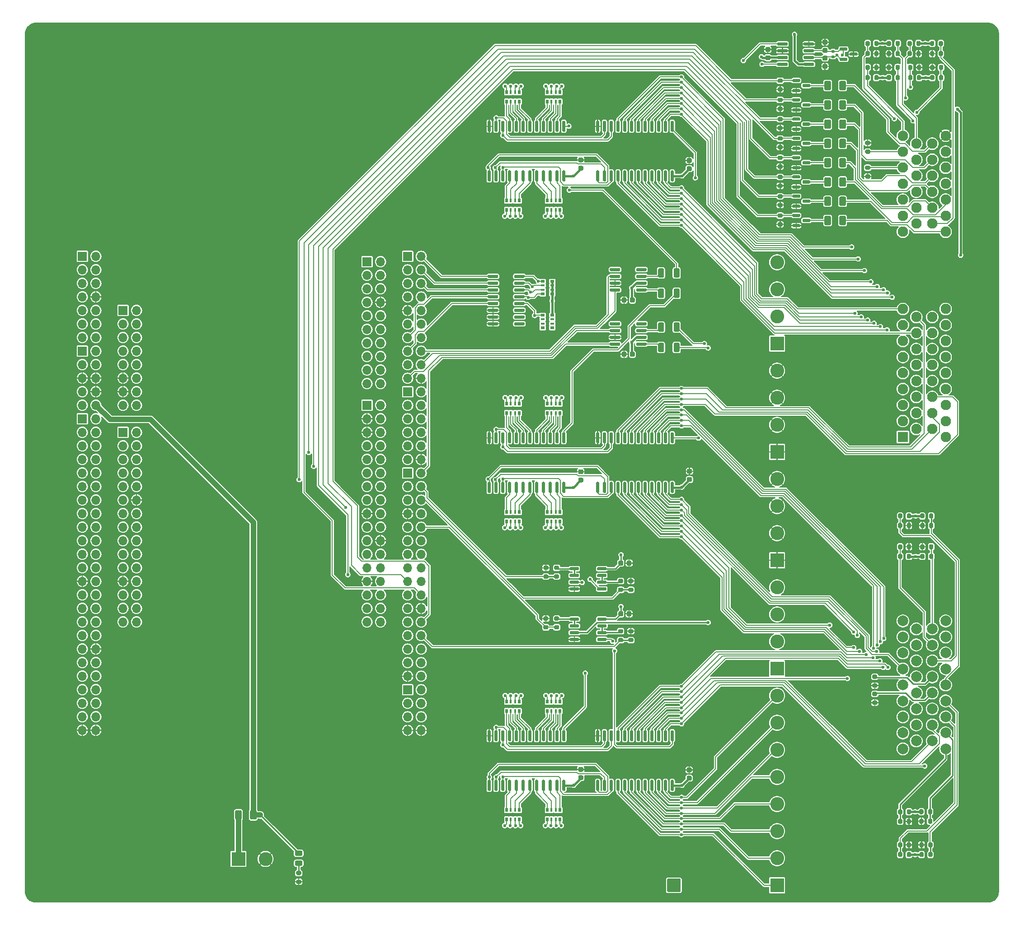
<source format=gtl>
G04 #@! TF.GenerationSoftware,KiCad,Pcbnew,7.0.6-7.0.6~ubuntu22.04.1*
G04 #@! TF.CreationDate,2023-08-13T18:51:55+00:00*
G04 #@! TF.ProjectId,digital_inputs,64696769-7461-46c5-9f69-6e707574732e,rev?*
G04 #@! TF.SameCoordinates,PX791ddc0PYca2dd00*
G04 #@! TF.FileFunction,Copper,L1,Top*
G04 #@! TF.FilePolarity,Positive*
%FSLAX46Y46*%
G04 Gerber Fmt 4.6, Leading zero omitted, Abs format (unit mm)*
G04 Created by KiCad (PCBNEW 7.0.6-7.0.6~ubuntu22.04.1) date 2023-08-13 18:51:55*
%MOMM*%
%LPD*%
G01*
G04 APERTURE LIST*
G04 #@! TA.AperFunction,ComponentPad*
%ADD10C,0.800000*%
G04 #@! TD*
G04 #@! TA.AperFunction,ComponentPad*
%ADD11C,6.400000*%
G04 #@! TD*
G04 #@! TA.AperFunction,ComponentPad*
%ADD12R,1.950000X1.950000*%
G04 #@! TD*
G04 #@! TA.AperFunction,ComponentPad*
%ADD13C,1.950000*%
G04 #@! TD*
G04 #@! TA.AperFunction,ComponentPad*
%ADD14R,1.700000X1.700000*%
G04 #@! TD*
G04 #@! TA.AperFunction,ComponentPad*
%ADD15O,1.700000X1.700000*%
G04 #@! TD*
G04 #@! TA.AperFunction,ComponentPad*
%ADD16R,2.600000X2.600000*%
G04 #@! TD*
G04 #@! TA.AperFunction,ComponentPad*
%ADD17C,2.600000*%
G04 #@! TD*
G04 #@! TA.AperFunction,SMDPad,CuDef*
%ADD18R,0.500000X0.800000*%
G04 #@! TD*
G04 #@! TA.AperFunction,SMDPad,CuDef*
%ADD19R,0.400000X0.800000*%
G04 #@! TD*
G04 #@! TA.AperFunction,SMDPad,CuDef*
%ADD20R,0.800000X0.500000*%
G04 #@! TD*
G04 #@! TA.AperFunction,SMDPad,CuDef*
%ADD21R,0.800000X0.400000*%
G04 #@! TD*
G04 #@! TA.AperFunction,ComponentPad*
%ADD22C,2.000000*%
G04 #@! TD*
G04 #@! TA.AperFunction,ViaPad*
%ADD23C,0.600000*%
G04 #@! TD*
G04 #@! TA.AperFunction,Conductor*
%ADD24C,0.250000*%
G04 #@! TD*
G04 #@! TA.AperFunction,Conductor*
%ADD25C,0.400000*%
G04 #@! TD*
G04 #@! TA.AperFunction,Conductor*
%ADD26C,1.000000*%
G04 #@! TD*
G04 #@! TA.AperFunction,Conductor*
%ADD27C,0.200000*%
G04 #@! TD*
G04 APERTURE END LIST*
D10*
G04 #@! TO.P,J12,1,Pin_1*
G04 #@! TO.N,GND*
X78600000Y3500000D03*
X79302944Y5197056D03*
X79302944Y1802944D03*
X81000000Y5900000D03*
D11*
X81000000Y3500000D03*
D10*
X81000000Y1100000D03*
X82697056Y5197056D03*
X82697056Y1802944D03*
X83400000Y3500000D03*
G04 #@! TD*
G04 #@! TO.P,R38,1*
G04 #@! TO.N,GND*
G04 #@! TA.AperFunction,SMDPad,CuDef*
G36*
G01*
X166025000Y15475000D02*
X166025000Y14925000D01*
G75*
G02*
X165825000Y14725000I-200000J0D01*
G01*
X165425000Y14725000D01*
G75*
G02*
X165225000Y14925000I0J200000D01*
G01*
X165225000Y15475000D01*
G75*
G02*
X165425000Y15675000I200000J0D01*
G01*
X165825000Y15675000D01*
G75*
G02*
X166025000Y15475000I0J-200000D01*
G01*
G37*
G04 #@! TD.AperFunction*
G04 #@! TO.P,R38,2*
G04 #@! TO.N,/REF12*
G04 #@! TA.AperFunction,SMDPad,CuDef*
G36*
G01*
X164375000Y15475000D02*
X164375000Y14925000D01*
G75*
G02*
X164175000Y14725000I-200000J0D01*
G01*
X163775000Y14725000D01*
G75*
G02*
X163575000Y14925000I0J200000D01*
G01*
X163575000Y15475000D01*
G75*
G02*
X163775000Y15675000I200000J0D01*
G01*
X164175000Y15675000D01*
G75*
G02*
X164375000Y15475000I0J-200000D01*
G01*
G37*
G04 #@! TD.AperFunction*
G04 #@! TD*
G04 #@! TO.P,F6,1*
G04 #@! TO.N,Net-(Q5-D)*
G04 #@! TA.AperFunction,SMDPad,CuDef*
G36*
G01*
X149775000Y152575000D02*
X149775000Y153825000D01*
G75*
G02*
X150025000Y154075000I250000J0D01*
G01*
X150775000Y154075000D01*
G75*
G02*
X151025000Y153825000I0J-250000D01*
G01*
X151025000Y152575000D01*
G75*
G02*
X150775000Y152325000I-250000J0D01*
G01*
X150025000Y152325000D01*
G75*
G02*
X149775000Y152575000I0J250000D01*
G01*
G37*
G04 #@! TD.AperFunction*
G04 #@! TO.P,F6,2*
G04 #@! TO.N,/OUT_DIG_4*
G04 #@! TA.AperFunction,SMDPad,CuDef*
G36*
G01*
X152575000Y152575000D02*
X152575000Y153825000D01*
G75*
G02*
X152825000Y154075000I250000J0D01*
G01*
X153575000Y154075000D01*
G75*
G02*
X153825000Y153825000I0J-250000D01*
G01*
X153825000Y152575000D01*
G75*
G02*
X153575000Y152325000I-250000J0D01*
G01*
X152825000Y152325000D01*
G75*
G02*
X152575000Y152575000I0J250000D01*
G01*
G37*
G04 #@! TD.AperFunction*
G04 #@! TD*
D12*
G04 #@! TO.P,J19,1,1A*
G04 #@! TO.N,/TST1*
X164500000Y87300000D03*
D13*
G04 #@! TO.P,J19,2,2A*
G04 #@! TO.N,/TST2*
X164500000Y90300000D03*
G04 #@! TO.P,J19,3,3A*
G04 #@! TO.N,/TST3*
X164500000Y93300000D03*
G04 #@! TO.P,J19,4,4A*
G04 #@! TO.N,/TST4*
X164500000Y96300000D03*
G04 #@! TO.P,J19,5,5A*
G04 #@! TO.N,/TST5*
X164500000Y99300000D03*
G04 #@! TO.P,J19,6,6A*
G04 #@! TO.N,/TST6*
X164500000Y102300000D03*
G04 #@! TO.P,J19,7,7A*
G04 #@! TO.N,/TST7*
X164500000Y105300000D03*
G04 #@! TO.P,J19,8,8A*
G04 #@! TO.N,/TST8*
X164500000Y108300000D03*
G04 #@! TO.P,J19,9,9A*
G04 #@! TO.N,/TST9*
X164500000Y111300000D03*
G04 #@! TO.P,J19,10,10A*
G04 #@! TO.N,/TST10*
X167000000Y88800000D03*
G04 #@! TO.P,J19,11,11A*
G04 #@! TO.N,/TST11*
X167000000Y91800000D03*
G04 #@! TO.P,J19,12,12A*
G04 #@! TO.N,/TST12*
X167000000Y94800000D03*
G04 #@! TO.P,J19,13,13A*
G04 #@! TO.N,/TST13*
X167000000Y97800000D03*
G04 #@! TO.P,J19,14,14A*
G04 #@! TO.N,/TST14*
X167000000Y100800000D03*
G04 #@! TO.P,J19,15,15A*
G04 #@! TO.N,/TST15*
X167000000Y103800000D03*
G04 #@! TO.P,J19,16,16A*
G04 #@! TO.N,/TST16*
X167000000Y106800000D03*
G04 #@! TO.P,J19,17,17A*
G04 #@! TO.N,/TST17*
X167000000Y109800000D03*
G04 #@! TO.P,J19,18,18A*
G04 #@! TO.N,/TST18*
X170000000Y88800000D03*
G04 #@! TO.P,J19,19,19A*
G04 #@! TO.N,/TST19*
X170000000Y91800000D03*
G04 #@! TO.P,J19,20,20A*
G04 #@! TO.N,/TST20*
X170000000Y94800000D03*
G04 #@! TO.P,J19,21,21A*
G04 #@! TO.N,unconnected-(J19A-21A-Pad21)*
X170000000Y97800000D03*
G04 #@! TO.P,J19,22,22A*
G04 #@! TO.N,unconnected-(J19A-22A-Pad22)*
X170000000Y100800000D03*
G04 #@! TO.P,J19,23,23A*
G04 #@! TO.N,unconnected-(J19A-23A-Pad23)*
X170000000Y103800000D03*
G04 #@! TO.P,J19,24,24A*
G04 #@! TO.N,unconnected-(J19A-24A-Pad24)*
X170000000Y106800000D03*
G04 #@! TO.P,J19,25,25A*
G04 #@! TO.N,unconnected-(J19A-25A-Pad25)*
X170000000Y109800000D03*
G04 #@! TO.P,J19,26,26A*
G04 #@! TO.N,unconnected-(J19A-26A-Pad26)*
X172500000Y87300000D03*
G04 #@! TO.P,J19,27,27A*
G04 #@! TO.N,unconnected-(J19A-27A-Pad27)*
X172500000Y90300000D03*
G04 #@! TO.P,J19,28,28A*
G04 #@! TO.N,unconnected-(J19A-28A-Pad28)*
X172500000Y93300000D03*
G04 #@! TO.P,J19,29,29A*
G04 #@! TO.N,unconnected-(J19A-29A-Pad29)*
X172500000Y96300000D03*
G04 #@! TO.P,J19,30,30A*
G04 #@! TO.N,unconnected-(J19A-30A-Pad30)*
X172500000Y99300000D03*
G04 #@! TO.P,J19,31,31A*
G04 #@! TO.N,unconnected-(J19A-31A-Pad31)*
X172500000Y102300000D03*
G04 #@! TO.P,J19,32,32A*
G04 #@! TO.N,unconnected-(J19A-32A-Pad32)*
X172500000Y105300000D03*
G04 #@! TO.P,J19,33,33A*
G04 #@! TO.N,unconnected-(J19A-33A-Pad33)*
X172500000Y108300000D03*
G04 #@! TO.P,J19,34,34A*
G04 #@! TO.N,unconnected-(J19A-34A-Pad34)*
X172500000Y111300000D03*
G04 #@! TO.P,J19,35,1B*
G04 #@! TO.N,/5V_1*
X164500000Y125800000D03*
G04 #@! TO.P,J19,36,2B*
G04 #@! TO.N,/5V_2*
X164500000Y128800000D03*
G04 #@! TO.P,J19,37,3B*
G04 #@! TO.N,+12V*
X164500000Y131800000D03*
G04 #@! TO.P,J19,38,4B*
G04 #@! TO.N,unconnected-(J19B-4B-Pad38)*
X164500000Y134800000D03*
G04 #@! TO.P,J19,39,5B*
G04 #@! TO.N,Net-(J19B-5B)*
X164500000Y137800000D03*
G04 #@! TO.P,J19,40,6B*
G04 #@! TO.N,Net-(J19B-6B)*
X164500000Y140800000D03*
G04 #@! TO.P,J19,41,7B*
G04 #@! TO.N,/REF1*
X164500000Y143800000D03*
G04 #@! TO.P,J19,42,8B*
G04 #@! TO.N,/REF2*
X167000000Y127300000D03*
G04 #@! TO.P,J19,43,9B*
G04 #@! TO.N,/REF3*
X167000000Y130300000D03*
G04 #@! TO.P,J19,44,10B*
G04 #@! TO.N,/REF4*
X167000000Y133300000D03*
G04 #@! TO.P,J19,45,11B*
G04 #@! TO.N,/REF5*
X167000000Y136300000D03*
G04 #@! TO.P,J19,46,12B*
G04 #@! TO.N,/REF6*
X167000000Y139300000D03*
G04 #@! TO.P,J19,47,13B*
G04 #@! TO.N,/REF7*
X167000000Y142300000D03*
G04 #@! TO.P,J19,48,14B*
G04 #@! TO.N,/REF8*
X170000000Y127300000D03*
G04 #@! TO.P,J19,49,15B*
G04 #@! TO.N,/OUT_DIG_0*
X170000000Y130300000D03*
G04 #@! TO.P,J19,50,16B*
G04 #@! TO.N,/OUT_DIG_1*
X170000000Y133300000D03*
G04 #@! TO.P,J19,51,17B*
G04 #@! TO.N,/OUT_DIG_2*
X170000000Y136300000D03*
G04 #@! TO.P,J19,52,18B*
G04 #@! TO.N,/OUT_DIG_3*
X170000000Y139300000D03*
G04 #@! TO.P,J19,53,19B*
G04 #@! TO.N,/OUT_DIG_4*
X170000000Y142300000D03*
G04 #@! TO.P,J19,54,20B*
G04 #@! TO.N,/OUT_DIG_5*
X172500000Y125800000D03*
G04 #@! TO.P,J19,55,21B*
G04 #@! TO.N,/OUT_DIG_6*
X172500000Y128800000D03*
G04 #@! TO.P,J19,56,22B*
G04 #@! TO.N,/OUT_DIG_7*
X172500000Y131800000D03*
G04 #@! TO.P,J19,57,23B*
G04 #@! TO.N,/CAN_L*
X172500000Y134800000D03*
G04 #@! TO.P,J19,58,24B*
G04 #@! TO.N,/CAN_H*
X172500000Y137800000D03*
G04 #@! TO.P,J19,59,25B*
G04 #@! TO.N,+12V*
X172500000Y140800000D03*
G04 #@! TO.P,J19,60,26B*
G04 #@! TO.N,GND*
X172500000Y143800000D03*
G04 #@! TD*
G04 #@! TO.P,R59,1*
G04 #@! TO.N,/REF3*
G04 #@! TA.AperFunction,SMDPad,CuDef*
G36*
G01*
X172050000Y156875000D02*
X172050000Y156325000D01*
G75*
G02*
X171850000Y156125000I-200000J0D01*
G01*
X171450000Y156125000D01*
G75*
G02*
X171250000Y156325000I0J200000D01*
G01*
X171250000Y156875000D01*
G75*
G02*
X171450000Y157075000I200000J0D01*
G01*
X171850000Y157075000D01*
G75*
G02*
X172050000Y156875000I0J-200000D01*
G01*
G37*
G04 #@! TD.AperFunction*
G04 #@! TO.P,R59,2*
G04 #@! TO.N,GND*
G04 #@! TA.AperFunction,SMDPad,CuDef*
G36*
G01*
X170400000Y156875000D02*
X170400000Y156325000D01*
G75*
G02*
X170200000Y156125000I-200000J0D01*
G01*
X169800000Y156125000D01*
G75*
G02*
X169600000Y156325000I0J200000D01*
G01*
X169600000Y156875000D01*
G75*
G02*
X169800000Y157075000I200000J0D01*
G01*
X170200000Y157075000D01*
G75*
G02*
X170400000Y156875000I0J-200000D01*
G01*
G37*
G04 #@! TD.AperFunction*
G04 #@! TD*
D14*
G04 #@! TO.P,J23,1,Pin_1*
G04 #@! TO.N,unconnected-(J23-Pin_1-Pad1)*
X64090000Y120184000D03*
D15*
G04 #@! TO.P,J23,2,Pin_2*
G04 #@! TO.N,unconnected-(J23-Pin_2-Pad2)*
X66630000Y120184000D03*
G04 #@! TO.P,J23,3,Pin_3*
G04 #@! TO.N,unconnected-(J23-Pin_3-Pad3)*
X64090000Y117644000D03*
G04 #@! TO.P,J23,4,Pin_4*
G04 #@! TO.N,unconnected-(J23-Pin_4-Pad4)*
X66630000Y117644000D03*
G04 #@! TO.P,J23,5,Pin_5*
G04 #@! TO.N,unconnected-(J23-Pin_5-Pad5)*
X64090000Y115104000D03*
G04 #@! TO.P,J23,6,Pin_6*
G04 #@! TO.N,unconnected-(J23-Pin_6-Pad6)*
X66630000Y115104000D03*
G04 #@! TO.P,J23,7,Pin_7*
G04 #@! TO.N,unconnected-(J23-Pin_7-Pad7)*
X64090000Y112564000D03*
G04 #@! TO.P,J23,8,Pin_8*
G04 #@! TO.N,GND*
X66630000Y112564000D03*
G04 #@! TO.P,J23,9,Pin_9*
G04 #@! TO.N,unconnected-(J23-Pin_9-Pad9)*
X64090000Y110024000D03*
G04 #@! TO.P,J23,10,Pin_10*
G04 #@! TO.N,unconnected-(J23-Pin_10-Pad10)*
X66630000Y110024000D03*
G04 #@! TO.P,J23,11,Pin_11*
G04 #@! TO.N,unconnected-(J23-Pin_11-Pad11)*
X64090000Y107484000D03*
G04 #@! TO.P,J23,12,Pin_12*
G04 #@! TO.N,unconnected-(J23-Pin_12-Pad12)*
X66630000Y107484000D03*
G04 #@! TO.P,J23,13,Pin_13*
G04 #@! TO.N,unconnected-(J23-Pin_13-Pad13)*
X64090000Y104944000D03*
G04 #@! TO.P,J23,14,Pin_14*
G04 #@! TO.N,unconnected-(J23-Pin_14-Pad14)*
X66630000Y104944000D03*
G04 #@! TO.P,J23,15,Pin_15*
G04 #@! TO.N,unconnected-(J23-Pin_15-Pad15)*
X64090000Y102404000D03*
G04 #@! TO.P,J23,16,Pin_16*
G04 #@! TO.N,unconnected-(J23-Pin_16-Pad16)*
X66630000Y102404000D03*
G04 #@! TO.P,J23,17,Pin_17*
G04 #@! TO.N,unconnected-(J23-Pin_17-Pad17)*
X64090000Y99864000D03*
G04 #@! TO.P,J23,18,Pin_18*
G04 #@! TO.N,unconnected-(J23-Pin_18-Pad18)*
X66630000Y99864000D03*
G04 #@! TO.P,J23,19,Pin_19*
G04 #@! TO.N,unconnected-(J23-Pin_19-Pad19)*
X64090000Y97324000D03*
G04 #@! TO.P,J23,20,Pin_20*
G04 #@! TO.N,unconnected-(J23-Pin_20-Pad20)*
X66630000Y97324000D03*
G04 #@! TD*
G04 #@! TO.P,R41,1*
G04 #@! TO.N,GND*
G04 #@! TA.AperFunction,SMDPad,CuDef*
G36*
G01*
X159500000Y40275000D02*
X158950000Y40275000D01*
G75*
G02*
X158750000Y40475000I0J200000D01*
G01*
X158750000Y40875000D01*
G75*
G02*
X158950000Y41075000I200000J0D01*
G01*
X159500000Y41075000D01*
G75*
G02*
X159700000Y40875000I0J-200000D01*
G01*
X159700000Y40475000D01*
G75*
G02*
X159500000Y40275000I-200000J0D01*
G01*
G37*
G04 #@! TD.AperFunction*
G04 #@! TO.P,R41,2*
G04 #@! TO.N,Net-(J1-22C)*
G04 #@! TA.AperFunction,SMDPad,CuDef*
G36*
G01*
X159500000Y41925000D02*
X158950000Y41925000D01*
G75*
G02*
X158750000Y42125000I0J200000D01*
G01*
X158750000Y42525000D01*
G75*
G02*
X158950000Y42725000I200000J0D01*
G01*
X159500000Y42725000D01*
G75*
G02*
X159700000Y42525000I0J-200000D01*
G01*
X159700000Y42125000D01*
G75*
G02*
X159500000Y41925000I-200000J0D01*
G01*
G37*
G04 #@! TD.AperFunction*
G04 #@! TD*
D14*
G04 #@! TO.P,J20,1,Pin_1*
G04 #@! TO.N,unconnected-(J20-Pin_1-Pad1)*
X10750000Y90720000D03*
D15*
G04 #@! TO.P,J20,2,Pin_2*
G04 #@! TO.N,unconnected-(J20-Pin_2-Pad2)*
X13290000Y90720000D03*
G04 #@! TO.P,J20,3,Pin_3*
G04 #@! TO.N,unconnected-(J20-Pin_3-Pad3)*
X10750000Y88180000D03*
G04 #@! TO.P,J20,4,Pin_4*
G04 #@! TO.N,unconnected-(J20-Pin_4-Pad4)*
X13290000Y88180000D03*
G04 #@! TO.P,J20,5,Pin_5*
G04 #@! TO.N,unconnected-(J20-Pin_5-Pad5)*
X10750000Y85640000D03*
G04 #@! TO.P,J20,6,Pin_6*
G04 #@! TO.N,unconnected-(J20-Pin_6-Pad6)*
X13290000Y85640000D03*
G04 #@! TO.P,J20,7,Pin_7*
G04 #@! TO.N,unconnected-(J20-Pin_7-Pad7)*
X10750000Y83100000D03*
G04 #@! TO.P,J20,8,Pin_8*
G04 #@! TO.N,unconnected-(J20-Pin_8-Pad8)*
X13290000Y83100000D03*
G04 #@! TO.P,J20,9,Pin_9*
G04 #@! TO.N,unconnected-(J20-Pin_9-Pad9)*
X10750000Y80560000D03*
G04 #@! TO.P,J20,10,Pin_10*
G04 #@! TO.N,unconnected-(J20-Pin_10-Pad10)*
X13290000Y80560000D03*
G04 #@! TO.P,J20,11,Pin_11*
G04 #@! TO.N,unconnected-(J20-Pin_11-Pad11)*
X10750000Y78020000D03*
G04 #@! TO.P,J20,12,Pin_12*
G04 #@! TO.N,unconnected-(J20-Pin_12-Pad12)*
X13290000Y78020000D03*
G04 #@! TO.P,J20,13,Pin_13*
G04 #@! TO.N,unconnected-(J20-Pin_13-Pad13)*
X10750000Y75480000D03*
G04 #@! TO.P,J20,14,Pin_14*
G04 #@! TO.N,unconnected-(J20-Pin_14-Pad14)*
X13290000Y75480000D03*
G04 #@! TO.P,J20,15,Pin_15*
G04 #@! TO.N,unconnected-(J20-Pin_15-Pad15)*
X10750000Y72940000D03*
G04 #@! TO.P,J20,16,Pin_16*
G04 #@! TO.N,unconnected-(J20-Pin_16-Pad16)*
X13290000Y72940000D03*
G04 #@! TO.P,J20,17,Pin_17*
G04 #@! TO.N,unconnected-(J20-Pin_17-Pad17)*
X10750000Y70400000D03*
G04 #@! TO.P,J20,18,Pin_18*
G04 #@! TO.N,unconnected-(J20-Pin_18-Pad18)*
X13290000Y70400000D03*
G04 #@! TO.P,J20,19,Pin_19*
G04 #@! TO.N,unconnected-(J20-Pin_19-Pad19)*
X10750000Y67860000D03*
G04 #@! TO.P,J20,20,Pin_20*
G04 #@! TO.N,unconnected-(J20-Pin_20-Pad20)*
X13290000Y67860000D03*
G04 #@! TO.P,J20,21,Pin_21*
G04 #@! TO.N,unconnected-(J20-Pin_21-Pad21)*
X10750000Y65320000D03*
G04 #@! TO.P,J20,22,Pin_22*
G04 #@! TO.N,unconnected-(J20-Pin_22-Pad22)*
X13290000Y65320000D03*
G04 #@! TO.P,J20,23,Pin_23*
G04 #@! TO.N,unconnected-(J20-Pin_23-Pad23)*
X10750000Y62780000D03*
G04 #@! TO.P,J20,24,Pin_24*
G04 #@! TO.N,unconnected-(J20-Pin_24-Pad24)*
X13290000Y62780000D03*
G04 #@! TO.P,J20,25,Pin_25*
G04 #@! TO.N,GND*
X10750000Y60240000D03*
G04 #@! TO.P,J20,26,Pin_26*
G04 #@! TO.N,unconnected-(J20-Pin_26-Pad26)*
X13290000Y60240000D03*
G04 #@! TO.P,J20,27,Pin_27*
G04 #@! TO.N,unconnected-(J20-Pin_27-Pad27)*
X10750000Y57700000D03*
G04 #@! TO.P,J20,28,Pin_28*
G04 #@! TO.N,unconnected-(J20-Pin_28-Pad28)*
X13290000Y57700000D03*
G04 #@! TO.P,J20,29,Pin_29*
G04 #@! TO.N,unconnected-(J20-Pin_29-Pad29)*
X10750000Y55160000D03*
G04 #@! TO.P,J20,30,Pin_30*
G04 #@! TO.N,unconnected-(J20-Pin_30-Pad30)*
X13290000Y55160000D03*
G04 #@! TO.P,J20,31,Pin_31*
G04 #@! TO.N,unconnected-(J20-Pin_31-Pad31)*
X10750000Y52620000D03*
G04 #@! TO.P,J20,32,Pin_32*
G04 #@! TO.N,unconnected-(J20-Pin_32-Pad32)*
X13290000Y52620000D03*
G04 #@! TO.P,J20,33,Pin_33*
G04 #@! TO.N,unconnected-(J20-Pin_33-Pad33)*
X10750000Y50080000D03*
G04 #@! TO.P,J20,34,Pin_34*
G04 #@! TO.N,unconnected-(J20-Pin_34-Pad34)*
X13290000Y50080000D03*
G04 #@! TO.P,J20,35,Pin_35*
G04 #@! TO.N,unconnected-(J20-Pin_35-Pad35)*
X10750000Y47540000D03*
G04 #@! TO.P,J20,36,Pin_36*
G04 #@! TO.N,GND*
X13290000Y47540000D03*
G04 #@! TO.P,J20,37,Pin_37*
G04 #@! TO.N,unconnected-(J20-Pin_37-Pad37)*
X10750000Y45000000D03*
G04 #@! TO.P,J20,38,Pin_38*
G04 #@! TO.N,unconnected-(J20-Pin_38-Pad38)*
X13290000Y45000000D03*
G04 #@! TO.P,J20,39,Pin_39*
G04 #@! TO.N,unconnected-(J20-Pin_39-Pad39)*
X10750000Y42460000D03*
G04 #@! TO.P,J20,40,Pin_40*
G04 #@! TO.N,unconnected-(J20-Pin_40-Pad40)*
X13290000Y42460000D03*
G04 #@! TO.P,J20,41,Pin_41*
G04 #@! TO.N,unconnected-(J20-Pin_41-Pad41)*
X10750000Y39920000D03*
G04 #@! TO.P,J20,42,Pin_42*
G04 #@! TO.N,unconnected-(J20-Pin_42-Pad42)*
X13290000Y39920000D03*
G04 #@! TO.P,J20,43,Pin_43*
G04 #@! TO.N,unconnected-(J20-Pin_43-Pad43)*
X10750000Y37380000D03*
G04 #@! TO.P,J20,44,Pin_44*
G04 #@! TO.N,unconnected-(J20-Pin_44-Pad44)*
X13290000Y37380000D03*
G04 #@! TO.P,J20,45,Pin_45*
G04 #@! TO.N,unconnected-(J20-Pin_45-Pad45)*
X10750000Y34840000D03*
G04 #@! TO.P,J20,46,Pin_46*
G04 #@! TO.N,unconnected-(J20-Pin_46-Pad46)*
X13290000Y34840000D03*
G04 #@! TO.P,J20,47,Pin_47*
G04 #@! TO.N,GND*
X10750000Y32300000D03*
G04 #@! TO.P,J20,48,Pin_48*
X13290000Y32300000D03*
G04 #@! TD*
D16*
G04 #@! TO.P,J6,1,Pin_1*
G04 #@! TO.N,GND*
X140925000Y64180000D03*
D17*
G04 #@! TO.P,J6,2,Pin_2*
X140925000Y69260000D03*
G04 #@! TO.P,J6,3,Pin_3*
X140925000Y74340000D03*
G04 #@! TO.P,J6,4,Pin_4*
X140925000Y79420000D03*
G04 #@! TD*
G04 #@! TO.P,Q3,1,G*
G04 #@! TO.N,/DIG_2*
G04 #@! TA.AperFunction,SMDPad,CuDef*
G36*
G01*
X143787500Y146771430D02*
X143787500Y147071430D01*
G75*
G02*
X143937500Y147221430I150000J0D01*
G01*
X145112500Y147221430D01*
G75*
G02*
X145262500Y147071430I0J-150000D01*
G01*
X145262500Y146771430D01*
G75*
G02*
X145112500Y146621430I-150000J0D01*
G01*
X143937500Y146621430D01*
G75*
G02*
X143787500Y146771430I0J150000D01*
G01*
G37*
G04 #@! TD.AperFunction*
G04 #@! TO.P,Q3,2,D*
G04 #@! TO.N,Net-(Q3-D)*
G04 #@! TA.AperFunction,SMDPad,CuDef*
G36*
G01*
X145662500Y145821430D02*
X145662500Y146121430D01*
G75*
G02*
X145812500Y146271430I150000J0D01*
G01*
X146987500Y146271430D01*
G75*
G02*
X147137500Y146121430I0J-150000D01*
G01*
X147137500Y145821430D01*
G75*
G02*
X146987500Y145671430I-150000J0D01*
G01*
X145812500Y145671430D01*
G75*
G02*
X145662500Y145821430I0J150000D01*
G01*
G37*
G04 #@! TD.AperFunction*
G04 #@! TO.P,Q3,3,S*
G04 #@! TO.N,GND*
G04 #@! TA.AperFunction,SMDPad,CuDef*
G36*
G01*
X143787500Y144871430D02*
X143787500Y145171430D01*
G75*
G02*
X143937500Y145321430I150000J0D01*
G01*
X145112500Y145321430D01*
G75*
G02*
X145262500Y145171430I0J-150000D01*
G01*
X145262500Y144871430D01*
G75*
G02*
X145112500Y144721430I-150000J0D01*
G01*
X143937500Y144721430D01*
G75*
G02*
X143787500Y144871430I0J150000D01*
G01*
G37*
G04 #@! TD.AperFunction*
G04 #@! TD*
G04 #@! TO.P,D1,1,K*
G04 #@! TO.N,Net-(D1-K)*
G04 #@! TA.AperFunction,SMDPad,CuDef*
G36*
G01*
X51756250Y6875000D02*
X50843750Y6875000D01*
G75*
G02*
X50600000Y7118750I0J243750D01*
G01*
X50600000Y7606250D01*
G75*
G02*
X50843750Y7850000I243750J0D01*
G01*
X51756250Y7850000D01*
G75*
G02*
X52000000Y7606250I0J-243750D01*
G01*
X52000000Y7118750D01*
G75*
G02*
X51756250Y6875000I-243750J0D01*
G01*
G37*
G04 #@! TD.AperFunction*
G04 #@! TO.P,D1,2,A*
G04 #@! TO.N,+12V*
G04 #@! TA.AperFunction,SMDPad,CuDef*
G36*
G01*
X51756250Y8750000D02*
X50843750Y8750000D01*
G75*
G02*
X50600000Y8993750I0J243750D01*
G01*
X50600000Y9481250D01*
G75*
G02*
X50843750Y9725000I243750J0D01*
G01*
X51756250Y9725000D01*
G75*
G02*
X52000000Y9481250I0J-243750D01*
G01*
X52000000Y8993750D01*
G75*
G02*
X51756250Y8750000I-243750J0D01*
G01*
G37*
G04 #@! TD.AperFunction*
G04 #@! TD*
G04 #@! TO.P,R44,1*
G04 #@! TO.N,/5V_2*
G04 #@! TA.AperFunction,SMDPad,CuDef*
G36*
G01*
X166025000Y9275000D02*
X166025000Y8725000D01*
G75*
G02*
X165825000Y8525000I-200000J0D01*
G01*
X165425000Y8525000D01*
G75*
G02*
X165225000Y8725000I0J200000D01*
G01*
X165225000Y9275000D01*
G75*
G02*
X165425000Y9475000I200000J0D01*
G01*
X165825000Y9475000D01*
G75*
G02*
X166025000Y9275000I0J-200000D01*
G01*
G37*
G04 #@! TD.AperFunction*
G04 #@! TO.P,R44,2*
G04 #@! TO.N,/REF14*
G04 #@! TA.AperFunction,SMDPad,CuDef*
G36*
G01*
X164375000Y9275000D02*
X164375000Y8725000D01*
G75*
G02*
X164175000Y8525000I-200000J0D01*
G01*
X163775000Y8525000D01*
G75*
G02*
X163575000Y8725000I0J200000D01*
G01*
X163575000Y9275000D01*
G75*
G02*
X163775000Y9475000I200000J0D01*
G01*
X164175000Y9475000D01*
G75*
G02*
X164375000Y9275000I0J-200000D01*
G01*
G37*
G04 #@! TD.AperFunction*
G04 #@! TD*
G04 #@! TO.P,R34,1*
G04 #@! TO.N,/5V_2*
G04 #@! TA.AperFunction,SMDPad,CuDef*
G36*
G01*
X161475000Y160825000D02*
X161475000Y161375000D01*
G75*
G02*
X161675000Y161575000I200000J0D01*
G01*
X162075000Y161575000D01*
G75*
G02*
X162275000Y161375000I0J-200000D01*
G01*
X162275000Y160825000D01*
G75*
G02*
X162075000Y160625000I-200000J0D01*
G01*
X161675000Y160625000D01*
G75*
G02*
X161475000Y160825000I0J200000D01*
G01*
G37*
G04 #@! TD.AperFunction*
G04 #@! TO.P,R34,2*
G04 #@! TO.N,/REF7*
G04 #@! TA.AperFunction,SMDPad,CuDef*
G36*
G01*
X163125000Y160825000D02*
X163125000Y161375000D01*
G75*
G02*
X163325000Y161575000I200000J0D01*
G01*
X163725000Y161575000D01*
G75*
G02*
X163925000Y161375000I0J-200000D01*
G01*
X163925000Y160825000D01*
G75*
G02*
X163725000Y160625000I-200000J0D01*
G01*
X163325000Y160625000D01*
G75*
G02*
X163125000Y160825000I0J200000D01*
G01*
G37*
G04 #@! TD.AperFunction*
G04 #@! TD*
G04 #@! TO.P,F2,1*
G04 #@! TO.N,Net-(Q1-D)*
G04 #@! TA.AperFunction,SMDPad,CuDef*
G36*
G01*
X149775000Y138117860D02*
X149775000Y139367860D01*
G75*
G02*
X150025000Y139617860I250000J0D01*
G01*
X150775000Y139617860D01*
G75*
G02*
X151025000Y139367860I0J-250000D01*
G01*
X151025000Y138117860D01*
G75*
G02*
X150775000Y137867860I-250000J0D01*
G01*
X150025000Y137867860D01*
G75*
G02*
X149775000Y138117860I0J250000D01*
G01*
G37*
G04 #@! TD.AperFunction*
G04 #@! TO.P,F2,2*
G04 #@! TO.N,/OUT_DIG_0*
G04 #@! TA.AperFunction,SMDPad,CuDef*
G36*
G01*
X152575000Y138117860D02*
X152575000Y139367860D01*
G75*
G02*
X152825000Y139617860I250000J0D01*
G01*
X153575000Y139617860D01*
G75*
G02*
X153825000Y139367860I0J-250000D01*
G01*
X153825000Y138117860D01*
G75*
G02*
X153575000Y137867860I-250000J0D01*
G01*
X152825000Y137867860D01*
G75*
G02*
X152575000Y138117860I0J250000D01*
G01*
G37*
G04 #@! TD.AperFunction*
G04 #@! TD*
G04 #@! TO.P,C12,1*
G04 #@! TO.N,GND*
G04 #@! TA.AperFunction,SMDPad,CuDef*
G36*
G01*
X138950000Y160425000D02*
X139450000Y160425000D01*
G75*
G02*
X139675000Y160200000I0J-225000D01*
G01*
X139675000Y159750000D01*
G75*
G02*
X139450000Y159525000I-225000J0D01*
G01*
X138950000Y159525000D01*
G75*
G02*
X138725000Y159750000I0J225000D01*
G01*
X138725000Y160200000D01*
G75*
G02*
X138950000Y160425000I225000J0D01*
G01*
G37*
G04 #@! TD.AperFunction*
G04 #@! TO.P,C12,2*
G04 #@! TO.N,+5V*
G04 #@! TA.AperFunction,SMDPad,CuDef*
G36*
G01*
X138950000Y158875000D02*
X139450000Y158875000D01*
G75*
G02*
X139675000Y158650000I0J-225000D01*
G01*
X139675000Y158200000D01*
G75*
G02*
X139450000Y157975000I-225000J0D01*
G01*
X138950000Y157975000D01*
G75*
G02*
X138725000Y158200000I0J225000D01*
G01*
X138725000Y158650000D01*
G75*
G02*
X138950000Y158875000I225000J0D01*
G01*
G37*
G04 #@! TD.AperFunction*
G04 #@! TD*
D16*
G04 #@! TO.P,J5,1,Pin_1*
G04 #@! TO.N,Net-(J5-Pin_1)*
X40005000Y8165000D03*
D17*
G04 #@! TO.P,J5,2,Pin_2*
G04 #@! TO.N,GND*
X45085000Y8165000D03*
G04 #@! TD*
G04 #@! TO.P,R1,1*
G04 #@! TO.N,Net-(U5-X)*
G04 #@! TA.AperFunction,SMDPad,CuDef*
G36*
G01*
X122675000Y118685000D02*
X122675000Y117435000D01*
G75*
G02*
X122425000Y117185000I-250000J0D01*
G01*
X121800000Y117185000D01*
G75*
G02*
X121550000Y117435000I0J250000D01*
G01*
X121550000Y118685000D01*
G75*
G02*
X121800000Y118935000I250000J0D01*
G01*
X122425000Y118935000D01*
G75*
G02*
X122675000Y118685000I0J-250000D01*
G01*
G37*
G04 #@! TD.AperFunction*
G04 #@! TO.P,R1,2*
G04 #@! TO.N,Net-(U8-OUT_A)*
G04 #@! TA.AperFunction,SMDPad,CuDef*
G36*
G01*
X119750000Y118685000D02*
X119750000Y117435000D01*
G75*
G02*
X119500000Y117185000I-250000J0D01*
G01*
X118875000Y117185000D01*
G75*
G02*
X118625000Y117435000I0J250000D01*
G01*
X118625000Y118685000D01*
G75*
G02*
X118875000Y118935000I250000J0D01*
G01*
X119500000Y118935000D01*
G75*
G02*
X119750000Y118685000I0J-250000D01*
G01*
G37*
G04 #@! TD.AperFunction*
G04 #@! TD*
D18*
G04 #@! TO.P,RN12,1,R1.1*
G04 #@! TO.N,/TST48*
X90240000Y15560000D03*
D19*
G04 #@! TO.P,RN12,2,R2.1*
G04 #@! TO.N,/TST47*
X91040000Y15560000D03*
G04 #@! TO.P,RN12,3,R3.1*
G04 #@! TO.N,/TST46*
X91840000Y15560000D03*
D18*
G04 #@! TO.P,RN12,4,R4.1*
G04 #@! TO.N,/TST45*
X92640000Y15560000D03*
G04 #@! TO.P,RN12,5,R4.2*
G04 #@! TO.N,Net-(RN12-R4.2)*
X92640000Y17360000D03*
D19*
G04 #@! TO.P,RN12,6,R3.2*
G04 #@! TO.N,Net-(RN12-R3.2)*
X91840000Y17360000D03*
G04 #@! TO.P,RN12,7,R2.2*
G04 #@! TO.N,Net-(RN12-R2.2)*
X91040000Y17360000D03*
D18*
G04 #@! TO.P,RN12,8,R1.2*
G04 #@! TO.N,Net-(RN12-R1.2)*
X90240000Y17360000D03*
G04 #@! TD*
G04 #@! TO.P,C8,1*
G04 #@! TO.N,+12V*
G04 #@! TA.AperFunction,SMDPad,CuDef*
G36*
G01*
X114255000Y113230000D02*
X114255000Y112730000D01*
G75*
G02*
X114030000Y112505000I-225000J0D01*
G01*
X113580000Y112505000D01*
G75*
G02*
X113355000Y112730000I0J225000D01*
G01*
X113355000Y113230000D01*
G75*
G02*
X113580000Y113455000I225000J0D01*
G01*
X114030000Y113455000D01*
G75*
G02*
X114255000Y113230000I0J-225000D01*
G01*
G37*
G04 #@! TD.AperFunction*
G04 #@! TO.P,C8,2*
G04 #@! TO.N,GND*
G04 #@! TA.AperFunction,SMDPad,CuDef*
G36*
G01*
X112705000Y113230000D02*
X112705000Y112730000D01*
G75*
G02*
X112480000Y112505000I-225000J0D01*
G01*
X112030000Y112505000D01*
G75*
G02*
X111805000Y112730000I0J225000D01*
G01*
X111805000Y113230000D01*
G75*
G02*
X112030000Y113455000I225000J0D01*
G01*
X112480000Y113455000D01*
G75*
G02*
X112705000Y113230000I0J-225000D01*
G01*
G37*
G04 #@! TD.AperFunction*
G04 #@! TD*
G04 #@! TO.P,RN9,1,R1.1*
G04 #@! TO.N,/TST36*
X92640000Y37680000D03*
D19*
G04 #@! TO.P,RN9,2,R2.1*
G04 #@! TO.N,/TST35*
X91840000Y37680000D03*
G04 #@! TO.P,RN9,3,R3.1*
G04 #@! TO.N,/TST34*
X91040000Y37680000D03*
D18*
G04 #@! TO.P,RN9,4,R4.1*
G04 #@! TO.N,/TST33*
X90240000Y37680000D03*
G04 #@! TO.P,RN9,5,R4.2*
G04 #@! TO.N,Net-(RN9-R4.2)*
X90240000Y35880000D03*
D19*
G04 #@! TO.P,RN9,6,R3.2*
G04 #@! TO.N,Net-(RN9-R3.2)*
X91040000Y35880000D03*
G04 #@! TO.P,RN9,7,R2.2*
G04 #@! TO.N,Net-(RN9-R2.2)*
X91840000Y35880000D03*
D18*
G04 #@! TO.P,RN9,8,R1.2*
G04 #@! TO.N,Net-(RN9-R1.2)*
X92640000Y35880000D03*
G04 #@! TD*
G04 #@! TO.P,R12,1*
G04 #@! TO.N,/TST49*
G04 #@! TA.AperFunction,SMDPad,CuDef*
G36*
G01*
X122675000Y104715000D02*
X122675000Y103465000D01*
G75*
G02*
X122425000Y103215000I-250000J0D01*
G01*
X121800000Y103215000D01*
G75*
G02*
X121550000Y103465000I0J250000D01*
G01*
X121550000Y104715000D01*
G75*
G02*
X121800000Y104965000I250000J0D01*
G01*
X122425000Y104965000D01*
G75*
G02*
X122675000Y104715000I0J-250000D01*
G01*
G37*
G04 #@! TD.AperFunction*
G04 #@! TO.P,R12,2*
G04 #@! TO.N,Net-(U9-OUT_B)*
G04 #@! TA.AperFunction,SMDPad,CuDef*
G36*
G01*
X119750000Y104715000D02*
X119750000Y103465000D01*
G75*
G02*
X119500000Y103215000I-250000J0D01*
G01*
X118875000Y103215000D01*
G75*
G02*
X118625000Y103465000I0J250000D01*
G01*
X118625000Y104715000D01*
G75*
G02*
X118875000Y104965000I250000J0D01*
G01*
X119500000Y104965000D01*
G75*
G02*
X119750000Y104715000I0J-250000D01*
G01*
G37*
G04 #@! TD.AperFunction*
G04 #@! TD*
G04 #@! TO.P,R48,1*
G04 #@! TO.N,/REF16*
G04 #@! TA.AperFunction,SMDPad,CuDef*
G36*
G01*
X170200000Y70975000D02*
X170200000Y70425000D01*
G75*
G02*
X170000000Y70225000I-200000J0D01*
G01*
X169600000Y70225000D01*
G75*
G02*
X169400000Y70425000I0J200000D01*
G01*
X169400000Y70975000D01*
G75*
G02*
X169600000Y71175000I200000J0D01*
G01*
X170000000Y71175000D01*
G75*
G02*
X170200000Y70975000I0J-200000D01*
G01*
G37*
G04 #@! TD.AperFunction*
G04 #@! TO.P,R48,2*
G04 #@! TO.N,GND*
G04 #@! TA.AperFunction,SMDPad,CuDef*
G36*
G01*
X168550000Y70975000D02*
X168550000Y70425000D01*
G75*
G02*
X168350000Y70225000I-200000J0D01*
G01*
X167950000Y70225000D01*
G75*
G02*
X167750000Y70425000I0J200000D01*
G01*
X167750000Y70975000D01*
G75*
G02*
X167950000Y71175000I200000J0D01*
G01*
X168350000Y71175000D01*
G75*
G02*
X168550000Y70975000I0J-200000D01*
G01*
G37*
G04 #@! TD.AperFunction*
G04 #@! TD*
D14*
G04 #@! TO.P,J22,1,Pin_1*
G04 #@! TO.N,unconnected-(J22-Pin_1-Pad1)*
X18370000Y88180000D03*
D15*
G04 #@! TO.P,J22,2,Pin_2*
G04 #@! TO.N,unconnected-(J22-Pin_2-Pad2)*
X20910000Y88180000D03*
G04 #@! TO.P,J22,3,Pin_3*
G04 #@! TO.N,unconnected-(J22-Pin_3-Pad3)*
X18370000Y85640000D03*
G04 #@! TO.P,J22,4,Pin_4*
G04 #@! TO.N,unconnected-(J22-Pin_4-Pad4)*
X20910000Y85640000D03*
G04 #@! TO.P,J22,5,Pin_5*
G04 #@! TO.N,unconnected-(J22-Pin_5-Pad5)*
X18370000Y83100000D03*
G04 #@! TO.P,J22,6,Pin_6*
G04 #@! TO.N,unconnected-(J22-Pin_6-Pad6)*
X20910000Y83100000D03*
G04 #@! TO.P,J22,7,Pin_7*
G04 #@! TO.N,unconnected-(J22-Pin_7-Pad7)*
X18370000Y80560000D03*
G04 #@! TO.P,J22,8,Pin_8*
G04 #@! TO.N,unconnected-(J22-Pin_8-Pad8)*
X20910000Y80560000D03*
G04 #@! TO.P,J22,9,Pin_9*
G04 #@! TO.N,unconnected-(J22-Pin_9-Pad9)*
X18370000Y78020000D03*
G04 #@! TO.P,J22,10,Pin_10*
G04 #@! TO.N,unconnected-(J22-Pin_10-Pad10)*
X20910000Y78020000D03*
G04 #@! TO.P,J22,11,Pin_11*
G04 #@! TO.N,unconnected-(J22-Pin_11-Pad11)*
X18370000Y75480000D03*
G04 #@! TO.P,J22,12,Pin_12*
G04 #@! TO.N,GND*
X20910000Y75480000D03*
G04 #@! TO.P,J22,13,Pin_13*
G04 #@! TO.N,unconnected-(J22-Pin_13-Pad13)*
X18370000Y72940000D03*
G04 #@! TO.P,J22,14,Pin_14*
G04 #@! TO.N,unconnected-(J22-Pin_14-Pad14)*
X20910000Y72940000D03*
G04 #@! TO.P,J22,15,Pin_15*
G04 #@! TO.N,unconnected-(J22-Pin_15-Pad15)*
X18370000Y70400000D03*
G04 #@! TO.P,J22,16,Pin_16*
G04 #@! TO.N,unconnected-(J22-Pin_16-Pad16)*
X20910000Y70400000D03*
G04 #@! TO.P,J22,17,Pin_17*
G04 #@! TO.N,unconnected-(J22-Pin_17-Pad17)*
X18370000Y67860000D03*
G04 #@! TO.P,J22,18,Pin_18*
G04 #@! TO.N,unconnected-(J22-Pin_18-Pad18)*
X20910000Y67860000D03*
G04 #@! TO.P,J22,19,Pin_19*
G04 #@! TO.N,unconnected-(J22-Pin_19-Pad19)*
X18370000Y65320000D03*
G04 #@! TO.P,J22,20,Pin_20*
G04 #@! TO.N,unconnected-(J22-Pin_20-Pad20)*
X20910000Y65320000D03*
G04 #@! TO.P,J22,21,Pin_21*
G04 #@! TO.N,unconnected-(J22-Pin_21-Pad21)*
X18370000Y62780000D03*
G04 #@! TO.P,J22,22,Pin_22*
G04 #@! TO.N,unconnected-(J22-Pin_22-Pad22)*
X20910000Y62780000D03*
G04 #@! TO.P,J22,23,Pin_23*
G04 #@! TO.N,GND*
X18370000Y60240000D03*
G04 #@! TO.P,J22,24,Pin_24*
G04 #@! TO.N,unconnected-(J22-Pin_24-Pad24)*
X20910000Y60240000D03*
G04 #@! TO.P,J22,25,Pin_25*
G04 #@! TO.N,unconnected-(J22-Pin_25-Pad25)*
X18370000Y57700000D03*
G04 #@! TO.P,J22,26,Pin_26*
G04 #@! TO.N,unconnected-(J22-Pin_26-Pad26)*
X20910000Y57700000D03*
G04 #@! TO.P,J22,27,Pin_27*
G04 #@! TO.N,unconnected-(J22-Pin_27-Pad27)*
X18370000Y55160000D03*
G04 #@! TO.P,J22,28,Pin_28*
G04 #@! TO.N,unconnected-(J22-Pin_28-Pad28)*
X20910000Y55160000D03*
G04 #@! TO.P,J22,29,Pin_29*
G04 #@! TO.N,unconnected-(J22-Pin_29-Pad29)*
X18370000Y52620000D03*
G04 #@! TO.P,J22,30,Pin_30*
G04 #@! TO.N,unconnected-(J22-Pin_30-Pad30)*
X20910000Y52620000D03*
G04 #@! TD*
G04 #@! TO.P,U1,1*
G04 #@! TO.N,Net-(U1A--)*
G04 #@! TA.AperFunction,SMDPad,CuDef*
G36*
G01*
X102050000Y62455000D02*
X102050000Y62755000D01*
G75*
G02*
X102200000Y62905000I150000J0D01*
G01*
X103650000Y62905000D01*
G75*
G02*
X103800000Y62755000I0J-150000D01*
G01*
X103800000Y62455000D01*
G75*
G02*
X103650000Y62305000I-150000J0D01*
G01*
X102200000Y62305000D01*
G75*
G02*
X102050000Y62455000I0J150000D01*
G01*
G37*
G04 #@! TD.AperFunction*
G04 #@! TO.P,U1,2,-*
G04 #@! TA.AperFunction,SMDPad,CuDef*
G36*
G01*
X102050000Y61185000D02*
X102050000Y61485000D01*
G75*
G02*
X102200000Y61635000I150000J0D01*
G01*
X103650000Y61635000D01*
G75*
G02*
X103800000Y61485000I0J-150000D01*
G01*
X103800000Y61185000D01*
G75*
G02*
X103650000Y61035000I-150000J0D01*
G01*
X102200000Y61035000D01*
G75*
G02*
X102050000Y61185000I0J150000D01*
G01*
G37*
G04 #@! TD.AperFunction*
G04 #@! TO.P,U1,3,+*
G04 #@! TO.N,Net-(U1A-+)*
G04 #@! TA.AperFunction,SMDPad,CuDef*
G36*
G01*
X102050000Y59915000D02*
X102050000Y60215000D01*
G75*
G02*
X102200000Y60365000I150000J0D01*
G01*
X103650000Y60365000D01*
G75*
G02*
X103800000Y60215000I0J-150000D01*
G01*
X103800000Y59915000D01*
G75*
G02*
X103650000Y59765000I-150000J0D01*
G01*
X102200000Y59765000D01*
G75*
G02*
X102050000Y59915000I0J150000D01*
G01*
G37*
G04 #@! TD.AperFunction*
G04 #@! TO.P,U1,4,V-*
G04 #@! TO.N,GND*
G04 #@! TA.AperFunction,SMDPad,CuDef*
G36*
G01*
X102050000Y58645000D02*
X102050000Y58945000D01*
G75*
G02*
X102200000Y59095000I150000J0D01*
G01*
X103650000Y59095000D01*
G75*
G02*
X103800000Y58945000I0J-150000D01*
G01*
X103800000Y58645000D01*
G75*
G02*
X103650000Y58495000I-150000J0D01*
G01*
X102200000Y58495000D01*
G75*
G02*
X102050000Y58645000I0J150000D01*
G01*
G37*
G04 #@! TD.AperFunction*
G04 #@! TO.P,U1,5,+*
G04 #@! TO.N,Net-(U1B-+)*
G04 #@! TA.AperFunction,SMDPad,CuDef*
G36*
G01*
X107200000Y58645000D02*
X107200000Y58945000D01*
G75*
G02*
X107350000Y59095000I150000J0D01*
G01*
X108800000Y59095000D01*
G75*
G02*
X108950000Y58945000I0J-150000D01*
G01*
X108950000Y58645000D01*
G75*
G02*
X108800000Y58495000I-150000J0D01*
G01*
X107350000Y58495000D01*
G75*
G02*
X107200000Y58645000I0J150000D01*
G01*
G37*
G04 #@! TD.AperFunction*
G04 #@! TO.P,U1,6,-*
G04 #@! TO.N,Net-(U1B--)*
G04 #@! TA.AperFunction,SMDPad,CuDef*
G36*
G01*
X107200000Y59915000D02*
X107200000Y60215000D01*
G75*
G02*
X107350000Y60365000I150000J0D01*
G01*
X108800000Y60365000D01*
G75*
G02*
X108950000Y60215000I0J-150000D01*
G01*
X108950000Y59915000D01*
G75*
G02*
X108800000Y59765000I-150000J0D01*
G01*
X107350000Y59765000D01*
G75*
G02*
X107200000Y59915000I0J150000D01*
G01*
G37*
G04 #@! TD.AperFunction*
G04 #@! TO.P,U1,7*
G04 #@! TA.AperFunction,SMDPad,CuDef*
G36*
G01*
X107200000Y61185000D02*
X107200000Y61485000D01*
G75*
G02*
X107350000Y61635000I150000J0D01*
G01*
X108800000Y61635000D01*
G75*
G02*
X108950000Y61485000I0J-150000D01*
G01*
X108950000Y61185000D01*
G75*
G02*
X108800000Y61035000I-150000J0D01*
G01*
X107350000Y61035000D01*
G75*
G02*
X107200000Y61185000I0J150000D01*
G01*
G37*
G04 #@! TD.AperFunction*
G04 #@! TO.P,U1,8,V+*
G04 #@! TO.N,+12V*
G04 #@! TA.AperFunction,SMDPad,CuDef*
G36*
G01*
X107200000Y62455000D02*
X107200000Y62755000D01*
G75*
G02*
X107350000Y62905000I150000J0D01*
G01*
X108800000Y62905000D01*
G75*
G02*
X108950000Y62755000I0J-150000D01*
G01*
X108950000Y62455000D01*
G75*
G02*
X108800000Y62305000I-150000J0D01*
G01*
X107350000Y62305000D01*
G75*
G02*
X107200000Y62455000I0J150000D01*
G01*
G37*
G04 #@! TD.AperFunction*
G04 #@! TD*
G04 #@! TO.P,D2,1,G*
G04 #@! TO.N,/CAN_H*
G04 #@! TA.AperFunction,SMDPad,CuDef*
G36*
G01*
X152625000Y159900000D02*
X152625000Y160200000D01*
G75*
G02*
X152775000Y160350000I150000J0D01*
G01*
X153950000Y160350000D01*
G75*
G02*
X154100000Y160200000I0J-150000D01*
G01*
X154100000Y159900000D01*
G75*
G02*
X153950000Y159750000I-150000J0D01*
G01*
X152775000Y159750000D01*
G75*
G02*
X152625000Y159900000I0J150000D01*
G01*
G37*
G04 #@! TD.AperFunction*
G04 #@! TO.P,D2,2,D*
G04 #@! TO.N,/CAN_L*
G04 #@! TA.AperFunction,SMDPad,CuDef*
G36*
G01*
X152625000Y158000000D02*
X152625000Y158300000D01*
G75*
G02*
X152775000Y158450000I150000J0D01*
G01*
X153950000Y158450000D01*
G75*
G02*
X154100000Y158300000I0J-150000D01*
G01*
X154100000Y158000000D01*
G75*
G02*
X153950000Y157850000I-150000J0D01*
G01*
X152775000Y157850000D01*
G75*
G02*
X152625000Y158000000I0J150000D01*
G01*
G37*
G04 #@! TD.AperFunction*
G04 #@! TO.P,D2,3,S*
G04 #@! TO.N,GND*
G04 #@! TA.AperFunction,SMDPad,CuDef*
G36*
G01*
X154500000Y158950000D02*
X154500000Y159250000D01*
G75*
G02*
X154650000Y159400000I150000J0D01*
G01*
X155825000Y159400000D01*
G75*
G02*
X155975000Y159250000I0J-150000D01*
G01*
X155975000Y158950000D01*
G75*
G02*
X155825000Y158800000I-150000J0D01*
G01*
X154650000Y158800000D01*
G75*
G02*
X154500000Y158950000I0J150000D01*
G01*
G37*
G04 #@! TD.AperFunction*
G04 #@! TD*
D14*
G04 #@! TO.P,J27,1,Pin_1*
G04 #@! TO.N,unconnected-(J27-Pin_1-Pad1)*
X71710000Y80540000D03*
D15*
G04 #@! TO.P,J27,2,Pin_2*
G04 #@! TO.N,/OUT3*
X74250000Y80540000D03*
G04 #@! TO.P,J27,3,Pin_3*
G04 #@! TO.N,unconnected-(J27-Pin_3-Pad3)*
X71710000Y78000000D03*
G04 #@! TO.P,J27,4,Pin_4*
G04 #@! TO.N,/IN1*
X74250000Y78000000D03*
G04 #@! TO.P,J27,5,Pin_5*
G04 #@! TO.N,unconnected-(J27-Pin_5-Pad5)*
X71710000Y75460000D03*
G04 #@! TO.P,J27,6,Pin_6*
G04 #@! TO.N,/IN0*
X74250000Y75460000D03*
G04 #@! TO.P,J27,7,Pin_7*
G04 #@! TO.N,GND*
X71710000Y72920000D03*
G04 #@! TO.P,J27,8,Pin_8*
G04 #@! TO.N,/DIG_2*
X74250000Y72920000D03*
G04 #@! TO.P,J27,9,Pin_9*
G04 #@! TO.N,unconnected-(J27-Pin_9-Pad9)*
X71710000Y70380000D03*
G04 #@! TO.P,J27,10,Pin_10*
G04 #@! TO.N,/IN3*
X74250000Y70380000D03*
G04 #@! TO.P,J27,11,Pin_11*
G04 #@! TO.N,unconnected-(J27-Pin_11-Pad11)*
X71710000Y67840000D03*
G04 #@! TO.P,J27,12,Pin_12*
G04 #@! TO.N,/DIG_1*
X74250000Y67840000D03*
G04 #@! TO.P,J27,13,Pin_13*
G04 #@! TO.N,unconnected-(J27-Pin_13-Pad13)*
X71710000Y65300000D03*
G04 #@! TO.P,J27,14,Pin_14*
G04 #@! TO.N,unconnected-(J27-Pin_14-Pad14)*
X74250000Y65300000D03*
G04 #@! TO.P,J27,15,Pin_15*
G04 #@! TO.N,/DIG_4*
X71710000Y62760000D03*
G04 #@! TO.P,J27,16,Pin_16*
G04 #@! TO.N,unconnected-(J27-Pin_16-Pad16)*
X74250000Y62760000D03*
G04 #@! TO.P,J27,17,Pin_17*
G04 #@! TO.N,/DIG_6*
X71710000Y60220000D03*
G04 #@! TO.P,J27,18,Pin_18*
G04 #@! TO.N,unconnected-(J27-Pin_18-Pad18)*
X74250000Y60220000D03*
G04 #@! TO.P,J27,19,Pin_19*
G04 #@! TO.N,unconnected-(J27-Pin_19-Pad19)*
X71710000Y57680000D03*
G04 #@! TO.P,J27,20,Pin_20*
G04 #@! TO.N,/DIG_3*
X74250000Y57680000D03*
G04 #@! TO.P,J27,21,Pin_21*
G04 #@! TO.N,unconnected-(J27-Pin_21-Pad21)*
X71710000Y55140000D03*
G04 #@! TO.P,J27,22,Pin_22*
G04 #@! TO.N,GND*
X74250000Y55140000D03*
G04 #@! TO.P,J27,23,Pin_23*
G04 #@! TO.N,/DIG_7*
X71710000Y52600000D03*
G04 #@! TO.P,J27,24,Pin_24*
G04 #@! TO.N,/DIG_5*
X74250000Y52600000D03*
G04 #@! TO.P,J27,25,Pin_25*
G04 #@! TO.N,unconnected-(J27-Pin_25-Pad25)*
X71710000Y50060000D03*
G04 #@! TO.P,J27,26,Pin_26*
G04 #@! TO.N,/IN2*
X74250000Y50060000D03*
G04 #@! TO.P,J27,27,Pin_27*
G04 #@! TO.N,unconnected-(J27-Pin_27-Pad27)*
X71710000Y47520000D03*
G04 #@! TO.P,J27,28,Pin_28*
G04 #@! TO.N,unconnected-(J27-Pin_28-Pad28)*
X74250000Y47520000D03*
G04 #@! TO.P,J27,29,Pin_29*
G04 #@! TO.N,unconnected-(J27-Pin_29-Pad29)*
X71710000Y44980000D03*
G04 #@! TO.P,J27,30,Pin_30*
G04 #@! TO.N,unconnected-(J27-Pin_30-Pad30)*
X74250000Y44980000D03*
G04 #@! TO.P,J27,31,Pin_31*
G04 #@! TO.N,GND*
X71710000Y42440000D03*
G04 #@! TO.P,J27,32,Pin_32*
G04 #@! TO.N,/DIG_0*
X74250000Y42440000D03*
G04 #@! TD*
G04 #@! TO.P,U11,1*
G04 #@! TO.N,Net-(U11A--)*
G04 #@! TA.AperFunction,SMDPad,CuDef*
G36*
G01*
X102070000Y52995000D02*
X102070000Y53295000D01*
G75*
G02*
X102220000Y53445000I150000J0D01*
G01*
X103670000Y53445000D01*
G75*
G02*
X103820000Y53295000I0J-150000D01*
G01*
X103820000Y52995000D01*
G75*
G02*
X103670000Y52845000I-150000J0D01*
G01*
X102220000Y52845000D01*
G75*
G02*
X102070000Y52995000I0J150000D01*
G01*
G37*
G04 #@! TD.AperFunction*
G04 #@! TO.P,U11,2,-*
G04 #@! TA.AperFunction,SMDPad,CuDef*
G36*
G01*
X102070000Y51725000D02*
X102070000Y52025000D01*
G75*
G02*
X102220000Y52175000I150000J0D01*
G01*
X103670000Y52175000D01*
G75*
G02*
X103820000Y52025000I0J-150000D01*
G01*
X103820000Y51725000D01*
G75*
G02*
X103670000Y51575000I-150000J0D01*
G01*
X102220000Y51575000D01*
G75*
G02*
X102070000Y51725000I0J150000D01*
G01*
G37*
G04 #@! TD.AperFunction*
G04 #@! TO.P,U11,3,+*
G04 #@! TO.N,/TST49*
G04 #@! TA.AperFunction,SMDPad,CuDef*
G36*
G01*
X102070000Y50455000D02*
X102070000Y50755000D01*
G75*
G02*
X102220000Y50905000I150000J0D01*
G01*
X103670000Y50905000D01*
G75*
G02*
X103820000Y50755000I0J-150000D01*
G01*
X103820000Y50455000D01*
G75*
G02*
X103670000Y50305000I-150000J0D01*
G01*
X102220000Y50305000D01*
G75*
G02*
X102070000Y50455000I0J150000D01*
G01*
G37*
G04 #@! TD.AperFunction*
G04 #@! TO.P,U11,4,V-*
G04 #@! TO.N,GND*
G04 #@! TA.AperFunction,SMDPad,CuDef*
G36*
G01*
X102070000Y49185000D02*
X102070000Y49485000D01*
G75*
G02*
X102220000Y49635000I150000J0D01*
G01*
X103670000Y49635000D01*
G75*
G02*
X103820000Y49485000I0J-150000D01*
G01*
X103820000Y49185000D01*
G75*
G02*
X103670000Y49035000I-150000J0D01*
G01*
X102220000Y49035000D01*
G75*
G02*
X102070000Y49185000I0J150000D01*
G01*
G37*
G04 #@! TD.AperFunction*
G04 #@! TO.P,U11,5,+*
G04 #@! TO.N,Net-(U11B-+)*
G04 #@! TA.AperFunction,SMDPad,CuDef*
G36*
G01*
X107220000Y49185000D02*
X107220000Y49485000D01*
G75*
G02*
X107370000Y49635000I150000J0D01*
G01*
X108820000Y49635000D01*
G75*
G02*
X108970000Y49485000I0J-150000D01*
G01*
X108970000Y49185000D01*
G75*
G02*
X108820000Y49035000I-150000J0D01*
G01*
X107370000Y49035000D01*
G75*
G02*
X107220000Y49185000I0J150000D01*
G01*
G37*
G04 #@! TD.AperFunction*
G04 #@! TO.P,U11,6,-*
G04 #@! TO.N,Net-(U11B--)*
G04 #@! TA.AperFunction,SMDPad,CuDef*
G36*
G01*
X107220000Y50455000D02*
X107220000Y50755000D01*
G75*
G02*
X107370000Y50905000I150000J0D01*
G01*
X108820000Y50905000D01*
G75*
G02*
X108970000Y50755000I0J-150000D01*
G01*
X108970000Y50455000D01*
G75*
G02*
X108820000Y50305000I-150000J0D01*
G01*
X107370000Y50305000D01*
G75*
G02*
X107220000Y50455000I0J150000D01*
G01*
G37*
G04 #@! TD.AperFunction*
G04 #@! TO.P,U11,7*
G04 #@! TA.AperFunction,SMDPad,CuDef*
G36*
G01*
X107220000Y51725000D02*
X107220000Y52025000D01*
G75*
G02*
X107370000Y52175000I150000J0D01*
G01*
X108820000Y52175000D01*
G75*
G02*
X108970000Y52025000I0J-150000D01*
G01*
X108970000Y51725000D01*
G75*
G02*
X108820000Y51575000I-150000J0D01*
G01*
X107370000Y51575000D01*
G75*
G02*
X107220000Y51725000I0J150000D01*
G01*
G37*
G04 #@! TD.AperFunction*
G04 #@! TO.P,U11,8,V+*
G04 #@! TO.N,+12V*
G04 #@! TA.AperFunction,SMDPad,CuDef*
G36*
G01*
X107220000Y52995000D02*
X107220000Y53295000D01*
G75*
G02*
X107370000Y53445000I150000J0D01*
G01*
X108820000Y53445000D01*
G75*
G02*
X108970000Y53295000I0J-150000D01*
G01*
X108970000Y52995000D01*
G75*
G02*
X108820000Y52845000I-150000J0D01*
G01*
X107370000Y52845000D01*
G75*
G02*
X107220000Y52995000I0J150000D01*
G01*
G37*
G04 #@! TD.AperFunction*
G04 #@! TD*
G04 #@! TO.P,F1,1*
G04 #@! TO.N,+12V*
G04 #@! TA.AperFunction,SMDPad,CuDef*
G36*
G01*
X43425000Y17045000D02*
X43425000Y15795000D01*
G75*
G02*
X43175000Y15545000I-250000J0D01*
G01*
X42425000Y15545000D01*
G75*
G02*
X42175000Y15795000I0J250000D01*
G01*
X42175000Y17045000D01*
G75*
G02*
X42425000Y17295000I250000J0D01*
G01*
X43175000Y17295000D01*
G75*
G02*
X43425000Y17045000I0J-250000D01*
G01*
G37*
G04 #@! TD.AperFunction*
G04 #@! TO.P,F1,2*
G04 #@! TO.N,Net-(J5-Pin_1)*
G04 #@! TA.AperFunction,SMDPad,CuDef*
G36*
G01*
X40625000Y17045000D02*
X40625000Y15795000D01*
G75*
G02*
X40375000Y15545000I-250000J0D01*
G01*
X39625000Y15545000D01*
G75*
G02*
X39375000Y15795000I0J250000D01*
G01*
X39375000Y17045000D01*
G75*
G02*
X39625000Y17295000I250000J0D01*
G01*
X40375000Y17295000D01*
G75*
G02*
X40625000Y17045000I0J-250000D01*
G01*
G37*
G04 #@! TD.AperFunction*
G04 #@! TD*
G04 #@! TO.P,R11,1*
G04 #@! TO.N,GND*
G04 #@! TA.AperFunction,SMDPad,CuDef*
G36*
G01*
X97345000Y63165000D02*
X97895000Y63165000D01*
G75*
G02*
X98095000Y62965000I0J-200000D01*
G01*
X98095000Y62565000D01*
G75*
G02*
X97895000Y62365000I-200000J0D01*
G01*
X97345000Y62365000D01*
G75*
G02*
X97145000Y62565000I0J200000D01*
G01*
X97145000Y62965000D01*
G75*
G02*
X97345000Y63165000I200000J0D01*
G01*
G37*
G04 #@! TD.AperFunction*
G04 #@! TO.P,R11,2*
G04 #@! TO.N,/IN1*
G04 #@! TA.AperFunction,SMDPad,CuDef*
G36*
G01*
X97345000Y61515000D02*
X97895000Y61515000D01*
G75*
G02*
X98095000Y61315000I0J-200000D01*
G01*
X98095000Y60915000D01*
G75*
G02*
X97895000Y60715000I-200000J0D01*
G01*
X97345000Y60715000D01*
G75*
G02*
X97145000Y60915000I0J200000D01*
G01*
X97145000Y61315000D01*
G75*
G02*
X97345000Y61515000I200000J0D01*
G01*
G37*
G04 #@! TD.AperFunction*
G04 #@! TD*
G04 #@! TO.P,R33,1*
G04 #@! TO.N,/REF6*
G04 #@! TA.AperFunction,SMDPad,CuDef*
G36*
G01*
X157475000Y158925000D02*
X157475000Y159475000D01*
G75*
G02*
X157675000Y159675000I200000J0D01*
G01*
X158075000Y159675000D01*
G75*
G02*
X158275000Y159475000I0J-200000D01*
G01*
X158275000Y158925000D01*
G75*
G02*
X158075000Y158725000I-200000J0D01*
G01*
X157675000Y158725000D01*
G75*
G02*
X157475000Y158925000I0J200000D01*
G01*
G37*
G04 #@! TD.AperFunction*
G04 #@! TO.P,R33,2*
G04 #@! TO.N,GND*
G04 #@! TA.AperFunction,SMDPad,CuDef*
G36*
G01*
X159125000Y158925000D02*
X159125000Y159475000D01*
G75*
G02*
X159325000Y159675000I200000J0D01*
G01*
X159725000Y159675000D01*
G75*
G02*
X159925000Y159475000I0J-200000D01*
G01*
X159925000Y158925000D01*
G75*
G02*
X159725000Y158725000I-200000J0D01*
G01*
X159325000Y158725000D01*
G75*
G02*
X159125000Y158925000I0J200000D01*
G01*
G37*
G04 #@! TD.AperFunction*
G04 #@! TD*
G04 #@! TO.P,R50,1*
G04 #@! TO.N,/5V_1*
G04 #@! TA.AperFunction,SMDPad,CuDef*
G36*
G01*
X167750000Y64625000D02*
X167750000Y65175000D01*
G75*
G02*
X167950000Y65375000I200000J0D01*
G01*
X168350000Y65375000D01*
G75*
G02*
X168550000Y65175000I0J-200000D01*
G01*
X168550000Y64625000D01*
G75*
G02*
X168350000Y64425000I-200000J0D01*
G01*
X167950000Y64425000D01*
G75*
G02*
X167750000Y64625000I0J200000D01*
G01*
G37*
G04 #@! TD.AperFunction*
G04 #@! TO.P,R50,2*
G04 #@! TO.N,/REF11*
G04 #@! TA.AperFunction,SMDPad,CuDef*
G36*
G01*
X169400000Y64625000D02*
X169400000Y65175000D01*
G75*
G02*
X169600000Y65375000I200000J0D01*
G01*
X170000000Y65375000D01*
G75*
G02*
X170200000Y65175000I0J-200000D01*
G01*
X170200000Y64625000D01*
G75*
G02*
X170000000Y64425000I-200000J0D01*
G01*
X169600000Y64425000D01*
G75*
G02*
X169400000Y64625000I0J200000D01*
G01*
G37*
G04 #@! TD.AperFunction*
G04 #@! TD*
G04 #@! TO.P,Q2,1,G*
G04 #@! TO.N,/DIG_1*
G04 #@! TA.AperFunction,SMDPad,CuDef*
G36*
G01*
X143787500Y143157145D02*
X143787500Y143457145D01*
G75*
G02*
X143937500Y143607145I150000J0D01*
G01*
X145112500Y143607145D01*
G75*
G02*
X145262500Y143457145I0J-150000D01*
G01*
X145262500Y143157145D01*
G75*
G02*
X145112500Y143007145I-150000J0D01*
G01*
X143937500Y143007145D01*
G75*
G02*
X143787500Y143157145I0J150000D01*
G01*
G37*
G04 #@! TD.AperFunction*
G04 #@! TO.P,Q2,2,D*
G04 #@! TO.N,Net-(Q2-D)*
G04 #@! TA.AperFunction,SMDPad,CuDef*
G36*
G01*
X145662500Y142207145D02*
X145662500Y142507145D01*
G75*
G02*
X145812500Y142657145I150000J0D01*
G01*
X146987500Y142657145D01*
G75*
G02*
X147137500Y142507145I0J-150000D01*
G01*
X147137500Y142207145D01*
G75*
G02*
X146987500Y142057145I-150000J0D01*
G01*
X145812500Y142057145D01*
G75*
G02*
X145662500Y142207145I0J150000D01*
G01*
G37*
G04 #@! TD.AperFunction*
G04 #@! TO.P,Q2,3,S*
G04 #@! TO.N,GND*
G04 #@! TA.AperFunction,SMDPad,CuDef*
G36*
G01*
X143787500Y141257145D02*
X143787500Y141557145D01*
G75*
G02*
X143937500Y141707145I150000J0D01*
G01*
X145112500Y141707145D01*
G75*
G02*
X145262500Y141557145I0J-150000D01*
G01*
X145262500Y141257145D01*
G75*
G02*
X145112500Y141107145I-150000J0D01*
G01*
X143937500Y141107145D01*
G75*
G02*
X143787500Y141257145I0J150000D01*
G01*
G37*
G04 #@! TD.AperFunction*
G04 #@! TD*
D10*
G04 #@! TO.P,J10,1,Pin_1*
G04 #@! TO.N,GND*
X79100000Y82500000D03*
X79802944Y84197056D03*
X79802944Y80802944D03*
X81500000Y84900000D03*
D11*
X81500000Y82500000D03*
D10*
X81500000Y80100000D03*
X83197056Y84197056D03*
X83197056Y80802944D03*
X83900000Y82500000D03*
G04 #@! TD*
D14*
G04 #@! TO.P,J21,1,Pin_1*
G04 #@! TO.N,unconnected-(J21-Pin_1-Pad1)*
X18370000Y111040000D03*
D15*
G04 #@! TO.P,J21,2,Pin_2*
G04 #@! TO.N,unconnected-(J21-Pin_2-Pad2)*
X20910000Y111040000D03*
G04 #@! TO.P,J21,3,Pin_3*
G04 #@! TO.N,unconnected-(J21-Pin_3-Pad3)*
X18370000Y108500000D03*
G04 #@! TO.P,J21,4,Pin_4*
G04 #@! TO.N,unconnected-(J21-Pin_4-Pad4)*
X20910000Y108500000D03*
G04 #@! TO.P,J21,5,Pin_5*
G04 #@! TO.N,unconnected-(J21-Pin_5-Pad5)*
X18370000Y105960000D03*
G04 #@! TO.P,J21,6,Pin_6*
G04 #@! TO.N,unconnected-(J21-Pin_6-Pad6)*
X20910000Y105960000D03*
G04 #@! TO.P,J21,7,Pin_7*
G04 #@! TO.N,unconnected-(J21-Pin_7-Pad7)*
X18370000Y103420000D03*
G04 #@! TO.P,J21,8,Pin_8*
G04 #@! TO.N,unconnected-(J21-Pin_8-Pad8)*
X20910000Y103420000D03*
G04 #@! TO.P,J21,9,Pin_9*
G04 #@! TO.N,unconnected-(J21-Pin_9-Pad9)*
X18370000Y100880000D03*
G04 #@! TO.P,J21,10,Pin_10*
G04 #@! TO.N,unconnected-(J21-Pin_10-Pad10)*
X20910000Y100880000D03*
G04 #@! TO.P,J21,11,Pin_11*
G04 #@! TO.N,GND*
X18370000Y98340000D03*
G04 #@! TO.P,J21,12,Pin_12*
G04 #@! TO.N,unconnected-(J21-Pin_12-Pad12)*
X20910000Y98340000D03*
G04 #@! TO.P,J21,13,Pin_13*
G04 #@! TO.N,GND*
X18370000Y95800000D03*
G04 #@! TO.P,J21,14,Pin_14*
G04 #@! TO.N,unconnected-(J21-Pin_14-Pad14)*
X20910000Y95800000D03*
G04 #@! TO.P,J21,15,Pin_15*
G04 #@! TO.N,unconnected-(J21-Pin_15-Pad15)*
X18370000Y93260000D03*
G04 #@! TO.P,J21,16,Pin_16*
G04 #@! TO.N,unconnected-(J21-Pin_16-Pad16)*
X20910000Y93260000D03*
G04 #@! TD*
G04 #@! TO.P,R42,1*
G04 #@! TO.N,/5V_2*
G04 #@! TA.AperFunction,SMDPad,CuDef*
G36*
G01*
X167550000Y16750000D02*
X167550000Y17300000D01*
G75*
G02*
X167750000Y17500000I200000J0D01*
G01*
X168150000Y17500000D01*
G75*
G02*
X168350000Y17300000I0J-200000D01*
G01*
X168350000Y16750000D01*
G75*
G02*
X168150000Y16550000I-200000J0D01*
G01*
X167750000Y16550000D01*
G75*
G02*
X167550000Y16750000I0J200000D01*
G01*
G37*
G04 #@! TD.AperFunction*
G04 #@! TO.P,R42,2*
G04 #@! TO.N,/REF13*
G04 #@! TA.AperFunction,SMDPad,CuDef*
G36*
G01*
X169200000Y16750000D02*
X169200000Y17300000D01*
G75*
G02*
X169400000Y17500000I200000J0D01*
G01*
X169800000Y17500000D01*
G75*
G02*
X170000000Y17300000I0J-200000D01*
G01*
X170000000Y16750000D01*
G75*
G02*
X169800000Y16550000I-200000J0D01*
G01*
X169400000Y16550000D01*
G75*
G02*
X169200000Y16750000I0J200000D01*
G01*
G37*
G04 #@! TD.AperFunction*
G04 #@! TD*
G04 #@! TO.P,R14,1*
G04 #@! TO.N,GND*
G04 #@! TA.AperFunction,SMDPad,CuDef*
G36*
G01*
X141775000Y137617860D02*
X141225000Y137617860D01*
G75*
G02*
X141025000Y137817860I0J200000D01*
G01*
X141025000Y138217860D01*
G75*
G02*
X141225000Y138417860I200000J0D01*
G01*
X141775000Y138417860D01*
G75*
G02*
X141975000Y138217860I0J-200000D01*
G01*
X141975000Y137817860D01*
G75*
G02*
X141775000Y137617860I-200000J0D01*
G01*
G37*
G04 #@! TD.AperFunction*
G04 #@! TO.P,R14,2*
G04 #@! TO.N,/DIG_0*
G04 #@! TA.AperFunction,SMDPad,CuDef*
G36*
G01*
X141775000Y139267860D02*
X141225000Y139267860D01*
G75*
G02*
X141025000Y139467860I0J200000D01*
G01*
X141025000Y139867860D01*
G75*
G02*
X141225000Y140067860I200000J0D01*
G01*
X141775000Y140067860D01*
G75*
G02*
X141975000Y139867860I0J-200000D01*
G01*
X141975000Y139467860D01*
G75*
G02*
X141775000Y139267860I-200000J0D01*
G01*
G37*
G04 #@! TD.AperFunction*
G04 #@! TD*
D16*
G04 #@! TO.P,J7,1,Pin_1*
G04 #@! TO.N,GND*
X140925000Y84500000D03*
D17*
G04 #@! TO.P,J7,2,Pin_2*
X140925000Y89580000D03*
G04 #@! TO.P,J7,3,Pin_3*
X140925000Y94660000D03*
G04 #@! TO.P,J7,4,Pin_4*
X140925000Y99740000D03*
G04 #@! TD*
G04 #@! TO.P,C9,1*
G04 #@! TO.N,+12V*
G04 #@! TA.AperFunction,SMDPad,CuDef*
G36*
G01*
X114255000Y103070000D02*
X114255000Y102570000D01*
G75*
G02*
X114030000Y102345000I-225000J0D01*
G01*
X113580000Y102345000D01*
G75*
G02*
X113355000Y102570000I0J225000D01*
G01*
X113355000Y103070000D01*
G75*
G02*
X113580000Y103295000I225000J0D01*
G01*
X114030000Y103295000D01*
G75*
G02*
X114255000Y103070000I0J-225000D01*
G01*
G37*
G04 #@! TD.AperFunction*
G04 #@! TO.P,C9,2*
G04 #@! TO.N,GND*
G04 #@! TA.AperFunction,SMDPad,CuDef*
G36*
G01*
X112705000Y103070000D02*
X112705000Y102570000D01*
G75*
G02*
X112480000Y102345000I-225000J0D01*
G01*
X112030000Y102345000D01*
G75*
G02*
X111805000Y102570000I0J225000D01*
G01*
X111805000Y103070000D01*
G75*
G02*
X112030000Y103295000I225000J0D01*
G01*
X112480000Y103295000D01*
G75*
G02*
X112705000Y103070000I0J-225000D01*
G01*
G37*
G04 #@! TD.AperFunction*
G04 #@! TD*
D16*
G04 #@! TO.P,J8,1,Pin_1*
G04 #@! TO.N,+12V*
X140925000Y104820000D03*
D17*
G04 #@! TO.P,J8,2,Pin_2*
X140925000Y109900000D03*
G04 #@! TO.P,J8,3,Pin_3*
X140925000Y114980000D03*
G04 #@! TO.P,J8,4,Pin_4*
X140925000Y120060000D03*
G04 #@! TD*
G04 #@! TO.P,R25,1*
G04 #@! TO.N,/REF1*
G04 #@! TA.AperFunction,SMDPad,CuDef*
G36*
G01*
X157475000Y156325000D02*
X157475000Y156875000D01*
G75*
G02*
X157675000Y157075000I200000J0D01*
G01*
X158075000Y157075000D01*
G75*
G02*
X158275000Y156875000I0J-200000D01*
G01*
X158275000Y156325000D01*
G75*
G02*
X158075000Y156125000I-200000J0D01*
G01*
X157675000Y156125000D01*
G75*
G02*
X157475000Y156325000I0J200000D01*
G01*
G37*
G04 #@! TD.AperFunction*
G04 #@! TO.P,R25,2*
G04 #@! TO.N,GND*
G04 #@! TA.AperFunction,SMDPad,CuDef*
G36*
G01*
X159125000Y156325000D02*
X159125000Y156875000D01*
G75*
G02*
X159325000Y157075000I200000J0D01*
G01*
X159725000Y157075000D01*
G75*
G02*
X159925000Y156875000I0J-200000D01*
G01*
X159925000Y156325000D01*
G75*
G02*
X159725000Y156125000I-200000J0D01*
G01*
X159325000Y156125000D01*
G75*
G02*
X159125000Y156325000I0J200000D01*
G01*
G37*
G04 #@! TD.AperFunction*
G04 #@! TD*
G04 #@! TO.P,C2,1*
G04 #@! TO.N,GND*
G04 #@! TA.AperFunction,SMDPad,CuDef*
G36*
G01*
X124210000Y139605000D02*
X124710000Y139605000D01*
G75*
G02*
X124935000Y139380000I0J-225000D01*
G01*
X124935000Y138930000D01*
G75*
G02*
X124710000Y138705000I-225000J0D01*
G01*
X124210000Y138705000D01*
G75*
G02*
X123985000Y138930000I0J225000D01*
G01*
X123985000Y139380000D01*
G75*
G02*
X124210000Y139605000I225000J0D01*
G01*
G37*
G04 #@! TD.AperFunction*
G04 #@! TO.P,C2,2*
G04 #@! TO.N,+12V*
G04 #@! TA.AperFunction,SMDPad,CuDef*
G36*
G01*
X124210000Y138055000D02*
X124710000Y138055000D01*
G75*
G02*
X124935000Y137830000I0J-225000D01*
G01*
X124935000Y137380000D01*
G75*
G02*
X124710000Y137155000I-225000J0D01*
G01*
X124210000Y137155000D01*
G75*
G02*
X123985000Y137380000I0J225000D01*
G01*
X123985000Y137830000D01*
G75*
G02*
X124210000Y138055000I225000J0D01*
G01*
G37*
G04 #@! TD.AperFunction*
G04 #@! TD*
G04 #@! TO.P,U12,1,TXD*
G04 #@! TO.N,/CAN_TX*
G04 #@! TA.AperFunction,SMDPad,CuDef*
G36*
G01*
X140950000Y160855000D02*
X140950000Y161155000D01*
G75*
G02*
X141100000Y161305000I150000J0D01*
G01*
X142750000Y161305000D01*
G75*
G02*
X142900000Y161155000I0J-150000D01*
G01*
X142900000Y160855000D01*
G75*
G02*
X142750000Y160705000I-150000J0D01*
G01*
X141100000Y160705000D01*
G75*
G02*
X140950000Y160855000I0J150000D01*
G01*
G37*
G04 #@! TD.AperFunction*
G04 #@! TO.P,U12,2,GND*
G04 #@! TO.N,GND*
G04 #@! TA.AperFunction,SMDPad,CuDef*
G36*
G01*
X140950000Y159585000D02*
X140950000Y159885000D01*
G75*
G02*
X141100000Y160035000I150000J0D01*
G01*
X142750000Y160035000D01*
G75*
G02*
X142900000Y159885000I0J-150000D01*
G01*
X142900000Y159585000D01*
G75*
G02*
X142750000Y159435000I-150000J0D01*
G01*
X141100000Y159435000D01*
G75*
G02*
X140950000Y159585000I0J150000D01*
G01*
G37*
G04 #@! TD.AperFunction*
G04 #@! TO.P,U12,3,VCC*
G04 #@! TO.N,+5V*
G04 #@! TA.AperFunction,SMDPad,CuDef*
G36*
G01*
X140950000Y158315000D02*
X140950000Y158615000D01*
G75*
G02*
X141100000Y158765000I150000J0D01*
G01*
X142750000Y158765000D01*
G75*
G02*
X142900000Y158615000I0J-150000D01*
G01*
X142900000Y158315000D01*
G75*
G02*
X142750000Y158165000I-150000J0D01*
G01*
X141100000Y158165000D01*
G75*
G02*
X140950000Y158315000I0J150000D01*
G01*
G37*
G04 #@! TD.AperFunction*
G04 #@! TO.P,U12,4,RXD*
G04 #@! TO.N,/CAN_RX*
G04 #@! TA.AperFunction,SMDPad,CuDef*
G36*
G01*
X140950000Y157045000D02*
X140950000Y157345000D01*
G75*
G02*
X141100000Y157495000I150000J0D01*
G01*
X142750000Y157495000D01*
G75*
G02*
X142900000Y157345000I0J-150000D01*
G01*
X142900000Y157045000D01*
G75*
G02*
X142750000Y156895000I-150000J0D01*
G01*
X141100000Y156895000D01*
G75*
G02*
X140950000Y157045000I0J150000D01*
G01*
G37*
G04 #@! TD.AperFunction*
G04 #@! TO.P,U12,5,VIO*
G04 #@! TO.N,+3.3V*
G04 #@! TA.AperFunction,SMDPad,CuDef*
G36*
G01*
X145900000Y157045000D02*
X145900000Y157345000D01*
G75*
G02*
X146050000Y157495000I150000J0D01*
G01*
X147700000Y157495000D01*
G75*
G02*
X147850000Y157345000I0J-150000D01*
G01*
X147850000Y157045000D01*
G75*
G02*
X147700000Y156895000I-150000J0D01*
G01*
X146050000Y156895000D01*
G75*
G02*
X145900000Y157045000I0J150000D01*
G01*
G37*
G04 #@! TD.AperFunction*
G04 #@! TO.P,U12,6,CANL*
G04 #@! TO.N,/CAN_L*
G04 #@! TA.AperFunction,SMDPad,CuDef*
G36*
G01*
X145900000Y158315000D02*
X145900000Y158615000D01*
G75*
G02*
X146050000Y158765000I150000J0D01*
G01*
X147700000Y158765000D01*
G75*
G02*
X147850000Y158615000I0J-150000D01*
G01*
X147850000Y158315000D01*
G75*
G02*
X147700000Y158165000I-150000J0D01*
G01*
X146050000Y158165000D01*
G75*
G02*
X145900000Y158315000I0J150000D01*
G01*
G37*
G04 #@! TD.AperFunction*
G04 #@! TO.P,U12,7,CANH*
G04 #@! TO.N,/CAN_H*
G04 #@! TA.AperFunction,SMDPad,CuDef*
G36*
G01*
X145900000Y159585000D02*
X145900000Y159885000D01*
G75*
G02*
X146050000Y160035000I150000J0D01*
G01*
X147700000Y160035000D01*
G75*
G02*
X147850000Y159885000I0J-150000D01*
G01*
X147850000Y159585000D01*
G75*
G02*
X147700000Y159435000I-150000J0D01*
G01*
X146050000Y159435000D01*
G75*
G02*
X145900000Y159585000I0J150000D01*
G01*
G37*
G04 #@! TD.AperFunction*
G04 #@! TO.P,U12,8,S*
G04 #@! TO.N,GND*
G04 #@! TA.AperFunction,SMDPad,CuDef*
G36*
G01*
X145900000Y160855000D02*
X145900000Y161155000D01*
G75*
G02*
X146050000Y161305000I150000J0D01*
G01*
X147700000Y161305000D01*
G75*
G02*
X147850000Y161155000I0J-150000D01*
G01*
X147850000Y160855000D01*
G75*
G02*
X147700000Y160705000I-150000J0D01*
G01*
X146050000Y160705000D01*
G75*
G02*
X145900000Y160855000I0J150000D01*
G01*
G37*
G04 #@! TD.AperFunction*
G04 #@! TD*
D16*
G04 #@! TO.P,J3,1,Pin_1*
G04 #@! TO.N,/TST48*
X140925000Y3220000D03*
D17*
G04 #@! TO.P,J3,2,Pin_2*
G04 #@! TO.N,/TST47*
X140925000Y8300000D03*
G04 #@! TO.P,J3,3,Pin_3*
G04 #@! TO.N,/TST46*
X140925000Y13380000D03*
G04 #@! TO.P,J3,4,Pin_4*
G04 #@! TO.N,/TST45*
X140925000Y18460000D03*
G04 #@! TO.P,J3,5,Pin_5*
G04 #@! TO.N,/TST44*
X140925000Y23540000D03*
G04 #@! TO.P,J3,6,Pin_6*
G04 #@! TO.N,/TST43*
X140925000Y28620000D03*
G04 #@! TO.P,J3,7,Pin_7*
G04 #@! TO.N,/TST42*
X140925000Y33700000D03*
G04 #@! TO.P,J3,8,Pin_8*
G04 #@! TO.N,/TST41*
X140925000Y38780000D03*
G04 #@! TD*
G04 #@! TO.P,R5,1*
G04 #@! TO.N,GND*
G04 #@! TA.AperFunction,SMDPad,CuDef*
G36*
G01*
X113245000Y60690000D02*
X113795000Y60690000D01*
G75*
G02*
X113995000Y60490000I0J-200000D01*
G01*
X113995000Y60090000D01*
G75*
G02*
X113795000Y59890000I-200000J0D01*
G01*
X113245000Y59890000D01*
G75*
G02*
X113045000Y60090000I0J200000D01*
G01*
X113045000Y60490000D01*
G75*
G02*
X113245000Y60690000I200000J0D01*
G01*
G37*
G04 #@! TD.AperFunction*
G04 #@! TO.P,R5,2*
G04 #@! TO.N,/IN0*
G04 #@! TA.AperFunction,SMDPad,CuDef*
G36*
G01*
X113245000Y59040000D02*
X113795000Y59040000D01*
G75*
G02*
X113995000Y58840000I0J-200000D01*
G01*
X113995000Y58440000D01*
G75*
G02*
X113795000Y58240000I-200000J0D01*
G01*
X113245000Y58240000D01*
G75*
G02*
X113045000Y58440000I0J200000D01*
G01*
X113045000Y58840000D01*
G75*
G02*
X113245000Y59040000I200000J0D01*
G01*
G37*
G04 #@! TD.AperFunction*
G04 #@! TD*
G04 #@! TO.P,R40,1*
G04 #@! TO.N,GND*
G04 #@! TA.AperFunction,SMDPad,CuDef*
G36*
G01*
X159500000Y37075000D02*
X158950000Y37075000D01*
G75*
G02*
X158750000Y37275000I0J200000D01*
G01*
X158750000Y37675000D01*
G75*
G02*
X158950000Y37875000I200000J0D01*
G01*
X159500000Y37875000D01*
G75*
G02*
X159700000Y37675000I0J-200000D01*
G01*
X159700000Y37275000D01*
G75*
G02*
X159500000Y37075000I-200000J0D01*
G01*
G37*
G04 #@! TD.AperFunction*
G04 #@! TO.P,R40,2*
G04 #@! TO.N,Net-(J1-21C)*
G04 #@! TA.AperFunction,SMDPad,CuDef*
G36*
G01*
X159500000Y38725000D02*
X158950000Y38725000D01*
G75*
G02*
X158750000Y38925000I0J200000D01*
G01*
X158750000Y39325000D01*
G75*
G02*
X158950000Y39525000I200000J0D01*
G01*
X159500000Y39525000D01*
G75*
G02*
X159700000Y39325000I0J-200000D01*
G01*
X159700000Y38925000D01*
G75*
G02*
X159500000Y38725000I-200000J0D01*
G01*
G37*
G04 #@! TD.AperFunction*
G04 #@! TD*
D10*
G04 #@! TO.P,J16,1,Pin_1*
G04 #@! TO.N,GND*
X176514214Y3500000D03*
X177217158Y5197056D03*
X177217158Y1802944D03*
X178914214Y5900000D03*
D11*
X178914214Y3500000D03*
D10*
X178914214Y1100000D03*
X180611270Y5197056D03*
X180611270Y1802944D03*
X181314214Y3500000D03*
G04 #@! TD*
G04 #@! TO.P,U2,1,X*
G04 #@! TO.N,Net-(U1B-+)*
G04 #@! TA.AperFunction,SMDPad,CuDef*
G36*
G01*
X121135000Y146595000D02*
X121435000Y146595000D01*
G75*
G02*
X121585000Y146445000I0J-150000D01*
G01*
X121585000Y144695000D01*
G75*
G02*
X121435000Y144545000I-150000J0D01*
G01*
X121135000Y144545000D01*
G75*
G02*
X120985000Y144695000I0J150000D01*
G01*
X120985000Y146445000D01*
G75*
G02*
X121135000Y146595000I150000J0D01*
G01*
G37*
G04 #@! TD.AperFunction*
G04 #@! TO.P,U2,2,X7*
G04 #@! TO.N,/TST8*
G04 #@! TA.AperFunction,SMDPad,CuDef*
G36*
G01*
X119865000Y146595000D02*
X120165000Y146595000D01*
G75*
G02*
X120315000Y146445000I0J-150000D01*
G01*
X120315000Y144695000D01*
G75*
G02*
X120165000Y144545000I-150000J0D01*
G01*
X119865000Y144545000D01*
G75*
G02*
X119715000Y144695000I0J150000D01*
G01*
X119715000Y146445000D01*
G75*
G02*
X119865000Y146595000I150000J0D01*
G01*
G37*
G04 #@! TD.AperFunction*
G04 #@! TO.P,U2,3,X6*
G04 #@! TO.N,/TST7*
G04 #@! TA.AperFunction,SMDPad,CuDef*
G36*
G01*
X118595000Y146595000D02*
X118895000Y146595000D01*
G75*
G02*
X119045000Y146445000I0J-150000D01*
G01*
X119045000Y144695000D01*
G75*
G02*
X118895000Y144545000I-150000J0D01*
G01*
X118595000Y144545000D01*
G75*
G02*
X118445000Y144695000I0J150000D01*
G01*
X118445000Y146445000D01*
G75*
G02*
X118595000Y146595000I150000J0D01*
G01*
G37*
G04 #@! TD.AperFunction*
G04 #@! TO.P,U2,4,X5*
G04 #@! TO.N,/TST6*
G04 #@! TA.AperFunction,SMDPad,CuDef*
G36*
G01*
X117325000Y146595000D02*
X117625000Y146595000D01*
G75*
G02*
X117775000Y146445000I0J-150000D01*
G01*
X117775000Y144695000D01*
G75*
G02*
X117625000Y144545000I-150000J0D01*
G01*
X117325000Y144545000D01*
G75*
G02*
X117175000Y144695000I0J150000D01*
G01*
X117175000Y146445000D01*
G75*
G02*
X117325000Y146595000I150000J0D01*
G01*
G37*
G04 #@! TD.AperFunction*
G04 #@! TO.P,U2,5,X4*
G04 #@! TO.N,/TST5*
G04 #@! TA.AperFunction,SMDPad,CuDef*
G36*
G01*
X116055000Y146595000D02*
X116355000Y146595000D01*
G75*
G02*
X116505000Y146445000I0J-150000D01*
G01*
X116505000Y144695000D01*
G75*
G02*
X116355000Y144545000I-150000J0D01*
G01*
X116055000Y144545000D01*
G75*
G02*
X115905000Y144695000I0J150000D01*
G01*
X115905000Y146445000D01*
G75*
G02*
X116055000Y146595000I150000J0D01*
G01*
G37*
G04 #@! TD.AperFunction*
G04 #@! TO.P,U2,6,X3*
G04 #@! TO.N,/TST4*
G04 #@! TA.AperFunction,SMDPad,CuDef*
G36*
G01*
X114785000Y146595000D02*
X115085000Y146595000D01*
G75*
G02*
X115235000Y146445000I0J-150000D01*
G01*
X115235000Y144695000D01*
G75*
G02*
X115085000Y144545000I-150000J0D01*
G01*
X114785000Y144545000D01*
G75*
G02*
X114635000Y144695000I0J150000D01*
G01*
X114635000Y146445000D01*
G75*
G02*
X114785000Y146595000I150000J0D01*
G01*
G37*
G04 #@! TD.AperFunction*
G04 #@! TO.P,U2,7,X2*
G04 #@! TO.N,/TST3*
G04 #@! TA.AperFunction,SMDPad,CuDef*
G36*
G01*
X113515000Y146595000D02*
X113815000Y146595000D01*
G75*
G02*
X113965000Y146445000I0J-150000D01*
G01*
X113965000Y144695000D01*
G75*
G02*
X113815000Y144545000I-150000J0D01*
G01*
X113515000Y144545000D01*
G75*
G02*
X113365000Y144695000I0J150000D01*
G01*
X113365000Y146445000D01*
G75*
G02*
X113515000Y146595000I150000J0D01*
G01*
G37*
G04 #@! TD.AperFunction*
G04 #@! TO.P,U2,8,X1*
G04 #@! TO.N,/TST2*
G04 #@! TA.AperFunction,SMDPad,CuDef*
G36*
G01*
X112245000Y146595000D02*
X112545000Y146595000D01*
G75*
G02*
X112695000Y146445000I0J-150000D01*
G01*
X112695000Y144695000D01*
G75*
G02*
X112545000Y144545000I-150000J0D01*
G01*
X112245000Y144545000D01*
G75*
G02*
X112095000Y144695000I0J150000D01*
G01*
X112095000Y146445000D01*
G75*
G02*
X112245000Y146595000I150000J0D01*
G01*
G37*
G04 #@! TD.AperFunction*
G04 #@! TO.P,U2,9,X0*
G04 #@! TO.N,/TST1*
G04 #@! TA.AperFunction,SMDPad,CuDef*
G36*
G01*
X110975000Y146595000D02*
X111275000Y146595000D01*
G75*
G02*
X111425000Y146445000I0J-150000D01*
G01*
X111425000Y144695000D01*
G75*
G02*
X111275000Y144545000I-150000J0D01*
G01*
X110975000Y144545000D01*
G75*
G02*
X110825000Y144695000I0J150000D01*
G01*
X110825000Y146445000D01*
G75*
G02*
X110975000Y146595000I150000J0D01*
G01*
G37*
G04 #@! TD.AperFunction*
G04 #@! TO.P,U2,10,A*
G04 #@! TO.N,/A0*
G04 #@! TA.AperFunction,SMDPad,CuDef*
G36*
G01*
X109705000Y146595000D02*
X110005000Y146595000D01*
G75*
G02*
X110155000Y146445000I0J-150000D01*
G01*
X110155000Y144695000D01*
G75*
G02*
X110005000Y144545000I-150000J0D01*
G01*
X109705000Y144545000D01*
G75*
G02*
X109555000Y144695000I0J150000D01*
G01*
X109555000Y146445000D01*
G75*
G02*
X109705000Y146595000I150000J0D01*
G01*
G37*
G04 #@! TD.AperFunction*
G04 #@! TO.P,U2,11,B*
G04 #@! TO.N,/A1*
G04 #@! TA.AperFunction,SMDPad,CuDef*
G36*
G01*
X108435000Y146595000D02*
X108735000Y146595000D01*
G75*
G02*
X108885000Y146445000I0J-150000D01*
G01*
X108885000Y144695000D01*
G75*
G02*
X108735000Y144545000I-150000J0D01*
G01*
X108435000Y144545000D01*
G75*
G02*
X108285000Y144695000I0J150000D01*
G01*
X108285000Y146445000D01*
G75*
G02*
X108435000Y146595000I150000J0D01*
G01*
G37*
G04 #@! TD.AperFunction*
G04 #@! TO.P,U2,12,VSS*
G04 #@! TO.N,GND*
G04 #@! TA.AperFunction,SMDPad,CuDef*
G36*
G01*
X107165000Y146595000D02*
X107465000Y146595000D01*
G75*
G02*
X107615000Y146445000I0J-150000D01*
G01*
X107615000Y144695000D01*
G75*
G02*
X107465000Y144545000I-150000J0D01*
G01*
X107165000Y144545000D01*
G75*
G02*
X107015000Y144695000I0J150000D01*
G01*
X107015000Y146445000D01*
G75*
G02*
X107165000Y146595000I150000J0D01*
G01*
G37*
G04 #@! TD.AperFunction*
G04 #@! TO.P,U2,13,D*
G04 #@! TO.N,/A3*
G04 #@! TA.AperFunction,SMDPad,CuDef*
G36*
G01*
X107165000Y137295000D02*
X107465000Y137295000D01*
G75*
G02*
X107615000Y137145000I0J-150000D01*
G01*
X107615000Y135395000D01*
G75*
G02*
X107465000Y135245000I-150000J0D01*
G01*
X107165000Y135245000D01*
G75*
G02*
X107015000Y135395000I0J150000D01*
G01*
X107015000Y137145000D01*
G75*
G02*
X107165000Y137295000I150000J0D01*
G01*
G37*
G04 #@! TD.AperFunction*
G04 #@! TO.P,U2,14,C*
G04 #@! TO.N,/A2*
G04 #@! TA.AperFunction,SMDPad,CuDef*
G36*
G01*
X108435000Y137295000D02*
X108735000Y137295000D01*
G75*
G02*
X108885000Y137145000I0J-150000D01*
G01*
X108885000Y135395000D01*
G75*
G02*
X108735000Y135245000I-150000J0D01*
G01*
X108435000Y135245000D01*
G75*
G02*
X108285000Y135395000I0J150000D01*
G01*
X108285000Y137145000D01*
G75*
G02*
X108435000Y137295000I150000J0D01*
G01*
G37*
G04 #@! TD.AperFunction*
G04 #@! TO.P,U2,15,INH*
G04 #@! TO.N,/OFF*
G04 #@! TA.AperFunction,SMDPad,CuDef*
G36*
G01*
X109705000Y137295000D02*
X110005000Y137295000D01*
G75*
G02*
X110155000Y137145000I0J-150000D01*
G01*
X110155000Y135395000D01*
G75*
G02*
X110005000Y135245000I-150000J0D01*
G01*
X109705000Y135245000D01*
G75*
G02*
X109555000Y135395000I0J150000D01*
G01*
X109555000Y137145000D01*
G75*
G02*
X109705000Y137295000I150000J0D01*
G01*
G37*
G04 #@! TD.AperFunction*
G04 #@! TO.P,U2,16,X15*
G04 #@! TO.N,/TST16*
G04 #@! TA.AperFunction,SMDPad,CuDef*
G36*
G01*
X110975000Y137295000D02*
X111275000Y137295000D01*
G75*
G02*
X111425000Y137145000I0J-150000D01*
G01*
X111425000Y135395000D01*
G75*
G02*
X111275000Y135245000I-150000J0D01*
G01*
X110975000Y135245000D01*
G75*
G02*
X110825000Y135395000I0J150000D01*
G01*
X110825000Y137145000D01*
G75*
G02*
X110975000Y137295000I150000J0D01*
G01*
G37*
G04 #@! TD.AperFunction*
G04 #@! TO.P,U2,17,X14*
G04 #@! TO.N,/TST15*
G04 #@! TA.AperFunction,SMDPad,CuDef*
G36*
G01*
X112245000Y137295000D02*
X112545000Y137295000D01*
G75*
G02*
X112695000Y137145000I0J-150000D01*
G01*
X112695000Y135395000D01*
G75*
G02*
X112545000Y135245000I-150000J0D01*
G01*
X112245000Y135245000D01*
G75*
G02*
X112095000Y135395000I0J150000D01*
G01*
X112095000Y137145000D01*
G75*
G02*
X112245000Y137295000I150000J0D01*
G01*
G37*
G04 #@! TD.AperFunction*
G04 #@! TO.P,U2,18,X13*
G04 #@! TO.N,/TST14*
G04 #@! TA.AperFunction,SMDPad,CuDef*
G36*
G01*
X113515000Y137295000D02*
X113815000Y137295000D01*
G75*
G02*
X113965000Y137145000I0J-150000D01*
G01*
X113965000Y135395000D01*
G75*
G02*
X113815000Y135245000I-150000J0D01*
G01*
X113515000Y135245000D01*
G75*
G02*
X113365000Y135395000I0J150000D01*
G01*
X113365000Y137145000D01*
G75*
G02*
X113515000Y137295000I150000J0D01*
G01*
G37*
G04 #@! TD.AperFunction*
G04 #@! TO.P,U2,19,X12*
G04 #@! TO.N,/TST13*
G04 #@! TA.AperFunction,SMDPad,CuDef*
G36*
G01*
X114785000Y137295000D02*
X115085000Y137295000D01*
G75*
G02*
X115235000Y137145000I0J-150000D01*
G01*
X115235000Y135395000D01*
G75*
G02*
X115085000Y135245000I-150000J0D01*
G01*
X114785000Y135245000D01*
G75*
G02*
X114635000Y135395000I0J150000D01*
G01*
X114635000Y137145000D01*
G75*
G02*
X114785000Y137295000I150000J0D01*
G01*
G37*
G04 #@! TD.AperFunction*
G04 #@! TO.P,U2,20,X11*
G04 #@! TO.N,/TST12*
G04 #@! TA.AperFunction,SMDPad,CuDef*
G36*
G01*
X116055000Y137295000D02*
X116355000Y137295000D01*
G75*
G02*
X116505000Y137145000I0J-150000D01*
G01*
X116505000Y135395000D01*
G75*
G02*
X116355000Y135245000I-150000J0D01*
G01*
X116055000Y135245000D01*
G75*
G02*
X115905000Y135395000I0J150000D01*
G01*
X115905000Y137145000D01*
G75*
G02*
X116055000Y137295000I150000J0D01*
G01*
G37*
G04 #@! TD.AperFunction*
G04 #@! TO.P,U2,21,X10*
G04 #@! TO.N,/TST11*
G04 #@! TA.AperFunction,SMDPad,CuDef*
G36*
G01*
X117325000Y137295000D02*
X117625000Y137295000D01*
G75*
G02*
X117775000Y137145000I0J-150000D01*
G01*
X117775000Y135395000D01*
G75*
G02*
X117625000Y135245000I-150000J0D01*
G01*
X117325000Y135245000D01*
G75*
G02*
X117175000Y135395000I0J150000D01*
G01*
X117175000Y137145000D01*
G75*
G02*
X117325000Y137295000I150000J0D01*
G01*
G37*
G04 #@! TD.AperFunction*
G04 #@! TO.P,U2,22,X9*
G04 #@! TO.N,/TST10*
G04 #@! TA.AperFunction,SMDPad,CuDef*
G36*
G01*
X118595000Y137295000D02*
X118895000Y137295000D01*
G75*
G02*
X119045000Y137145000I0J-150000D01*
G01*
X119045000Y135395000D01*
G75*
G02*
X118895000Y135245000I-150000J0D01*
G01*
X118595000Y135245000D01*
G75*
G02*
X118445000Y135395000I0J150000D01*
G01*
X118445000Y137145000D01*
G75*
G02*
X118595000Y137295000I150000J0D01*
G01*
G37*
G04 #@! TD.AperFunction*
G04 #@! TO.P,U2,23,X8*
G04 #@! TO.N,/TST9*
G04 #@! TA.AperFunction,SMDPad,CuDef*
G36*
G01*
X119865000Y137295000D02*
X120165000Y137295000D01*
G75*
G02*
X120315000Y137145000I0J-150000D01*
G01*
X120315000Y135395000D01*
G75*
G02*
X120165000Y135245000I-150000J0D01*
G01*
X119865000Y135245000D01*
G75*
G02*
X119715000Y135395000I0J150000D01*
G01*
X119715000Y137145000D01*
G75*
G02*
X119865000Y137295000I150000J0D01*
G01*
G37*
G04 #@! TD.AperFunction*
G04 #@! TO.P,U2,24,VDD*
G04 #@! TO.N,+12V*
G04 #@! TA.AperFunction,SMDPad,CuDef*
G36*
G01*
X121135000Y137295000D02*
X121435000Y137295000D01*
G75*
G02*
X121585000Y137145000I0J-150000D01*
G01*
X121585000Y135395000D01*
G75*
G02*
X121435000Y135245000I-150000J0D01*
G01*
X121135000Y135245000D01*
G75*
G02*
X120985000Y135395000I0J150000D01*
G01*
X120985000Y137145000D01*
G75*
G02*
X121135000Y137295000I150000J0D01*
G01*
G37*
G04 #@! TD.AperFunction*
G04 #@! TD*
G04 #@! TO.P,R30,1*
G04 #@! TO.N,/5V_2*
G04 #@! TA.AperFunction,SMDPad,CuDef*
G36*
G01*
X167825000Y161375000D02*
X167825000Y160825000D01*
G75*
G02*
X167625000Y160625000I-200000J0D01*
G01*
X167225000Y160625000D01*
G75*
G02*
X167025000Y160825000I0J200000D01*
G01*
X167025000Y161375000D01*
G75*
G02*
X167225000Y161575000I200000J0D01*
G01*
X167625000Y161575000D01*
G75*
G02*
X167825000Y161375000I0J-200000D01*
G01*
G37*
G04 #@! TD.AperFunction*
G04 #@! TO.P,R30,2*
G04 #@! TO.N,/REF5*
G04 #@! TA.AperFunction,SMDPad,CuDef*
G36*
G01*
X166175000Y161375000D02*
X166175000Y160825000D01*
G75*
G02*
X165975000Y160625000I-200000J0D01*
G01*
X165575000Y160625000D01*
G75*
G02*
X165375000Y160825000I0J200000D01*
G01*
X165375000Y161375000D01*
G75*
G02*
X165575000Y161575000I200000J0D01*
G01*
X165975000Y161575000D01*
G75*
G02*
X166175000Y161375000I0J-200000D01*
G01*
G37*
G04 #@! TD.AperFunction*
G04 #@! TD*
G04 #@! TO.P,R28,1*
G04 #@! TO.N,/5V_1*
G04 #@! TA.AperFunction,SMDPad,CuDef*
G36*
G01*
X167925000Y154975000D02*
X167925000Y154425000D01*
G75*
G02*
X167725000Y154225000I-200000J0D01*
G01*
X167325000Y154225000D01*
G75*
G02*
X167125000Y154425000I0J200000D01*
G01*
X167125000Y154975000D01*
G75*
G02*
X167325000Y155175000I200000J0D01*
G01*
X167725000Y155175000D01*
G75*
G02*
X167925000Y154975000I0J-200000D01*
G01*
G37*
G04 #@! TD.AperFunction*
G04 #@! TO.P,R28,2*
G04 #@! TO.N,/REF4*
G04 #@! TA.AperFunction,SMDPad,CuDef*
G36*
G01*
X166275000Y154975000D02*
X166275000Y154425000D01*
G75*
G02*
X166075000Y154225000I-200000J0D01*
G01*
X165675000Y154225000D01*
G75*
G02*
X165475000Y154425000I0J200000D01*
G01*
X165475000Y154975000D01*
G75*
G02*
X165675000Y155175000I200000J0D01*
G01*
X166075000Y155175000D01*
G75*
G02*
X166275000Y154975000I0J-200000D01*
G01*
G37*
G04 #@! TD.AperFunction*
G04 #@! TD*
G04 #@! TO.P,R39,1*
G04 #@! TO.N,/5V_2*
G04 #@! TA.AperFunction,SMDPad,CuDef*
G36*
G01*
X166025000Y17275000D02*
X166025000Y16725000D01*
G75*
G02*
X165825000Y16525000I-200000J0D01*
G01*
X165425000Y16525000D01*
G75*
G02*
X165225000Y16725000I0J200000D01*
G01*
X165225000Y17275000D01*
G75*
G02*
X165425000Y17475000I200000J0D01*
G01*
X165825000Y17475000D01*
G75*
G02*
X166025000Y17275000I0J-200000D01*
G01*
G37*
G04 #@! TD.AperFunction*
G04 #@! TO.P,R39,2*
G04 #@! TO.N,/REF12*
G04 #@! TA.AperFunction,SMDPad,CuDef*
G36*
G01*
X164375000Y17275000D02*
X164375000Y16725000D01*
G75*
G02*
X164175000Y16525000I-200000J0D01*
G01*
X163775000Y16525000D01*
G75*
G02*
X163575000Y16725000I0J200000D01*
G01*
X163575000Y17275000D01*
G75*
G02*
X163775000Y17475000I200000J0D01*
G01*
X164175000Y17475000D01*
G75*
G02*
X164375000Y17275000I0J-200000D01*
G01*
G37*
G04 #@! TD.AperFunction*
G04 #@! TD*
D18*
G04 #@! TO.P,RN3,1,R1.1*
G04 #@! TO.N,Net-(RN3-R1.1)*
X100260000Y131660000D03*
D19*
G04 #@! TO.P,RN3,2,R2.1*
G04 #@! TO.N,Net-(RN3-R2.1)*
X99460000Y131660000D03*
G04 #@! TO.P,RN3,3,R3.1*
G04 #@! TO.N,Net-(RN3-R3.1)*
X98660000Y131660000D03*
D18*
G04 #@! TO.P,RN3,4,R4.1*
G04 #@! TO.N,Net-(RN3-R4.1)*
X97860000Y131660000D03*
G04 #@! TO.P,RN3,5,R4.2*
G04 #@! TO.N,/TST12*
X97860000Y129860000D03*
D19*
G04 #@! TO.P,RN3,6,R3.2*
G04 #@! TO.N,/TST11*
X98660000Y129860000D03*
G04 #@! TO.P,RN3,7,R2.2*
G04 #@! TO.N,/TST10*
X99460000Y129860000D03*
D18*
G04 #@! TO.P,RN3,8,R1.2*
G04 #@! TO.N,/TST9*
X100260000Y129860000D03*
G04 #@! TD*
G04 #@! TO.P,R36,1*
G04 #@! TO.N,/5V_2*
G04 #@! TA.AperFunction,SMDPad,CuDef*
G36*
G01*
X169575000Y160825000D02*
X169575000Y161375000D01*
G75*
G02*
X169775000Y161575000I200000J0D01*
G01*
X170175000Y161575000D01*
G75*
G02*
X170375000Y161375000I0J-200000D01*
G01*
X170375000Y160825000D01*
G75*
G02*
X170175000Y160625000I-200000J0D01*
G01*
X169775000Y160625000D01*
G75*
G02*
X169575000Y160825000I0J200000D01*
G01*
G37*
G04 #@! TD.AperFunction*
G04 #@! TO.P,R36,2*
G04 #@! TO.N,/REF8*
G04 #@! TA.AperFunction,SMDPad,CuDef*
G36*
G01*
X171225000Y160825000D02*
X171225000Y161375000D01*
G75*
G02*
X171425000Y161575000I200000J0D01*
G01*
X171825000Y161575000D01*
G75*
G02*
X172025000Y161375000I0J-200000D01*
G01*
X172025000Y160825000D01*
G75*
G02*
X171825000Y160625000I-200000J0D01*
G01*
X171425000Y160625000D01*
G75*
G02*
X171225000Y160825000I0J200000D01*
G01*
G37*
G04 #@! TD.AperFunction*
G04 #@! TD*
G04 #@! TO.P,U4,1,X*
G04 #@! TO.N,Net-(U11B-+)*
G04 #@! TA.AperFunction,SMDPad,CuDef*
G36*
G01*
X121135000Y32295000D02*
X121435000Y32295000D01*
G75*
G02*
X121585000Y32145000I0J-150000D01*
G01*
X121585000Y30395000D01*
G75*
G02*
X121435000Y30245000I-150000J0D01*
G01*
X121135000Y30245000D01*
G75*
G02*
X120985000Y30395000I0J150000D01*
G01*
X120985000Y32145000D01*
G75*
G02*
X121135000Y32295000I150000J0D01*
G01*
G37*
G04 #@! TD.AperFunction*
G04 #@! TO.P,U4,2,X7*
G04 #@! TO.N,/TST40*
G04 #@! TA.AperFunction,SMDPad,CuDef*
G36*
G01*
X119865000Y32295000D02*
X120165000Y32295000D01*
G75*
G02*
X120315000Y32145000I0J-150000D01*
G01*
X120315000Y30395000D01*
G75*
G02*
X120165000Y30245000I-150000J0D01*
G01*
X119865000Y30245000D01*
G75*
G02*
X119715000Y30395000I0J150000D01*
G01*
X119715000Y32145000D01*
G75*
G02*
X119865000Y32295000I150000J0D01*
G01*
G37*
G04 #@! TD.AperFunction*
G04 #@! TO.P,U4,3,X6*
G04 #@! TO.N,/TST39*
G04 #@! TA.AperFunction,SMDPad,CuDef*
G36*
G01*
X118595000Y32295000D02*
X118895000Y32295000D01*
G75*
G02*
X119045000Y32145000I0J-150000D01*
G01*
X119045000Y30395000D01*
G75*
G02*
X118895000Y30245000I-150000J0D01*
G01*
X118595000Y30245000D01*
G75*
G02*
X118445000Y30395000I0J150000D01*
G01*
X118445000Y32145000D01*
G75*
G02*
X118595000Y32295000I150000J0D01*
G01*
G37*
G04 #@! TD.AperFunction*
G04 #@! TO.P,U4,4,X5*
G04 #@! TO.N,/TST38*
G04 #@! TA.AperFunction,SMDPad,CuDef*
G36*
G01*
X117325000Y32295000D02*
X117625000Y32295000D01*
G75*
G02*
X117775000Y32145000I0J-150000D01*
G01*
X117775000Y30395000D01*
G75*
G02*
X117625000Y30245000I-150000J0D01*
G01*
X117325000Y30245000D01*
G75*
G02*
X117175000Y30395000I0J150000D01*
G01*
X117175000Y32145000D01*
G75*
G02*
X117325000Y32295000I150000J0D01*
G01*
G37*
G04 #@! TD.AperFunction*
G04 #@! TO.P,U4,5,X4*
G04 #@! TO.N,/TST37*
G04 #@! TA.AperFunction,SMDPad,CuDef*
G36*
G01*
X116055000Y32295000D02*
X116355000Y32295000D01*
G75*
G02*
X116505000Y32145000I0J-150000D01*
G01*
X116505000Y30395000D01*
G75*
G02*
X116355000Y30245000I-150000J0D01*
G01*
X116055000Y30245000D01*
G75*
G02*
X115905000Y30395000I0J150000D01*
G01*
X115905000Y32145000D01*
G75*
G02*
X116055000Y32295000I150000J0D01*
G01*
G37*
G04 #@! TD.AperFunction*
G04 #@! TO.P,U4,6,X3*
G04 #@! TO.N,/TST36*
G04 #@! TA.AperFunction,SMDPad,CuDef*
G36*
G01*
X114785000Y32295000D02*
X115085000Y32295000D01*
G75*
G02*
X115235000Y32145000I0J-150000D01*
G01*
X115235000Y30395000D01*
G75*
G02*
X115085000Y30245000I-150000J0D01*
G01*
X114785000Y30245000D01*
G75*
G02*
X114635000Y30395000I0J150000D01*
G01*
X114635000Y32145000D01*
G75*
G02*
X114785000Y32295000I150000J0D01*
G01*
G37*
G04 #@! TD.AperFunction*
G04 #@! TO.P,U4,7,X2*
G04 #@! TO.N,/TST35*
G04 #@! TA.AperFunction,SMDPad,CuDef*
G36*
G01*
X113515000Y32295000D02*
X113815000Y32295000D01*
G75*
G02*
X113965000Y32145000I0J-150000D01*
G01*
X113965000Y30395000D01*
G75*
G02*
X113815000Y30245000I-150000J0D01*
G01*
X113515000Y30245000D01*
G75*
G02*
X113365000Y30395000I0J150000D01*
G01*
X113365000Y32145000D01*
G75*
G02*
X113515000Y32295000I150000J0D01*
G01*
G37*
G04 #@! TD.AperFunction*
G04 #@! TO.P,U4,8,X1*
G04 #@! TO.N,/TST34*
G04 #@! TA.AperFunction,SMDPad,CuDef*
G36*
G01*
X112245000Y32295000D02*
X112545000Y32295000D01*
G75*
G02*
X112695000Y32145000I0J-150000D01*
G01*
X112695000Y30395000D01*
G75*
G02*
X112545000Y30245000I-150000J0D01*
G01*
X112245000Y30245000D01*
G75*
G02*
X112095000Y30395000I0J150000D01*
G01*
X112095000Y32145000D01*
G75*
G02*
X112245000Y32295000I150000J0D01*
G01*
G37*
G04 #@! TD.AperFunction*
G04 #@! TO.P,U4,9,X0*
G04 #@! TO.N,/TST33*
G04 #@! TA.AperFunction,SMDPad,CuDef*
G36*
G01*
X110975000Y32295000D02*
X111275000Y32295000D01*
G75*
G02*
X111425000Y32145000I0J-150000D01*
G01*
X111425000Y30395000D01*
G75*
G02*
X111275000Y30245000I-150000J0D01*
G01*
X110975000Y30245000D01*
G75*
G02*
X110825000Y30395000I0J150000D01*
G01*
X110825000Y32145000D01*
G75*
G02*
X110975000Y32295000I150000J0D01*
G01*
G37*
G04 #@! TD.AperFunction*
G04 #@! TO.P,U4,10,A*
G04 #@! TO.N,/A0*
G04 #@! TA.AperFunction,SMDPad,CuDef*
G36*
G01*
X109705000Y32295000D02*
X110005000Y32295000D01*
G75*
G02*
X110155000Y32145000I0J-150000D01*
G01*
X110155000Y30395000D01*
G75*
G02*
X110005000Y30245000I-150000J0D01*
G01*
X109705000Y30245000D01*
G75*
G02*
X109555000Y30395000I0J150000D01*
G01*
X109555000Y32145000D01*
G75*
G02*
X109705000Y32295000I150000J0D01*
G01*
G37*
G04 #@! TD.AperFunction*
G04 #@! TO.P,U4,11,B*
G04 #@! TO.N,/A1*
G04 #@! TA.AperFunction,SMDPad,CuDef*
G36*
G01*
X108435000Y32295000D02*
X108735000Y32295000D01*
G75*
G02*
X108885000Y32145000I0J-150000D01*
G01*
X108885000Y30395000D01*
G75*
G02*
X108735000Y30245000I-150000J0D01*
G01*
X108435000Y30245000D01*
G75*
G02*
X108285000Y30395000I0J150000D01*
G01*
X108285000Y32145000D01*
G75*
G02*
X108435000Y32295000I150000J0D01*
G01*
G37*
G04 #@! TD.AperFunction*
G04 #@! TO.P,U4,12,VSS*
G04 #@! TO.N,GND*
G04 #@! TA.AperFunction,SMDPad,CuDef*
G36*
G01*
X107165000Y32295000D02*
X107465000Y32295000D01*
G75*
G02*
X107615000Y32145000I0J-150000D01*
G01*
X107615000Y30395000D01*
G75*
G02*
X107465000Y30245000I-150000J0D01*
G01*
X107165000Y30245000D01*
G75*
G02*
X107015000Y30395000I0J150000D01*
G01*
X107015000Y32145000D01*
G75*
G02*
X107165000Y32295000I150000J0D01*
G01*
G37*
G04 #@! TD.AperFunction*
G04 #@! TO.P,U4,13,D*
G04 #@! TO.N,/A3*
G04 #@! TA.AperFunction,SMDPad,CuDef*
G36*
G01*
X107165000Y22995000D02*
X107465000Y22995000D01*
G75*
G02*
X107615000Y22845000I0J-150000D01*
G01*
X107615000Y21095000D01*
G75*
G02*
X107465000Y20945000I-150000J0D01*
G01*
X107165000Y20945000D01*
G75*
G02*
X107015000Y21095000I0J150000D01*
G01*
X107015000Y22845000D01*
G75*
G02*
X107165000Y22995000I150000J0D01*
G01*
G37*
G04 #@! TD.AperFunction*
G04 #@! TO.P,U4,14,C*
G04 #@! TO.N,/A2*
G04 #@! TA.AperFunction,SMDPad,CuDef*
G36*
G01*
X108435000Y22995000D02*
X108735000Y22995000D01*
G75*
G02*
X108885000Y22845000I0J-150000D01*
G01*
X108885000Y21095000D01*
G75*
G02*
X108735000Y20945000I-150000J0D01*
G01*
X108435000Y20945000D01*
G75*
G02*
X108285000Y21095000I0J150000D01*
G01*
X108285000Y22845000D01*
G75*
G02*
X108435000Y22995000I150000J0D01*
G01*
G37*
G04 #@! TD.AperFunction*
G04 #@! TO.P,U4,15,INH*
G04 #@! TO.N,/OFF*
G04 #@! TA.AperFunction,SMDPad,CuDef*
G36*
G01*
X109705000Y22995000D02*
X110005000Y22995000D01*
G75*
G02*
X110155000Y22845000I0J-150000D01*
G01*
X110155000Y21095000D01*
G75*
G02*
X110005000Y20945000I-150000J0D01*
G01*
X109705000Y20945000D01*
G75*
G02*
X109555000Y21095000I0J150000D01*
G01*
X109555000Y22845000D01*
G75*
G02*
X109705000Y22995000I150000J0D01*
G01*
G37*
G04 #@! TD.AperFunction*
G04 #@! TO.P,U4,16,X15*
G04 #@! TO.N,/TST48*
G04 #@! TA.AperFunction,SMDPad,CuDef*
G36*
G01*
X110975000Y22995000D02*
X111275000Y22995000D01*
G75*
G02*
X111425000Y22845000I0J-150000D01*
G01*
X111425000Y21095000D01*
G75*
G02*
X111275000Y20945000I-150000J0D01*
G01*
X110975000Y20945000D01*
G75*
G02*
X110825000Y21095000I0J150000D01*
G01*
X110825000Y22845000D01*
G75*
G02*
X110975000Y22995000I150000J0D01*
G01*
G37*
G04 #@! TD.AperFunction*
G04 #@! TO.P,U4,17,X14*
G04 #@! TO.N,/TST47*
G04 #@! TA.AperFunction,SMDPad,CuDef*
G36*
G01*
X112245000Y22995000D02*
X112545000Y22995000D01*
G75*
G02*
X112695000Y22845000I0J-150000D01*
G01*
X112695000Y21095000D01*
G75*
G02*
X112545000Y20945000I-150000J0D01*
G01*
X112245000Y20945000D01*
G75*
G02*
X112095000Y21095000I0J150000D01*
G01*
X112095000Y22845000D01*
G75*
G02*
X112245000Y22995000I150000J0D01*
G01*
G37*
G04 #@! TD.AperFunction*
G04 #@! TO.P,U4,18,X13*
G04 #@! TO.N,/TST46*
G04 #@! TA.AperFunction,SMDPad,CuDef*
G36*
G01*
X113515000Y22995000D02*
X113815000Y22995000D01*
G75*
G02*
X113965000Y22845000I0J-150000D01*
G01*
X113965000Y21095000D01*
G75*
G02*
X113815000Y20945000I-150000J0D01*
G01*
X113515000Y20945000D01*
G75*
G02*
X113365000Y21095000I0J150000D01*
G01*
X113365000Y22845000D01*
G75*
G02*
X113515000Y22995000I150000J0D01*
G01*
G37*
G04 #@! TD.AperFunction*
G04 #@! TO.P,U4,19,X12*
G04 #@! TO.N,/TST45*
G04 #@! TA.AperFunction,SMDPad,CuDef*
G36*
G01*
X114785000Y22995000D02*
X115085000Y22995000D01*
G75*
G02*
X115235000Y22845000I0J-150000D01*
G01*
X115235000Y21095000D01*
G75*
G02*
X115085000Y20945000I-150000J0D01*
G01*
X114785000Y20945000D01*
G75*
G02*
X114635000Y21095000I0J150000D01*
G01*
X114635000Y22845000D01*
G75*
G02*
X114785000Y22995000I150000J0D01*
G01*
G37*
G04 #@! TD.AperFunction*
G04 #@! TO.P,U4,20,X11*
G04 #@! TO.N,/TST44*
G04 #@! TA.AperFunction,SMDPad,CuDef*
G36*
G01*
X116055000Y22995000D02*
X116355000Y22995000D01*
G75*
G02*
X116505000Y22845000I0J-150000D01*
G01*
X116505000Y21095000D01*
G75*
G02*
X116355000Y20945000I-150000J0D01*
G01*
X116055000Y20945000D01*
G75*
G02*
X115905000Y21095000I0J150000D01*
G01*
X115905000Y22845000D01*
G75*
G02*
X116055000Y22995000I150000J0D01*
G01*
G37*
G04 #@! TD.AperFunction*
G04 #@! TO.P,U4,21,X10*
G04 #@! TO.N,/TST43*
G04 #@! TA.AperFunction,SMDPad,CuDef*
G36*
G01*
X117325000Y22995000D02*
X117625000Y22995000D01*
G75*
G02*
X117775000Y22845000I0J-150000D01*
G01*
X117775000Y21095000D01*
G75*
G02*
X117625000Y20945000I-150000J0D01*
G01*
X117325000Y20945000D01*
G75*
G02*
X117175000Y21095000I0J150000D01*
G01*
X117175000Y22845000D01*
G75*
G02*
X117325000Y22995000I150000J0D01*
G01*
G37*
G04 #@! TD.AperFunction*
G04 #@! TO.P,U4,22,X9*
G04 #@! TO.N,/TST42*
G04 #@! TA.AperFunction,SMDPad,CuDef*
G36*
G01*
X118595000Y22995000D02*
X118895000Y22995000D01*
G75*
G02*
X119045000Y22845000I0J-150000D01*
G01*
X119045000Y21095000D01*
G75*
G02*
X118895000Y20945000I-150000J0D01*
G01*
X118595000Y20945000D01*
G75*
G02*
X118445000Y21095000I0J150000D01*
G01*
X118445000Y22845000D01*
G75*
G02*
X118595000Y22995000I150000J0D01*
G01*
G37*
G04 #@! TD.AperFunction*
G04 #@! TO.P,U4,23,X8*
G04 #@! TO.N,/TST41*
G04 #@! TA.AperFunction,SMDPad,CuDef*
G36*
G01*
X119865000Y22995000D02*
X120165000Y22995000D01*
G75*
G02*
X120315000Y22845000I0J-150000D01*
G01*
X120315000Y21095000D01*
G75*
G02*
X120165000Y20945000I-150000J0D01*
G01*
X119865000Y20945000D01*
G75*
G02*
X119715000Y21095000I0J150000D01*
G01*
X119715000Y22845000D01*
G75*
G02*
X119865000Y22995000I150000J0D01*
G01*
G37*
G04 #@! TD.AperFunction*
G04 #@! TO.P,U4,24,VDD*
G04 #@! TO.N,+12V*
G04 #@! TA.AperFunction,SMDPad,CuDef*
G36*
G01*
X121135000Y22995000D02*
X121435000Y22995000D01*
G75*
G02*
X121585000Y22845000I0J-150000D01*
G01*
X121585000Y21095000D01*
G75*
G02*
X121435000Y20945000I-150000J0D01*
G01*
X121135000Y20945000D01*
G75*
G02*
X120985000Y21095000I0J150000D01*
G01*
X120985000Y22845000D01*
G75*
G02*
X121135000Y22995000I150000J0D01*
G01*
G37*
G04 #@! TD.AperFunction*
G04 #@! TD*
G04 #@! TO.P,RN10,1,R1.1*
G04 #@! TO.N,/TST40*
X100260000Y37680000D03*
D19*
G04 #@! TO.P,RN10,2,R2.1*
G04 #@! TO.N,/TST39*
X99460000Y37680000D03*
G04 #@! TO.P,RN10,3,R3.1*
G04 #@! TO.N,/TST38*
X98660000Y37680000D03*
D18*
G04 #@! TO.P,RN10,4,R4.1*
G04 #@! TO.N,/TST37*
X97860000Y37680000D03*
G04 #@! TO.P,RN10,5,R4.2*
G04 #@! TO.N,Net-(RN10-R4.2)*
X97860000Y35880000D03*
D19*
G04 #@! TO.P,RN10,6,R3.2*
G04 #@! TO.N,Net-(RN10-R3.2)*
X98660000Y35880000D03*
G04 #@! TO.P,RN10,7,R2.2*
G04 #@! TO.N,Net-(RN10-R2.2)*
X99460000Y35880000D03*
D18*
G04 #@! TO.P,RN10,8,R1.2*
G04 #@! TO.N,Net-(RN10-R1.2)*
X100260000Y35880000D03*
G04 #@! TD*
G04 #@! TO.P,R21,1*
G04 #@! TO.N,GND*
G04 #@! TA.AperFunction,SMDPad,CuDef*
G36*
G01*
X141775000Y134003575D02*
X141225000Y134003575D01*
G75*
G02*
X141025000Y134203575I0J200000D01*
G01*
X141025000Y134603575D01*
G75*
G02*
X141225000Y134803575I200000J0D01*
G01*
X141775000Y134803575D01*
G75*
G02*
X141975000Y134603575I0J-200000D01*
G01*
X141975000Y134203575D01*
G75*
G02*
X141775000Y134003575I-200000J0D01*
G01*
G37*
G04 #@! TD.AperFunction*
G04 #@! TO.P,R21,2*
G04 #@! TO.N,/DIG_7*
G04 #@! TA.AperFunction,SMDPad,CuDef*
G36*
G01*
X141775000Y135653575D02*
X141225000Y135653575D01*
G75*
G02*
X141025000Y135853575I0J200000D01*
G01*
X141025000Y136253575D01*
G75*
G02*
X141225000Y136453575I200000J0D01*
G01*
X141775000Y136453575D01*
G75*
G02*
X141975000Y136253575I0J-200000D01*
G01*
X141975000Y135853575D01*
G75*
G02*
X141775000Y135653575I-200000J0D01*
G01*
G37*
G04 #@! TD.AperFunction*
G04 #@! TD*
G04 #@! TO.P,C7,1*
G04 #@! TO.N,GND*
G04 #@! TA.AperFunction,SMDPad,CuDef*
G36*
G01*
X103890000Y25400000D02*
X104390000Y25400000D01*
G75*
G02*
X104615000Y25175000I0J-225000D01*
G01*
X104615000Y24725000D01*
G75*
G02*
X104390000Y24500000I-225000J0D01*
G01*
X103890000Y24500000D01*
G75*
G02*
X103665000Y24725000I0J225000D01*
G01*
X103665000Y25175000D01*
G75*
G02*
X103890000Y25400000I225000J0D01*
G01*
G37*
G04 #@! TD.AperFunction*
G04 #@! TO.P,C7,2*
G04 #@! TO.N,+12V*
G04 #@! TA.AperFunction,SMDPad,CuDef*
G36*
G01*
X103890000Y23850000D02*
X104390000Y23850000D01*
G75*
G02*
X104615000Y23625000I0J-225000D01*
G01*
X104615000Y23175000D01*
G75*
G02*
X104390000Y22950000I-225000J0D01*
G01*
X103890000Y22950000D01*
G75*
G02*
X103665000Y23175000I0J225000D01*
G01*
X103665000Y23625000D01*
G75*
G02*
X103890000Y23850000I225000J0D01*
G01*
G37*
G04 #@! TD.AperFunction*
G04 #@! TD*
G04 #@! TO.P,Q5,1,G*
G04 #@! TO.N,/DIG_4*
G04 #@! TA.AperFunction,SMDPad,CuDef*
G36*
G01*
X143787500Y154000000D02*
X143787500Y154300000D01*
G75*
G02*
X143937500Y154450000I150000J0D01*
G01*
X145112500Y154450000D01*
G75*
G02*
X145262500Y154300000I0J-150000D01*
G01*
X145262500Y154000000D01*
G75*
G02*
X145112500Y153850000I-150000J0D01*
G01*
X143937500Y153850000D01*
G75*
G02*
X143787500Y154000000I0J150000D01*
G01*
G37*
G04 #@! TD.AperFunction*
G04 #@! TO.P,Q5,2,D*
G04 #@! TO.N,Net-(Q5-D)*
G04 #@! TA.AperFunction,SMDPad,CuDef*
G36*
G01*
X145662500Y153050000D02*
X145662500Y153350000D01*
G75*
G02*
X145812500Y153500000I150000J0D01*
G01*
X146987500Y153500000D01*
G75*
G02*
X147137500Y153350000I0J-150000D01*
G01*
X147137500Y153050000D01*
G75*
G02*
X146987500Y152900000I-150000J0D01*
G01*
X145812500Y152900000D01*
G75*
G02*
X145662500Y153050000I0J150000D01*
G01*
G37*
G04 #@! TD.AperFunction*
G04 #@! TO.P,Q5,3,S*
G04 #@! TO.N,GND*
G04 #@! TA.AperFunction,SMDPad,CuDef*
G36*
G01*
X143787500Y152100000D02*
X143787500Y152400000D01*
G75*
G02*
X143937500Y152550000I150000J0D01*
G01*
X145112500Y152550000D01*
G75*
G02*
X145262500Y152400000I0J-150000D01*
G01*
X145262500Y152100000D01*
G75*
G02*
X145112500Y151950000I-150000J0D01*
G01*
X143937500Y151950000D01*
G75*
G02*
X143787500Y152100000I0J150000D01*
G01*
G37*
G04 #@! TD.AperFunction*
G04 #@! TD*
G04 #@! TO.P,R37,1*
G04 #@! TO.N,/REF8*
G04 #@! TA.AperFunction,SMDPad,CuDef*
G36*
G01*
X172025000Y159475000D02*
X172025000Y158925000D01*
G75*
G02*
X171825000Y158725000I-200000J0D01*
G01*
X171425000Y158725000D01*
G75*
G02*
X171225000Y158925000I0J200000D01*
G01*
X171225000Y159475000D01*
G75*
G02*
X171425000Y159675000I200000J0D01*
G01*
X171825000Y159675000D01*
G75*
G02*
X172025000Y159475000I0J-200000D01*
G01*
G37*
G04 #@! TD.AperFunction*
G04 #@! TO.P,R37,2*
G04 #@! TO.N,GND*
G04 #@! TA.AperFunction,SMDPad,CuDef*
G36*
G01*
X170375000Y159475000D02*
X170375000Y158925000D01*
G75*
G02*
X170175000Y158725000I-200000J0D01*
G01*
X169775000Y158725000D01*
G75*
G02*
X169575000Y158925000I0J200000D01*
G01*
X169575000Y159475000D01*
G75*
G02*
X169775000Y159675000I200000J0D01*
G01*
X170175000Y159675000D01*
G75*
G02*
X170375000Y159475000I0J-200000D01*
G01*
G37*
G04 #@! TD.AperFunction*
G04 #@! TD*
G04 #@! TO.P,F7,1*
G04 #@! TO.N,Net-(Q6-D)*
G04 #@! TA.AperFunction,SMDPad,CuDef*
G36*
G01*
X149775000Y127275000D02*
X149775000Y128525000D01*
G75*
G02*
X150025000Y128775000I250000J0D01*
G01*
X150775000Y128775000D01*
G75*
G02*
X151025000Y128525000I0J-250000D01*
G01*
X151025000Y127275000D01*
G75*
G02*
X150775000Y127025000I-250000J0D01*
G01*
X150025000Y127025000D01*
G75*
G02*
X149775000Y127275000I0J250000D01*
G01*
G37*
G04 #@! TD.AperFunction*
G04 #@! TO.P,F7,2*
G04 #@! TO.N,/OUT_DIG_5*
G04 #@! TA.AperFunction,SMDPad,CuDef*
G36*
G01*
X152575000Y127275000D02*
X152575000Y128525000D01*
G75*
G02*
X152825000Y128775000I250000J0D01*
G01*
X153575000Y128775000D01*
G75*
G02*
X153825000Y128525000I0J-250000D01*
G01*
X153825000Y127275000D01*
G75*
G02*
X153575000Y127025000I-250000J0D01*
G01*
X152825000Y127025000D01*
G75*
G02*
X152575000Y127275000I0J250000D01*
G01*
G37*
G04 #@! TD.AperFunction*
G04 #@! TD*
D10*
G04 #@! TO.P,J11,1,Pin_1*
G04 #@! TO.N,GND*
X176514214Y161500000D03*
X177217158Y163197056D03*
X177217158Y159802944D03*
X178914214Y163900000D03*
D11*
X178914214Y161500000D03*
D10*
X178914214Y159100000D03*
X180611270Y163197056D03*
X180611270Y159802944D03*
X181314214Y161500000D03*
G04 #@! TD*
G04 #@! TO.P,C11,1*
G04 #@! TO.N,GND*
G04 #@! TA.AperFunction,SMDPad,CuDef*
G36*
G01*
X150150000Y156350000D02*
X149650000Y156350000D01*
G75*
G02*
X149425000Y156575000I0J225000D01*
G01*
X149425000Y157025000D01*
G75*
G02*
X149650000Y157250000I225000J0D01*
G01*
X150150000Y157250000D01*
G75*
G02*
X150375000Y157025000I0J-225000D01*
G01*
X150375000Y156575000D01*
G75*
G02*
X150150000Y156350000I-225000J0D01*
G01*
G37*
G04 #@! TD.AperFunction*
G04 #@! TO.P,C11,2*
G04 #@! TO.N,/CAN_L*
G04 #@! TA.AperFunction,SMDPad,CuDef*
G36*
G01*
X150150000Y157900000D02*
X149650000Y157900000D01*
G75*
G02*
X149425000Y158125000I0J225000D01*
G01*
X149425000Y158575000D01*
G75*
G02*
X149650000Y158800000I225000J0D01*
G01*
X150150000Y158800000D01*
G75*
G02*
X150375000Y158575000I0J-225000D01*
G01*
X150375000Y158125000D01*
G75*
G02*
X150150000Y157900000I-225000J0D01*
G01*
G37*
G04 #@! TD.AperFunction*
G04 #@! TD*
G04 #@! TO.P,R15,1*
G04 #@! TO.N,GND*
G04 #@! TA.AperFunction,SMDPad,CuDef*
G36*
G01*
X141775000Y141232145D02*
X141225000Y141232145D01*
G75*
G02*
X141025000Y141432145I0J200000D01*
G01*
X141025000Y141832145D01*
G75*
G02*
X141225000Y142032145I200000J0D01*
G01*
X141775000Y142032145D01*
G75*
G02*
X141975000Y141832145I0J-200000D01*
G01*
X141975000Y141432145D01*
G75*
G02*
X141775000Y141232145I-200000J0D01*
G01*
G37*
G04 #@! TD.AperFunction*
G04 #@! TO.P,R15,2*
G04 #@! TO.N,/DIG_1*
G04 #@! TA.AperFunction,SMDPad,CuDef*
G36*
G01*
X141775000Y142882145D02*
X141225000Y142882145D01*
G75*
G02*
X141025000Y143082145I0J200000D01*
G01*
X141025000Y143482145D01*
G75*
G02*
X141225000Y143682145I200000J0D01*
G01*
X141775000Y143682145D01*
G75*
G02*
X141975000Y143482145I0J-200000D01*
G01*
X141975000Y143082145D01*
G75*
G02*
X141775000Y142882145I-200000J0D01*
G01*
G37*
G04 #@! TD.AperFunction*
G04 #@! TD*
G04 #@! TO.P,R13,1*
G04 #@! TO.N,GND*
G04 #@! TA.AperFunction,SMDPad,CuDef*
G36*
G01*
X51575000Y3475000D02*
X51025000Y3475000D01*
G75*
G02*
X50825000Y3675000I0J200000D01*
G01*
X50825000Y4075000D01*
G75*
G02*
X51025000Y4275000I200000J0D01*
G01*
X51575000Y4275000D01*
G75*
G02*
X51775000Y4075000I0J-200000D01*
G01*
X51775000Y3675000D01*
G75*
G02*
X51575000Y3475000I-200000J0D01*
G01*
G37*
G04 #@! TD.AperFunction*
G04 #@! TO.P,R13,2*
G04 #@! TO.N,Net-(D1-K)*
G04 #@! TA.AperFunction,SMDPad,CuDef*
G36*
G01*
X51575000Y5125000D02*
X51025000Y5125000D01*
G75*
G02*
X50825000Y5325000I0J200000D01*
G01*
X50825000Y5725000D01*
G75*
G02*
X51025000Y5925000I200000J0D01*
G01*
X51575000Y5925000D01*
G75*
G02*
X51775000Y5725000I0J-200000D01*
G01*
X51775000Y5325000D01*
G75*
G02*
X51575000Y5125000I-200000J0D01*
G01*
G37*
G04 #@! TD.AperFunction*
G04 #@! TD*
G04 #@! TO.P,F8,1*
G04 #@! TO.N,Net-(Q7-D)*
G04 #@! TA.AperFunction,SMDPad,CuDef*
G36*
G01*
X149775000Y130889290D02*
X149775000Y132139290D01*
G75*
G02*
X150025000Y132389290I250000J0D01*
G01*
X150775000Y132389290D01*
G75*
G02*
X151025000Y132139290I0J-250000D01*
G01*
X151025000Y130889290D01*
G75*
G02*
X150775000Y130639290I-250000J0D01*
G01*
X150025000Y130639290D01*
G75*
G02*
X149775000Y130889290I0J250000D01*
G01*
G37*
G04 #@! TD.AperFunction*
G04 #@! TO.P,F8,2*
G04 #@! TO.N,/OUT_DIG_6*
G04 #@! TA.AperFunction,SMDPad,CuDef*
G36*
G01*
X152575000Y130889290D02*
X152575000Y132139290D01*
G75*
G02*
X152825000Y132389290I250000J0D01*
G01*
X153575000Y132389290D01*
G75*
G02*
X153825000Y132139290I0J-250000D01*
G01*
X153825000Y130889290D01*
G75*
G02*
X153575000Y130639290I-250000J0D01*
G01*
X152825000Y130639290D01*
G75*
G02*
X152575000Y130889290I0J250000D01*
G01*
G37*
G04 #@! TD.AperFunction*
G04 #@! TD*
D20*
G04 #@! TO.P,RN13,1,R1.1*
G04 #@! TO.N,+12V*
X98810000Y114110000D03*
D21*
G04 #@! TO.P,RN13,2,R2.1*
X98810000Y114910000D03*
G04 #@! TO.P,RN13,3,R3.1*
X98810000Y115710000D03*
D20*
G04 #@! TO.P,RN13,4,R4.1*
X98810000Y116510000D03*
G04 #@! TO.P,RN13,5,R4.2*
G04 #@! TO.N,/A0*
X97010000Y116510000D03*
D21*
G04 #@! TO.P,RN13,6,R3.2*
G04 #@! TO.N,/A1*
X97010000Y115710000D03*
G04 #@! TO.P,RN13,7,R2.2*
G04 #@! TO.N,/A2*
X97010000Y114910000D03*
D20*
G04 #@! TO.P,RN13,8,R1.2*
G04 #@! TO.N,/A3*
X97010000Y114110000D03*
G04 #@! TD*
G04 #@! TO.P,F5,1*
G04 #@! TO.N,Net-(Q4-D)*
G04 #@! TA.AperFunction,SMDPad,CuDef*
G36*
G01*
X149775000Y148960715D02*
X149775000Y150210715D01*
G75*
G02*
X150025000Y150460715I250000J0D01*
G01*
X150775000Y150460715D01*
G75*
G02*
X151025000Y150210715I0J-250000D01*
G01*
X151025000Y148960715D01*
G75*
G02*
X150775000Y148710715I-250000J0D01*
G01*
X150025000Y148710715D01*
G75*
G02*
X149775000Y148960715I0J250000D01*
G01*
G37*
G04 #@! TD.AperFunction*
G04 #@! TO.P,F5,2*
G04 #@! TO.N,/OUT_DIG_3*
G04 #@! TA.AperFunction,SMDPad,CuDef*
G36*
G01*
X152575000Y148960715D02*
X152575000Y150210715D01*
G75*
G02*
X152825000Y150460715I250000J0D01*
G01*
X153575000Y150460715D01*
G75*
G02*
X153825000Y150210715I0J-250000D01*
G01*
X153825000Y148960715D01*
G75*
G02*
X153575000Y148710715I-250000J0D01*
G01*
X152825000Y148710715D01*
G75*
G02*
X152575000Y148960715I0J250000D01*
G01*
G37*
G04 #@! TD.AperFunction*
G04 #@! TD*
G04 #@! TO.P,Q1,1,G*
G04 #@! TO.N,/DIG_0*
G04 #@! TA.AperFunction,SMDPad,CuDef*
G36*
G01*
X143787500Y139542860D02*
X143787500Y139842860D01*
G75*
G02*
X143937500Y139992860I150000J0D01*
G01*
X145112500Y139992860D01*
G75*
G02*
X145262500Y139842860I0J-150000D01*
G01*
X145262500Y139542860D01*
G75*
G02*
X145112500Y139392860I-150000J0D01*
G01*
X143937500Y139392860D01*
G75*
G02*
X143787500Y139542860I0J150000D01*
G01*
G37*
G04 #@! TD.AperFunction*
G04 #@! TO.P,Q1,2,D*
G04 #@! TO.N,Net-(Q1-D)*
G04 #@! TA.AperFunction,SMDPad,CuDef*
G36*
G01*
X145662500Y138592860D02*
X145662500Y138892860D01*
G75*
G02*
X145812500Y139042860I150000J0D01*
G01*
X146987500Y139042860D01*
G75*
G02*
X147137500Y138892860I0J-150000D01*
G01*
X147137500Y138592860D01*
G75*
G02*
X146987500Y138442860I-150000J0D01*
G01*
X145812500Y138442860D01*
G75*
G02*
X145662500Y138592860I0J150000D01*
G01*
G37*
G04 #@! TD.AperFunction*
G04 #@! TO.P,Q1,3,S*
G04 #@! TO.N,GND*
G04 #@! TA.AperFunction,SMDPad,CuDef*
G36*
G01*
X143787500Y137642860D02*
X143787500Y137942860D01*
G75*
G02*
X143937500Y138092860I150000J0D01*
G01*
X145112500Y138092860D01*
G75*
G02*
X145262500Y137942860I0J-150000D01*
G01*
X145262500Y137642860D01*
G75*
G02*
X145112500Y137492860I-150000J0D01*
G01*
X143937500Y137492860D01*
G75*
G02*
X143787500Y137642860I0J150000D01*
G01*
G37*
G04 #@! TD.AperFunction*
G04 #@! TD*
G04 #@! TO.P,R58,1*
G04 #@! TO.N,/5V_1*
G04 #@! TA.AperFunction,SMDPad,CuDef*
G36*
G01*
X169600000Y154425000D02*
X169600000Y154975000D01*
G75*
G02*
X169800000Y155175000I200000J0D01*
G01*
X170200000Y155175000D01*
G75*
G02*
X170400000Y154975000I0J-200000D01*
G01*
X170400000Y154425000D01*
G75*
G02*
X170200000Y154225000I-200000J0D01*
G01*
X169800000Y154225000D01*
G75*
G02*
X169600000Y154425000I0J200000D01*
G01*
G37*
G04 #@! TD.AperFunction*
G04 #@! TO.P,R58,2*
G04 #@! TO.N,/REF3*
G04 #@! TA.AperFunction,SMDPad,CuDef*
G36*
G01*
X171250000Y154425000D02*
X171250000Y154975000D01*
G75*
G02*
X171450000Y155175000I200000J0D01*
G01*
X171850000Y155175000D01*
G75*
G02*
X172050000Y154975000I0J-200000D01*
G01*
X172050000Y154425000D01*
G75*
G02*
X171850000Y154225000I-200000J0D01*
G01*
X171450000Y154225000D01*
G75*
G02*
X171250000Y154425000I0J200000D01*
G01*
G37*
G04 #@! TD.AperFunction*
G04 #@! TD*
G04 #@! TO.P,R35,1*
G04 #@! TO.N,/REF7*
G04 #@! TA.AperFunction,SMDPad,CuDef*
G36*
G01*
X163925000Y159475000D02*
X163925000Y158925000D01*
G75*
G02*
X163725000Y158725000I-200000J0D01*
G01*
X163325000Y158725000D01*
G75*
G02*
X163125000Y158925000I0J200000D01*
G01*
X163125000Y159475000D01*
G75*
G02*
X163325000Y159675000I200000J0D01*
G01*
X163725000Y159675000D01*
G75*
G02*
X163925000Y159475000I0J-200000D01*
G01*
G37*
G04 #@! TD.AperFunction*
G04 #@! TO.P,R35,2*
G04 #@! TO.N,GND*
G04 #@! TA.AperFunction,SMDPad,CuDef*
G36*
G01*
X162275000Y159475000D02*
X162275000Y158925000D01*
G75*
G02*
X162075000Y158725000I-200000J0D01*
G01*
X161675000Y158725000D01*
G75*
G02*
X161475000Y158925000I0J200000D01*
G01*
X161475000Y159475000D01*
G75*
G02*
X161675000Y159675000I200000J0D01*
G01*
X162075000Y159675000D01*
G75*
G02*
X162275000Y159475000I0J-200000D01*
G01*
G37*
G04 #@! TD.AperFunction*
G04 #@! TD*
G04 #@! TO.P,R7,1*
G04 #@! TO.N,GND*
G04 #@! TA.AperFunction,SMDPad,CuDef*
G36*
G01*
X97325000Y53650000D02*
X97875000Y53650000D01*
G75*
G02*
X98075000Y53450000I0J-200000D01*
G01*
X98075000Y53050000D01*
G75*
G02*
X97875000Y52850000I-200000J0D01*
G01*
X97325000Y52850000D01*
G75*
G02*
X97125000Y53050000I0J200000D01*
G01*
X97125000Y53450000D01*
G75*
G02*
X97325000Y53650000I200000J0D01*
G01*
G37*
G04 #@! TD.AperFunction*
G04 #@! TO.P,R7,2*
G04 #@! TO.N,/IN3*
G04 #@! TA.AperFunction,SMDPad,CuDef*
G36*
G01*
X97325000Y52000000D02*
X97875000Y52000000D01*
G75*
G02*
X98075000Y51800000I0J-200000D01*
G01*
X98075000Y51400000D01*
G75*
G02*
X97875000Y51200000I-200000J0D01*
G01*
X97325000Y51200000D01*
G75*
G02*
X97125000Y51400000I0J200000D01*
G01*
X97125000Y51800000D01*
G75*
G02*
X97325000Y52000000I200000J0D01*
G01*
G37*
G04 #@! TD.AperFunction*
G04 #@! TD*
G04 #@! TO.P,C6,1*
G04 #@! TO.N,GND*
G04 #@! TA.AperFunction,SMDPad,CuDef*
G36*
G01*
X103890000Y81225000D02*
X104390000Y81225000D01*
G75*
G02*
X104615000Y81000000I0J-225000D01*
G01*
X104615000Y80550000D01*
G75*
G02*
X104390000Y80325000I-225000J0D01*
G01*
X103890000Y80325000D01*
G75*
G02*
X103665000Y80550000I0J225000D01*
G01*
X103665000Y81000000D01*
G75*
G02*
X103890000Y81225000I225000J0D01*
G01*
G37*
G04 #@! TD.AperFunction*
G04 #@! TO.P,C6,2*
G04 #@! TO.N,+12V*
G04 #@! TA.AperFunction,SMDPad,CuDef*
G36*
G01*
X103890000Y79675000D02*
X104390000Y79675000D01*
G75*
G02*
X104615000Y79450000I0J-225000D01*
G01*
X104615000Y79000000D01*
G75*
G02*
X104390000Y78775000I-225000J0D01*
G01*
X103890000Y78775000D01*
G75*
G02*
X103665000Y79000000I0J225000D01*
G01*
X103665000Y79450000D01*
G75*
G02*
X103890000Y79675000I225000J0D01*
G01*
G37*
G04 #@! TD.AperFunction*
G04 #@! TD*
G04 #@! TO.P,C1,1*
G04 #@! TO.N,GND*
G04 #@! TA.AperFunction,SMDPad,CuDef*
G36*
G01*
X113645000Y63890000D02*
X113645000Y63390000D01*
G75*
G02*
X113420000Y63165000I-225000J0D01*
G01*
X112970000Y63165000D01*
G75*
G02*
X112745000Y63390000I0J225000D01*
G01*
X112745000Y63890000D01*
G75*
G02*
X112970000Y64115000I225000J0D01*
G01*
X113420000Y64115000D01*
G75*
G02*
X113645000Y63890000I0J-225000D01*
G01*
G37*
G04 #@! TD.AperFunction*
G04 #@! TO.P,C1,2*
G04 #@! TO.N,+12V*
G04 #@! TA.AperFunction,SMDPad,CuDef*
G36*
G01*
X112095000Y63890000D02*
X112095000Y63390000D01*
G75*
G02*
X111870000Y63165000I-225000J0D01*
G01*
X111420000Y63165000D01*
G75*
G02*
X111195000Y63390000I0J225000D01*
G01*
X111195000Y63890000D01*
G75*
G02*
X111420000Y64115000I225000J0D01*
G01*
X111870000Y64115000D01*
G75*
G02*
X112095000Y63890000I0J-225000D01*
G01*
G37*
G04 #@! TD.AperFunction*
G04 #@! TD*
G04 #@! TO.P,R3,1*
G04 #@! TO.N,Net-(U7-X)*
G04 #@! TA.AperFunction,SMDPad,CuDef*
G36*
G01*
X122675000Y108525000D02*
X122675000Y107275000D01*
G75*
G02*
X122425000Y107025000I-250000J0D01*
G01*
X121800000Y107025000D01*
G75*
G02*
X121550000Y107275000I0J250000D01*
G01*
X121550000Y108525000D01*
G75*
G02*
X121800000Y108775000I250000J0D01*
G01*
X122425000Y108775000D01*
G75*
G02*
X122675000Y108525000I0J-250000D01*
G01*
G37*
G04 #@! TD.AperFunction*
G04 #@! TO.P,R3,2*
G04 #@! TO.N,Net-(U9-OUT_A)*
G04 #@! TA.AperFunction,SMDPad,CuDef*
G36*
G01*
X119750000Y108525000D02*
X119750000Y107275000D01*
G75*
G02*
X119500000Y107025000I-250000J0D01*
G01*
X118875000Y107025000D01*
G75*
G02*
X118625000Y107275000I0J250000D01*
G01*
X118625000Y108525000D01*
G75*
G02*
X118875000Y108775000I250000J0D01*
G01*
X119500000Y108775000D01*
G75*
G02*
X119750000Y108525000I0J-250000D01*
G01*
G37*
G04 #@! TD.AperFunction*
G04 #@! TD*
G04 #@! TO.P,F3,1*
G04 #@! TO.N,Net-(Q2-D)*
G04 #@! TA.AperFunction,SMDPad,CuDef*
G36*
G01*
X149775000Y141732145D02*
X149775000Y142982145D01*
G75*
G02*
X150025000Y143232145I250000J0D01*
G01*
X150775000Y143232145D01*
G75*
G02*
X151025000Y142982145I0J-250000D01*
G01*
X151025000Y141732145D01*
G75*
G02*
X150775000Y141482145I-250000J0D01*
G01*
X150025000Y141482145D01*
G75*
G02*
X149775000Y141732145I0J250000D01*
G01*
G37*
G04 #@! TD.AperFunction*
G04 #@! TO.P,F3,2*
G04 #@! TO.N,/OUT_DIG_1*
G04 #@! TA.AperFunction,SMDPad,CuDef*
G36*
G01*
X152575000Y141732145D02*
X152575000Y142982145D01*
G75*
G02*
X152825000Y143232145I250000J0D01*
G01*
X153575000Y143232145D01*
G75*
G02*
X153825000Y142982145I0J-250000D01*
G01*
X153825000Y141732145D01*
G75*
G02*
X153575000Y141482145I-250000J0D01*
G01*
X152825000Y141482145D01*
G75*
G02*
X152575000Y141732145I0J250000D01*
G01*
G37*
G04 #@! TD.AperFunction*
G04 #@! TD*
G04 #@! TO.P,R51,1*
G04 #@! TO.N,/REF11*
G04 #@! TA.AperFunction,SMDPad,CuDef*
G36*
G01*
X170200000Y66975000D02*
X170200000Y66425000D01*
G75*
G02*
X170000000Y66225000I-200000J0D01*
G01*
X169600000Y66225000D01*
G75*
G02*
X169400000Y66425000I0J200000D01*
G01*
X169400000Y66975000D01*
G75*
G02*
X169600000Y67175000I200000J0D01*
G01*
X170000000Y67175000D01*
G75*
G02*
X170200000Y66975000I0J-200000D01*
G01*
G37*
G04 #@! TD.AperFunction*
G04 #@! TO.P,R51,2*
G04 #@! TO.N,GND*
G04 #@! TA.AperFunction,SMDPad,CuDef*
G36*
G01*
X168550000Y66975000D02*
X168550000Y66425000D01*
G75*
G02*
X168350000Y66225000I-200000J0D01*
G01*
X167950000Y66225000D01*
G75*
G02*
X167750000Y66425000I0J200000D01*
G01*
X167750000Y66975000D01*
G75*
G02*
X167950000Y67175000I200000J0D01*
G01*
X168350000Y67175000D01*
G75*
G02*
X168550000Y66975000I0J-200000D01*
G01*
G37*
G04 #@! TD.AperFunction*
G04 #@! TD*
G04 #@! TO.P,R31,1*
G04 #@! TO.N,/REF5*
G04 #@! TA.AperFunction,SMDPad,CuDef*
G36*
G01*
X165375000Y158925000D02*
X165375000Y159475000D01*
G75*
G02*
X165575000Y159675000I200000J0D01*
G01*
X165975000Y159675000D01*
G75*
G02*
X166175000Y159475000I0J-200000D01*
G01*
X166175000Y158925000D01*
G75*
G02*
X165975000Y158725000I-200000J0D01*
G01*
X165575000Y158725000D01*
G75*
G02*
X165375000Y158925000I0J200000D01*
G01*
G37*
G04 #@! TD.AperFunction*
G04 #@! TO.P,R31,2*
G04 #@! TO.N,GND*
G04 #@! TA.AperFunction,SMDPad,CuDef*
G36*
G01*
X167025000Y158925000D02*
X167025000Y159475000D01*
G75*
G02*
X167225000Y159675000I200000J0D01*
G01*
X167625000Y159675000D01*
G75*
G02*
X167825000Y159475000I0J-200000D01*
G01*
X167825000Y158925000D01*
G75*
G02*
X167625000Y158725000I-200000J0D01*
G01*
X167225000Y158725000D01*
G75*
G02*
X167025000Y158925000I0J200000D01*
G01*
G37*
G04 #@! TD.AperFunction*
G04 #@! TD*
G04 #@! TO.P,F4,1*
G04 #@! TO.N,Net-(Q3-D)*
G04 #@! TA.AperFunction,SMDPad,CuDef*
G36*
G01*
X149775000Y145346430D02*
X149775000Y146596430D01*
G75*
G02*
X150025000Y146846430I250000J0D01*
G01*
X150775000Y146846430D01*
G75*
G02*
X151025000Y146596430I0J-250000D01*
G01*
X151025000Y145346430D01*
G75*
G02*
X150775000Y145096430I-250000J0D01*
G01*
X150025000Y145096430D01*
G75*
G02*
X149775000Y145346430I0J250000D01*
G01*
G37*
G04 #@! TD.AperFunction*
G04 #@! TO.P,F4,2*
G04 #@! TO.N,/OUT_DIG_2*
G04 #@! TA.AperFunction,SMDPad,CuDef*
G36*
G01*
X152575000Y145346430D02*
X152575000Y146596430D01*
G75*
G02*
X152825000Y146846430I250000J0D01*
G01*
X153575000Y146846430D01*
G75*
G02*
X153825000Y146596430I0J-250000D01*
G01*
X153825000Y145346430D01*
G75*
G02*
X153575000Y145096430I-250000J0D01*
G01*
X152825000Y145096430D01*
G75*
G02*
X152575000Y145346430I0J250000D01*
G01*
G37*
G04 #@! TD.AperFunction*
G04 #@! TD*
G04 #@! TO.P,R52,1*
G04 #@! TO.N,/5V_1*
G04 #@! TA.AperFunction,SMDPad,CuDef*
G36*
G01*
X166025000Y72775000D02*
X166025000Y72225000D01*
G75*
G02*
X165825000Y72025000I-200000J0D01*
G01*
X165425000Y72025000D01*
G75*
G02*
X165225000Y72225000I0J200000D01*
G01*
X165225000Y72775000D01*
G75*
G02*
X165425000Y72975000I200000J0D01*
G01*
X165825000Y72975000D01*
G75*
G02*
X166025000Y72775000I0J-200000D01*
G01*
G37*
G04 #@! TD.AperFunction*
G04 #@! TO.P,R52,2*
G04 #@! TO.N,/REF9*
G04 #@! TA.AperFunction,SMDPad,CuDef*
G36*
G01*
X164375000Y72775000D02*
X164375000Y72225000D01*
G75*
G02*
X164175000Y72025000I-200000J0D01*
G01*
X163775000Y72025000D01*
G75*
G02*
X163575000Y72225000I0J200000D01*
G01*
X163575000Y72775000D01*
G75*
G02*
X163775000Y72975000I200000J0D01*
G01*
X164175000Y72975000D01*
G75*
G02*
X164375000Y72775000I0J-200000D01*
G01*
G37*
G04 #@! TD.AperFunction*
G04 #@! TD*
G04 #@! TO.P,U5,1,X*
G04 #@! TO.N,Net-(U5-X)*
G04 #@! TA.AperFunction,SMDPad,CuDef*
G36*
G01*
X100815000Y146595000D02*
X101115000Y146595000D01*
G75*
G02*
X101265000Y146445000I0J-150000D01*
G01*
X101265000Y144695000D01*
G75*
G02*
X101115000Y144545000I-150000J0D01*
G01*
X100815000Y144545000D01*
G75*
G02*
X100665000Y144695000I0J150000D01*
G01*
X100665000Y146445000D01*
G75*
G02*
X100815000Y146595000I150000J0D01*
G01*
G37*
G04 #@! TD.AperFunction*
G04 #@! TO.P,U5,2,X7*
G04 #@! TO.N,Net-(RN2-R4.1)*
G04 #@! TA.AperFunction,SMDPad,CuDef*
G36*
G01*
X99545000Y146595000D02*
X99845000Y146595000D01*
G75*
G02*
X99995000Y146445000I0J-150000D01*
G01*
X99995000Y144695000D01*
G75*
G02*
X99845000Y144545000I-150000J0D01*
G01*
X99545000Y144545000D01*
G75*
G02*
X99395000Y144695000I0J150000D01*
G01*
X99395000Y146445000D01*
G75*
G02*
X99545000Y146595000I150000J0D01*
G01*
G37*
G04 #@! TD.AperFunction*
G04 #@! TO.P,U5,3,X6*
G04 #@! TO.N,Net-(RN2-R3.1)*
G04 #@! TA.AperFunction,SMDPad,CuDef*
G36*
G01*
X98275000Y146595000D02*
X98575000Y146595000D01*
G75*
G02*
X98725000Y146445000I0J-150000D01*
G01*
X98725000Y144695000D01*
G75*
G02*
X98575000Y144545000I-150000J0D01*
G01*
X98275000Y144545000D01*
G75*
G02*
X98125000Y144695000I0J150000D01*
G01*
X98125000Y146445000D01*
G75*
G02*
X98275000Y146595000I150000J0D01*
G01*
G37*
G04 #@! TD.AperFunction*
G04 #@! TO.P,U5,4,X5*
G04 #@! TO.N,Net-(RN2-R2.1)*
G04 #@! TA.AperFunction,SMDPad,CuDef*
G36*
G01*
X97005000Y146595000D02*
X97305000Y146595000D01*
G75*
G02*
X97455000Y146445000I0J-150000D01*
G01*
X97455000Y144695000D01*
G75*
G02*
X97305000Y144545000I-150000J0D01*
G01*
X97005000Y144545000D01*
G75*
G02*
X96855000Y144695000I0J150000D01*
G01*
X96855000Y146445000D01*
G75*
G02*
X97005000Y146595000I150000J0D01*
G01*
G37*
G04 #@! TD.AperFunction*
G04 #@! TO.P,U5,5,X4*
G04 #@! TO.N,Net-(RN2-R1.1)*
G04 #@! TA.AperFunction,SMDPad,CuDef*
G36*
G01*
X95735000Y146595000D02*
X96035000Y146595000D01*
G75*
G02*
X96185000Y146445000I0J-150000D01*
G01*
X96185000Y144695000D01*
G75*
G02*
X96035000Y144545000I-150000J0D01*
G01*
X95735000Y144545000D01*
G75*
G02*
X95585000Y144695000I0J150000D01*
G01*
X95585000Y146445000D01*
G75*
G02*
X95735000Y146595000I150000J0D01*
G01*
G37*
G04 #@! TD.AperFunction*
G04 #@! TO.P,U5,6,X3*
G04 #@! TO.N,Net-(RN1-R4.1)*
G04 #@! TA.AperFunction,SMDPad,CuDef*
G36*
G01*
X94465000Y146595000D02*
X94765000Y146595000D01*
G75*
G02*
X94915000Y146445000I0J-150000D01*
G01*
X94915000Y144695000D01*
G75*
G02*
X94765000Y144545000I-150000J0D01*
G01*
X94465000Y144545000D01*
G75*
G02*
X94315000Y144695000I0J150000D01*
G01*
X94315000Y146445000D01*
G75*
G02*
X94465000Y146595000I150000J0D01*
G01*
G37*
G04 #@! TD.AperFunction*
G04 #@! TO.P,U5,7,X2*
G04 #@! TO.N,Net-(RN1-R3.1)*
G04 #@! TA.AperFunction,SMDPad,CuDef*
G36*
G01*
X93195000Y146595000D02*
X93495000Y146595000D01*
G75*
G02*
X93645000Y146445000I0J-150000D01*
G01*
X93645000Y144695000D01*
G75*
G02*
X93495000Y144545000I-150000J0D01*
G01*
X93195000Y144545000D01*
G75*
G02*
X93045000Y144695000I0J150000D01*
G01*
X93045000Y146445000D01*
G75*
G02*
X93195000Y146595000I150000J0D01*
G01*
G37*
G04 #@! TD.AperFunction*
G04 #@! TO.P,U5,8,X1*
G04 #@! TO.N,Net-(RN1-R2.1)*
G04 #@! TA.AperFunction,SMDPad,CuDef*
G36*
G01*
X91925000Y146595000D02*
X92225000Y146595000D01*
G75*
G02*
X92375000Y146445000I0J-150000D01*
G01*
X92375000Y144695000D01*
G75*
G02*
X92225000Y144545000I-150000J0D01*
G01*
X91925000Y144545000D01*
G75*
G02*
X91775000Y144695000I0J150000D01*
G01*
X91775000Y146445000D01*
G75*
G02*
X91925000Y146595000I150000J0D01*
G01*
G37*
G04 #@! TD.AperFunction*
G04 #@! TO.P,U5,9,X0*
G04 #@! TO.N,Net-(RN1-R1.1)*
G04 #@! TA.AperFunction,SMDPad,CuDef*
G36*
G01*
X90655000Y146595000D02*
X90955000Y146595000D01*
G75*
G02*
X91105000Y146445000I0J-150000D01*
G01*
X91105000Y144695000D01*
G75*
G02*
X90955000Y144545000I-150000J0D01*
G01*
X90655000Y144545000D01*
G75*
G02*
X90505000Y144695000I0J150000D01*
G01*
X90505000Y146445000D01*
G75*
G02*
X90655000Y146595000I150000J0D01*
G01*
G37*
G04 #@! TD.AperFunction*
G04 #@! TO.P,U5,10,A*
G04 #@! TO.N,/A0*
G04 #@! TA.AperFunction,SMDPad,CuDef*
G36*
G01*
X89385000Y146595000D02*
X89685000Y146595000D01*
G75*
G02*
X89835000Y146445000I0J-150000D01*
G01*
X89835000Y144695000D01*
G75*
G02*
X89685000Y144545000I-150000J0D01*
G01*
X89385000Y144545000D01*
G75*
G02*
X89235000Y144695000I0J150000D01*
G01*
X89235000Y146445000D01*
G75*
G02*
X89385000Y146595000I150000J0D01*
G01*
G37*
G04 #@! TD.AperFunction*
G04 #@! TO.P,U5,11,B*
G04 #@! TO.N,/A1*
G04 #@! TA.AperFunction,SMDPad,CuDef*
G36*
G01*
X88115000Y146595000D02*
X88415000Y146595000D01*
G75*
G02*
X88565000Y146445000I0J-150000D01*
G01*
X88565000Y144695000D01*
G75*
G02*
X88415000Y144545000I-150000J0D01*
G01*
X88115000Y144545000D01*
G75*
G02*
X87965000Y144695000I0J150000D01*
G01*
X87965000Y146445000D01*
G75*
G02*
X88115000Y146595000I150000J0D01*
G01*
G37*
G04 #@! TD.AperFunction*
G04 #@! TO.P,U5,12,VSS*
G04 #@! TO.N,GND*
G04 #@! TA.AperFunction,SMDPad,CuDef*
G36*
G01*
X86845000Y146595000D02*
X87145000Y146595000D01*
G75*
G02*
X87295000Y146445000I0J-150000D01*
G01*
X87295000Y144695000D01*
G75*
G02*
X87145000Y144545000I-150000J0D01*
G01*
X86845000Y144545000D01*
G75*
G02*
X86695000Y144695000I0J150000D01*
G01*
X86695000Y146445000D01*
G75*
G02*
X86845000Y146595000I150000J0D01*
G01*
G37*
G04 #@! TD.AperFunction*
G04 #@! TO.P,U5,13,D*
G04 #@! TO.N,/A3*
G04 #@! TA.AperFunction,SMDPad,CuDef*
G36*
G01*
X86845000Y137295000D02*
X87145000Y137295000D01*
G75*
G02*
X87295000Y137145000I0J-150000D01*
G01*
X87295000Y135395000D01*
G75*
G02*
X87145000Y135245000I-150000J0D01*
G01*
X86845000Y135245000D01*
G75*
G02*
X86695000Y135395000I0J150000D01*
G01*
X86695000Y137145000D01*
G75*
G02*
X86845000Y137295000I150000J0D01*
G01*
G37*
G04 #@! TD.AperFunction*
G04 #@! TO.P,U5,14,C*
G04 #@! TO.N,/A2*
G04 #@! TA.AperFunction,SMDPad,CuDef*
G36*
G01*
X88115000Y137295000D02*
X88415000Y137295000D01*
G75*
G02*
X88565000Y137145000I0J-150000D01*
G01*
X88565000Y135395000D01*
G75*
G02*
X88415000Y135245000I-150000J0D01*
G01*
X88115000Y135245000D01*
G75*
G02*
X87965000Y135395000I0J150000D01*
G01*
X87965000Y137145000D01*
G75*
G02*
X88115000Y137295000I150000J0D01*
G01*
G37*
G04 #@! TD.AperFunction*
G04 #@! TO.P,U5,15,INH*
G04 #@! TO.N,/OFF*
G04 #@! TA.AperFunction,SMDPad,CuDef*
G36*
G01*
X89385000Y137295000D02*
X89685000Y137295000D01*
G75*
G02*
X89835000Y137145000I0J-150000D01*
G01*
X89835000Y135395000D01*
G75*
G02*
X89685000Y135245000I-150000J0D01*
G01*
X89385000Y135245000D01*
G75*
G02*
X89235000Y135395000I0J150000D01*
G01*
X89235000Y137145000D01*
G75*
G02*
X89385000Y137295000I150000J0D01*
G01*
G37*
G04 #@! TD.AperFunction*
G04 #@! TO.P,U5,16,X15*
G04 #@! TO.N,Net-(RN4-R4.1)*
G04 #@! TA.AperFunction,SMDPad,CuDef*
G36*
G01*
X90655000Y137295000D02*
X90955000Y137295000D01*
G75*
G02*
X91105000Y137145000I0J-150000D01*
G01*
X91105000Y135395000D01*
G75*
G02*
X90955000Y135245000I-150000J0D01*
G01*
X90655000Y135245000D01*
G75*
G02*
X90505000Y135395000I0J150000D01*
G01*
X90505000Y137145000D01*
G75*
G02*
X90655000Y137295000I150000J0D01*
G01*
G37*
G04 #@! TD.AperFunction*
G04 #@! TO.P,U5,17,X14*
G04 #@! TO.N,Net-(RN4-R3.1)*
G04 #@! TA.AperFunction,SMDPad,CuDef*
G36*
G01*
X91925000Y137295000D02*
X92225000Y137295000D01*
G75*
G02*
X92375000Y137145000I0J-150000D01*
G01*
X92375000Y135395000D01*
G75*
G02*
X92225000Y135245000I-150000J0D01*
G01*
X91925000Y135245000D01*
G75*
G02*
X91775000Y135395000I0J150000D01*
G01*
X91775000Y137145000D01*
G75*
G02*
X91925000Y137295000I150000J0D01*
G01*
G37*
G04 #@! TD.AperFunction*
G04 #@! TO.P,U5,18,X13*
G04 #@! TO.N,Net-(RN4-R2.1)*
G04 #@! TA.AperFunction,SMDPad,CuDef*
G36*
G01*
X93195000Y137295000D02*
X93495000Y137295000D01*
G75*
G02*
X93645000Y137145000I0J-150000D01*
G01*
X93645000Y135395000D01*
G75*
G02*
X93495000Y135245000I-150000J0D01*
G01*
X93195000Y135245000D01*
G75*
G02*
X93045000Y135395000I0J150000D01*
G01*
X93045000Y137145000D01*
G75*
G02*
X93195000Y137295000I150000J0D01*
G01*
G37*
G04 #@! TD.AperFunction*
G04 #@! TO.P,U5,19,X12*
G04 #@! TO.N,Net-(RN4-R1.1)*
G04 #@! TA.AperFunction,SMDPad,CuDef*
G36*
G01*
X94465000Y137295000D02*
X94765000Y137295000D01*
G75*
G02*
X94915000Y137145000I0J-150000D01*
G01*
X94915000Y135395000D01*
G75*
G02*
X94765000Y135245000I-150000J0D01*
G01*
X94465000Y135245000D01*
G75*
G02*
X94315000Y135395000I0J150000D01*
G01*
X94315000Y137145000D01*
G75*
G02*
X94465000Y137295000I150000J0D01*
G01*
G37*
G04 #@! TD.AperFunction*
G04 #@! TO.P,U5,20,X11*
G04 #@! TO.N,Net-(RN3-R4.1)*
G04 #@! TA.AperFunction,SMDPad,CuDef*
G36*
G01*
X95735000Y137295000D02*
X96035000Y137295000D01*
G75*
G02*
X96185000Y137145000I0J-150000D01*
G01*
X96185000Y135395000D01*
G75*
G02*
X96035000Y135245000I-150000J0D01*
G01*
X95735000Y135245000D01*
G75*
G02*
X95585000Y135395000I0J150000D01*
G01*
X95585000Y137145000D01*
G75*
G02*
X95735000Y137295000I150000J0D01*
G01*
G37*
G04 #@! TD.AperFunction*
G04 #@! TO.P,U5,21,X10*
G04 #@! TO.N,Net-(RN3-R3.1)*
G04 #@! TA.AperFunction,SMDPad,CuDef*
G36*
G01*
X97005000Y137295000D02*
X97305000Y137295000D01*
G75*
G02*
X97455000Y137145000I0J-150000D01*
G01*
X97455000Y135395000D01*
G75*
G02*
X97305000Y135245000I-150000J0D01*
G01*
X97005000Y135245000D01*
G75*
G02*
X96855000Y135395000I0J150000D01*
G01*
X96855000Y137145000D01*
G75*
G02*
X97005000Y137295000I150000J0D01*
G01*
G37*
G04 #@! TD.AperFunction*
G04 #@! TO.P,U5,22,X9*
G04 #@! TO.N,Net-(RN3-R2.1)*
G04 #@! TA.AperFunction,SMDPad,CuDef*
G36*
G01*
X98275000Y137295000D02*
X98575000Y137295000D01*
G75*
G02*
X98725000Y137145000I0J-150000D01*
G01*
X98725000Y135395000D01*
G75*
G02*
X98575000Y135245000I-150000J0D01*
G01*
X98275000Y135245000D01*
G75*
G02*
X98125000Y135395000I0J150000D01*
G01*
X98125000Y137145000D01*
G75*
G02*
X98275000Y137295000I150000J0D01*
G01*
G37*
G04 #@! TD.AperFunction*
G04 #@! TO.P,U5,23,X8*
G04 #@! TO.N,Net-(RN3-R1.1)*
G04 #@! TA.AperFunction,SMDPad,CuDef*
G36*
G01*
X99545000Y137295000D02*
X99845000Y137295000D01*
G75*
G02*
X99995000Y137145000I0J-150000D01*
G01*
X99995000Y135395000D01*
G75*
G02*
X99845000Y135245000I-150000J0D01*
G01*
X99545000Y135245000D01*
G75*
G02*
X99395000Y135395000I0J150000D01*
G01*
X99395000Y137145000D01*
G75*
G02*
X99545000Y137295000I150000J0D01*
G01*
G37*
G04 #@! TD.AperFunction*
G04 #@! TO.P,U5,24,VDD*
G04 #@! TO.N,+12V*
G04 #@! TA.AperFunction,SMDPad,CuDef*
G36*
G01*
X100815000Y137295000D02*
X101115000Y137295000D01*
G75*
G02*
X101265000Y137145000I0J-150000D01*
G01*
X101265000Y135395000D01*
G75*
G02*
X101115000Y135245000I-150000J0D01*
G01*
X100815000Y135245000D01*
G75*
G02*
X100665000Y135395000I0J150000D01*
G01*
X100665000Y137145000D01*
G75*
G02*
X100815000Y137295000I150000J0D01*
G01*
G37*
G04 #@! TD.AperFunction*
G04 #@! TD*
G04 #@! TO.P,C13,1*
G04 #@! TO.N,GND*
G04 #@! TA.AperFunction,SMDPad,CuDef*
G36*
G01*
X113645000Y54390000D02*
X113645000Y53890000D01*
G75*
G02*
X113420000Y53665000I-225000J0D01*
G01*
X112970000Y53665000D01*
G75*
G02*
X112745000Y53890000I0J225000D01*
G01*
X112745000Y54390000D01*
G75*
G02*
X112970000Y54615000I225000J0D01*
G01*
X113420000Y54615000D01*
G75*
G02*
X113645000Y54390000I0J-225000D01*
G01*
G37*
G04 #@! TD.AperFunction*
G04 #@! TO.P,C13,2*
G04 #@! TO.N,+12V*
G04 #@! TA.AperFunction,SMDPad,CuDef*
G36*
G01*
X112095000Y54390000D02*
X112095000Y53890000D01*
G75*
G02*
X111870000Y53665000I-225000J0D01*
G01*
X111420000Y53665000D01*
G75*
G02*
X111195000Y53890000I0J225000D01*
G01*
X111195000Y54390000D01*
G75*
G02*
X111420000Y54615000I225000J0D01*
G01*
X111870000Y54615000D01*
G75*
G02*
X112095000Y54390000I0J-225000D01*
G01*
G37*
G04 #@! TD.AperFunction*
G04 #@! TD*
G04 #@! TO.P,R2,1*
G04 #@! TO.N,Net-(U6-X)*
G04 #@! TA.AperFunction,SMDPad,CuDef*
G36*
G01*
X122675000Y114875000D02*
X122675000Y113625000D01*
G75*
G02*
X122425000Y113375000I-250000J0D01*
G01*
X121800000Y113375000D01*
G75*
G02*
X121550000Y113625000I0J250000D01*
G01*
X121550000Y114875000D01*
G75*
G02*
X121800000Y115125000I250000J0D01*
G01*
X122425000Y115125000D01*
G75*
G02*
X122675000Y114875000I0J-250000D01*
G01*
G37*
G04 #@! TD.AperFunction*
G04 #@! TO.P,R2,2*
G04 #@! TO.N,Net-(U8-OUT_B)*
G04 #@! TA.AperFunction,SMDPad,CuDef*
G36*
G01*
X119750000Y114875000D02*
X119750000Y113625000D01*
G75*
G02*
X119500000Y113375000I-250000J0D01*
G01*
X118875000Y113375000D01*
G75*
G02*
X118625000Y113625000I0J250000D01*
G01*
X118625000Y114875000D01*
G75*
G02*
X118875000Y115125000I250000J0D01*
G01*
X119500000Y115125000D01*
G75*
G02*
X119750000Y114875000I0J-250000D01*
G01*
G37*
G04 #@! TD.AperFunction*
G04 #@! TD*
D18*
G04 #@! TO.P,RN6,1,R1.1*
G04 #@! TO.N,/TST24*
X100260000Y93560000D03*
D19*
G04 #@! TO.P,RN6,2,R2.1*
G04 #@! TO.N,/TST23*
X99460000Y93560000D03*
G04 #@! TO.P,RN6,3,R3.1*
G04 #@! TO.N,/TST22*
X98660000Y93560000D03*
D18*
G04 #@! TO.P,RN6,4,R4.1*
G04 #@! TO.N,/TST21*
X97860000Y93560000D03*
G04 #@! TO.P,RN6,5,R4.2*
G04 #@! TO.N,Net-(RN6-R4.2)*
X97860000Y91760000D03*
D19*
G04 #@! TO.P,RN6,6,R3.2*
G04 #@! TO.N,Net-(RN6-R3.2)*
X98660000Y91760000D03*
G04 #@! TO.P,RN6,7,R2.2*
G04 #@! TO.N,Net-(RN6-R2.2)*
X99460000Y91760000D03*
D18*
G04 #@! TO.P,RN6,8,R1.2*
G04 #@! TO.N,Net-(RN6-R1.2)*
X100260000Y91760000D03*
G04 #@! TD*
G04 #@! TO.P,RN11,1,R1.1*
G04 #@! TO.N,/TST44*
X97860000Y15560000D03*
D19*
G04 #@! TO.P,RN11,2,R2.1*
G04 #@! TO.N,/TST43*
X98660000Y15560000D03*
G04 #@! TO.P,RN11,3,R3.1*
G04 #@! TO.N,/TST42*
X99460000Y15560000D03*
D18*
G04 #@! TO.P,RN11,4,R4.1*
G04 #@! TO.N,/TST41*
X100260000Y15560000D03*
G04 #@! TO.P,RN11,5,R4.2*
G04 #@! TO.N,Net-(RN11-R4.2)*
X100260000Y17360000D03*
D19*
G04 #@! TO.P,RN11,6,R3.2*
G04 #@! TO.N,Net-(RN11-R3.2)*
X99460000Y17360000D03*
G04 #@! TO.P,RN11,7,R2.2*
G04 #@! TO.N,Net-(RN11-R2.2)*
X98660000Y17360000D03*
D18*
G04 #@! TO.P,RN11,8,R1.2*
G04 #@! TO.N,Net-(RN11-R1.2)*
X97860000Y17360000D03*
G04 #@! TD*
G04 #@! TO.P,R56,1*
G04 #@! TO.N,/CAN_H*
G04 #@! TA.AperFunction,SMDPad,CuDef*
G36*
G01*
X151215000Y159880000D02*
X151585000Y159880000D01*
G75*
G02*
X151720000Y159745000I0J-135000D01*
G01*
X151720000Y159475000D01*
G75*
G02*
X151585000Y159340000I-135000J0D01*
G01*
X151215000Y159340000D01*
G75*
G02*
X151080000Y159475000I0J135000D01*
G01*
X151080000Y159745000D01*
G75*
G02*
X151215000Y159880000I135000J0D01*
G01*
G37*
G04 #@! TD.AperFunction*
G04 #@! TO.P,R56,2*
G04 #@! TO.N,/CAN_L*
G04 #@! TA.AperFunction,SMDPad,CuDef*
G36*
G01*
X151215000Y158860000D02*
X151585000Y158860000D01*
G75*
G02*
X151720000Y158725000I0J-135000D01*
G01*
X151720000Y158455000D01*
G75*
G02*
X151585000Y158320000I-135000J0D01*
G01*
X151215000Y158320000D01*
G75*
G02*
X151080000Y158455000I0J135000D01*
G01*
X151080000Y158725000D01*
G75*
G02*
X151215000Y158860000I135000J0D01*
G01*
G37*
G04 #@! TD.AperFunction*
G04 #@! TD*
G04 #@! TO.P,U10,1,I1*
G04 #@! TO.N,/ADR0*
G04 #@! TA.AperFunction,SMDPad,CuDef*
G36*
G01*
X86720000Y117275000D02*
X86720000Y117575000D01*
G75*
G02*
X86870000Y117725000I150000J0D01*
G01*
X88520000Y117725000D01*
G75*
G02*
X88670000Y117575000I0J-150000D01*
G01*
X88670000Y117275000D01*
G75*
G02*
X88520000Y117125000I-150000J0D01*
G01*
X86870000Y117125000D01*
G75*
G02*
X86720000Y117275000I0J150000D01*
G01*
G37*
G04 #@! TD.AperFunction*
G04 #@! TO.P,U10,2,I2*
G04 #@! TO.N,/ADR1*
G04 #@! TA.AperFunction,SMDPad,CuDef*
G36*
G01*
X86720000Y116005000D02*
X86720000Y116305000D01*
G75*
G02*
X86870000Y116455000I150000J0D01*
G01*
X88520000Y116455000D01*
G75*
G02*
X88670000Y116305000I0J-150000D01*
G01*
X88670000Y116005000D01*
G75*
G02*
X88520000Y115855000I-150000J0D01*
G01*
X86870000Y115855000D01*
G75*
G02*
X86720000Y116005000I0J150000D01*
G01*
G37*
G04 #@! TD.AperFunction*
G04 #@! TO.P,U10,3,I3*
G04 #@! TO.N,/ADR2*
G04 #@! TA.AperFunction,SMDPad,CuDef*
G36*
G01*
X86720000Y114735000D02*
X86720000Y115035000D01*
G75*
G02*
X86870000Y115185000I150000J0D01*
G01*
X88520000Y115185000D01*
G75*
G02*
X88670000Y115035000I0J-150000D01*
G01*
X88670000Y114735000D01*
G75*
G02*
X88520000Y114585000I-150000J0D01*
G01*
X86870000Y114585000D01*
G75*
G02*
X86720000Y114735000I0J150000D01*
G01*
G37*
G04 #@! TD.AperFunction*
G04 #@! TO.P,U10,4,I4*
G04 #@! TO.N,/ADR3*
G04 #@! TA.AperFunction,SMDPad,CuDef*
G36*
G01*
X86720000Y113465000D02*
X86720000Y113765000D01*
G75*
G02*
X86870000Y113915000I150000J0D01*
G01*
X88520000Y113915000D01*
G75*
G02*
X88670000Y113765000I0J-150000D01*
G01*
X88670000Y113465000D01*
G75*
G02*
X88520000Y113315000I-150000J0D01*
G01*
X86870000Y113315000D01*
G75*
G02*
X86720000Y113465000I0J150000D01*
G01*
G37*
G04 #@! TD.AperFunction*
G04 #@! TO.P,U10,5,I5*
G04 #@! TO.N,/MUX_OFF*
G04 #@! TA.AperFunction,SMDPad,CuDef*
G36*
G01*
X86720000Y112195000D02*
X86720000Y112495000D01*
G75*
G02*
X86870000Y112645000I150000J0D01*
G01*
X88520000Y112645000D01*
G75*
G02*
X88670000Y112495000I0J-150000D01*
G01*
X88670000Y112195000D01*
G75*
G02*
X88520000Y112045000I-150000J0D01*
G01*
X86870000Y112045000D01*
G75*
G02*
X86720000Y112195000I0J150000D01*
G01*
G37*
G04 #@! TD.AperFunction*
G04 #@! TO.P,U10,6,I6*
G04 #@! TO.N,GND*
G04 #@! TA.AperFunction,SMDPad,CuDef*
G36*
G01*
X86720000Y110925000D02*
X86720000Y111225000D01*
G75*
G02*
X86870000Y111375000I150000J0D01*
G01*
X88520000Y111375000D01*
G75*
G02*
X88670000Y111225000I0J-150000D01*
G01*
X88670000Y110925000D01*
G75*
G02*
X88520000Y110775000I-150000J0D01*
G01*
X86870000Y110775000D01*
G75*
G02*
X86720000Y110925000I0J150000D01*
G01*
G37*
G04 #@! TD.AperFunction*
G04 #@! TO.P,U10,7,I7*
G04 #@! TA.AperFunction,SMDPad,CuDef*
G36*
G01*
X86720000Y109655000D02*
X86720000Y109955000D01*
G75*
G02*
X86870000Y110105000I150000J0D01*
G01*
X88520000Y110105000D01*
G75*
G02*
X88670000Y109955000I0J-150000D01*
G01*
X88670000Y109655000D01*
G75*
G02*
X88520000Y109505000I-150000J0D01*
G01*
X86870000Y109505000D01*
G75*
G02*
X86720000Y109655000I0J150000D01*
G01*
G37*
G04 #@! TD.AperFunction*
G04 #@! TO.P,U10,8,GND*
G04 #@! TA.AperFunction,SMDPad,CuDef*
G36*
G01*
X86720000Y108385000D02*
X86720000Y108685000D01*
G75*
G02*
X86870000Y108835000I150000J0D01*
G01*
X88520000Y108835000D01*
G75*
G02*
X88670000Y108685000I0J-150000D01*
G01*
X88670000Y108385000D01*
G75*
G02*
X88520000Y108235000I-150000J0D01*
G01*
X86870000Y108235000D01*
G75*
G02*
X86720000Y108385000I0J150000D01*
G01*
G37*
G04 #@! TD.AperFunction*
G04 #@! TO.P,U10,9,COM*
G04 #@! TO.N,unconnected-(U10-COM-Pad9)*
G04 #@! TA.AperFunction,SMDPad,CuDef*
G36*
G01*
X91670000Y108385000D02*
X91670000Y108685000D01*
G75*
G02*
X91820000Y108835000I150000J0D01*
G01*
X93470000Y108835000D01*
G75*
G02*
X93620000Y108685000I0J-150000D01*
G01*
X93620000Y108385000D01*
G75*
G02*
X93470000Y108235000I-150000J0D01*
G01*
X91820000Y108235000D01*
G75*
G02*
X91670000Y108385000I0J150000D01*
G01*
G37*
G04 #@! TD.AperFunction*
G04 #@! TO.P,U10,10,O7*
G04 #@! TO.N,unconnected-(U10-O7-Pad10)*
G04 #@! TA.AperFunction,SMDPad,CuDef*
G36*
G01*
X91670000Y109655000D02*
X91670000Y109955000D01*
G75*
G02*
X91820000Y110105000I150000J0D01*
G01*
X93470000Y110105000D01*
G75*
G02*
X93620000Y109955000I0J-150000D01*
G01*
X93620000Y109655000D01*
G75*
G02*
X93470000Y109505000I-150000J0D01*
G01*
X91820000Y109505000D01*
G75*
G02*
X91670000Y109655000I0J150000D01*
G01*
G37*
G04 #@! TD.AperFunction*
G04 #@! TO.P,U10,11,O6*
G04 #@! TO.N,unconnected-(U10-O6-Pad11)*
G04 #@! TA.AperFunction,SMDPad,CuDef*
G36*
G01*
X91670000Y110925000D02*
X91670000Y111225000D01*
G75*
G02*
X91820000Y111375000I150000J0D01*
G01*
X93470000Y111375000D01*
G75*
G02*
X93620000Y111225000I0J-150000D01*
G01*
X93620000Y110925000D01*
G75*
G02*
X93470000Y110775000I-150000J0D01*
G01*
X91820000Y110775000D01*
G75*
G02*
X91670000Y110925000I0J150000D01*
G01*
G37*
G04 #@! TD.AperFunction*
G04 #@! TO.P,U10,12,O5*
G04 #@! TO.N,/OFF*
G04 #@! TA.AperFunction,SMDPad,CuDef*
G36*
G01*
X91670000Y112195000D02*
X91670000Y112495000D01*
G75*
G02*
X91820000Y112645000I150000J0D01*
G01*
X93470000Y112645000D01*
G75*
G02*
X93620000Y112495000I0J-150000D01*
G01*
X93620000Y112195000D01*
G75*
G02*
X93470000Y112045000I-150000J0D01*
G01*
X91820000Y112045000D01*
G75*
G02*
X91670000Y112195000I0J150000D01*
G01*
G37*
G04 #@! TD.AperFunction*
G04 #@! TO.P,U10,13,O4*
G04 #@! TO.N,/A3*
G04 #@! TA.AperFunction,SMDPad,CuDef*
G36*
G01*
X91670000Y113465000D02*
X91670000Y113765000D01*
G75*
G02*
X91820000Y113915000I150000J0D01*
G01*
X93470000Y113915000D01*
G75*
G02*
X93620000Y113765000I0J-150000D01*
G01*
X93620000Y113465000D01*
G75*
G02*
X93470000Y113315000I-150000J0D01*
G01*
X91820000Y113315000D01*
G75*
G02*
X91670000Y113465000I0J150000D01*
G01*
G37*
G04 #@! TD.AperFunction*
G04 #@! TO.P,U10,14,O3*
G04 #@! TO.N,/A2*
G04 #@! TA.AperFunction,SMDPad,CuDef*
G36*
G01*
X91670000Y114735000D02*
X91670000Y115035000D01*
G75*
G02*
X91820000Y115185000I150000J0D01*
G01*
X93470000Y115185000D01*
G75*
G02*
X93620000Y115035000I0J-150000D01*
G01*
X93620000Y114735000D01*
G75*
G02*
X93470000Y114585000I-150000J0D01*
G01*
X91820000Y114585000D01*
G75*
G02*
X91670000Y114735000I0J150000D01*
G01*
G37*
G04 #@! TD.AperFunction*
G04 #@! TO.P,U10,15,O2*
G04 #@! TO.N,/A1*
G04 #@! TA.AperFunction,SMDPad,CuDef*
G36*
G01*
X91670000Y116005000D02*
X91670000Y116305000D01*
G75*
G02*
X91820000Y116455000I150000J0D01*
G01*
X93470000Y116455000D01*
G75*
G02*
X93620000Y116305000I0J-150000D01*
G01*
X93620000Y116005000D01*
G75*
G02*
X93470000Y115855000I-150000J0D01*
G01*
X91820000Y115855000D01*
G75*
G02*
X91670000Y116005000I0J150000D01*
G01*
G37*
G04 #@! TD.AperFunction*
G04 #@! TO.P,U10,16,O1*
G04 #@! TO.N,/A0*
G04 #@! TA.AperFunction,SMDPad,CuDef*
G36*
G01*
X91670000Y117275000D02*
X91670000Y117575000D01*
G75*
G02*
X91820000Y117725000I150000J0D01*
G01*
X93470000Y117725000D01*
G75*
G02*
X93620000Y117575000I0J-150000D01*
G01*
X93620000Y117275000D01*
G75*
G02*
X93470000Y117125000I-150000J0D01*
G01*
X91820000Y117125000D01*
G75*
G02*
X91670000Y117275000I0J150000D01*
G01*
G37*
G04 #@! TD.AperFunction*
G04 #@! TD*
G04 #@! TO.P,R55,1*
G04 #@! TO.N,/REF10*
G04 #@! TA.AperFunction,SMDPad,CuDef*
G36*
G01*
X163575000Y66425000D02*
X163575000Y66975000D01*
G75*
G02*
X163775000Y67175000I200000J0D01*
G01*
X164175000Y67175000D01*
G75*
G02*
X164375000Y66975000I0J-200000D01*
G01*
X164375000Y66425000D01*
G75*
G02*
X164175000Y66225000I-200000J0D01*
G01*
X163775000Y66225000D01*
G75*
G02*
X163575000Y66425000I0J200000D01*
G01*
G37*
G04 #@! TD.AperFunction*
G04 #@! TO.P,R55,2*
G04 #@! TO.N,GND*
G04 #@! TA.AperFunction,SMDPad,CuDef*
G36*
G01*
X165225000Y66425000D02*
X165225000Y66975000D01*
G75*
G02*
X165425000Y67175000I200000J0D01*
G01*
X165825000Y67175000D01*
G75*
G02*
X166025000Y66975000I0J-200000D01*
G01*
X166025000Y66425000D01*
G75*
G02*
X165825000Y66225000I-200000J0D01*
G01*
X165425000Y66225000D01*
G75*
G02*
X165225000Y66425000I0J200000D01*
G01*
G37*
G04 #@! TD.AperFunction*
G04 #@! TD*
G04 #@! TO.P,Q8,1,G*
G04 #@! TO.N,/DIG_7*
G04 #@! TA.AperFunction,SMDPad,CuDef*
G36*
G01*
X143787500Y135928575D02*
X143787500Y136228575D01*
G75*
G02*
X143937500Y136378575I150000J0D01*
G01*
X145112500Y136378575D01*
G75*
G02*
X145262500Y136228575I0J-150000D01*
G01*
X145262500Y135928575D01*
G75*
G02*
X145112500Y135778575I-150000J0D01*
G01*
X143937500Y135778575D01*
G75*
G02*
X143787500Y135928575I0J150000D01*
G01*
G37*
G04 #@! TD.AperFunction*
G04 #@! TO.P,Q8,2,D*
G04 #@! TO.N,Net-(Q8-D)*
G04 #@! TA.AperFunction,SMDPad,CuDef*
G36*
G01*
X145662500Y134978575D02*
X145662500Y135278575D01*
G75*
G02*
X145812500Y135428575I150000J0D01*
G01*
X146987500Y135428575D01*
G75*
G02*
X147137500Y135278575I0J-150000D01*
G01*
X147137500Y134978575D01*
G75*
G02*
X146987500Y134828575I-150000J0D01*
G01*
X145812500Y134828575D01*
G75*
G02*
X145662500Y134978575I0J150000D01*
G01*
G37*
G04 #@! TD.AperFunction*
G04 #@! TO.P,Q8,3,S*
G04 #@! TO.N,GND*
G04 #@! TA.AperFunction,SMDPad,CuDef*
G36*
G01*
X143787500Y134028575D02*
X143787500Y134328575D01*
G75*
G02*
X143937500Y134478575I150000J0D01*
G01*
X145112500Y134478575D01*
G75*
G02*
X145262500Y134328575I0J-150000D01*
G01*
X145262500Y134028575D01*
G75*
G02*
X145112500Y133878575I-150000J0D01*
G01*
X143937500Y133878575D01*
G75*
G02*
X143787500Y134028575I0J150000D01*
G01*
G37*
G04 #@! TD.AperFunction*
G04 #@! TD*
D10*
G04 #@! TO.P,J13,1,Pin_1*
G04 #@! TO.N,GND*
X1100000Y161500000D03*
X1802944Y163197056D03*
X1802944Y159802944D03*
X3500000Y163900000D03*
D11*
X3500000Y161500000D03*
D10*
X3500000Y159100000D03*
X5197056Y163197056D03*
X5197056Y159802944D03*
X5900000Y161500000D03*
G04 #@! TD*
G04 #@! TO.P,R8,1*
G04 #@! TO.N,/IN2*
G04 #@! TA.AperFunction,SMDPad,CuDef*
G36*
G01*
X111895000Y48815000D02*
X111345000Y48815000D01*
G75*
G02*
X111145000Y49015000I0J200000D01*
G01*
X111145000Y49415000D01*
G75*
G02*
X111345000Y49615000I200000J0D01*
G01*
X111895000Y49615000D01*
G75*
G02*
X112095000Y49415000I0J-200000D01*
G01*
X112095000Y49015000D01*
G75*
G02*
X111895000Y48815000I-200000J0D01*
G01*
G37*
G04 #@! TD.AperFunction*
G04 #@! TO.P,R8,2*
G04 #@! TO.N,Net-(U11B--)*
G04 #@! TA.AperFunction,SMDPad,CuDef*
G36*
G01*
X111895000Y50465000D02*
X111345000Y50465000D01*
G75*
G02*
X111145000Y50665000I0J200000D01*
G01*
X111145000Y51065000D01*
G75*
G02*
X111345000Y51265000I200000J0D01*
G01*
X111895000Y51265000D01*
G75*
G02*
X112095000Y51065000I0J-200000D01*
G01*
X112095000Y50665000D01*
G75*
G02*
X111895000Y50465000I-200000J0D01*
G01*
G37*
G04 #@! TD.AperFunction*
G04 #@! TD*
D14*
G04 #@! TO.P,J18,1,Pin_1*
G04 #@! TO.N,unconnected-(J18-Pin_1-Pad1)*
X10750000Y103420000D03*
D15*
G04 #@! TO.P,J18,2,Pin_2*
G04 #@! TO.N,+3.3V*
X13290000Y103420000D03*
G04 #@! TO.P,J18,3,Pin_3*
G04 #@! TO.N,unconnected-(J18-Pin_3-Pad3)*
X10750000Y100880000D03*
G04 #@! TO.P,J18,4,Pin_4*
G04 #@! TO.N,+5V*
X13290000Y100880000D03*
G04 #@! TO.P,J18,5,Pin_5*
G04 #@! TO.N,GND*
X10750000Y98340000D03*
G04 #@! TO.P,J18,6,Pin_6*
X13290000Y98340000D03*
G04 #@! TO.P,J18,7,Pin_7*
G04 #@! TO.N,unconnected-(J18-Pin_7-Pad7)*
X10750000Y95800000D03*
G04 #@! TO.P,J18,8,Pin_8*
G04 #@! TO.N,GND*
X13290000Y95800000D03*
G04 #@! TO.P,J18,9,Pin_9*
G04 #@! TO.N,unconnected-(J18-Pin_9-Pad9)*
X10750000Y93260000D03*
G04 #@! TO.P,J18,10,Pin_10*
G04 #@! TO.N,+12V*
X13290000Y93260000D03*
G04 #@! TD*
G04 #@! TO.P,R49,1*
G04 #@! TO.N,/REF15*
G04 #@! TA.AperFunction,SMDPad,CuDef*
G36*
G01*
X170050000Y11075000D02*
X170050000Y10525000D01*
G75*
G02*
X169850000Y10325000I-200000J0D01*
G01*
X169450000Y10325000D01*
G75*
G02*
X169250000Y10525000I0J200000D01*
G01*
X169250000Y11075000D01*
G75*
G02*
X169450000Y11275000I200000J0D01*
G01*
X169850000Y11275000D01*
G75*
G02*
X170050000Y11075000I0J-200000D01*
G01*
G37*
G04 #@! TD.AperFunction*
G04 #@! TO.P,R49,2*
G04 #@! TO.N,GND*
G04 #@! TA.AperFunction,SMDPad,CuDef*
G36*
G01*
X168400000Y11075000D02*
X168400000Y10525000D01*
G75*
G02*
X168200000Y10325000I-200000J0D01*
G01*
X167800000Y10325000D01*
G75*
G02*
X167600000Y10525000I0J200000D01*
G01*
X167600000Y11075000D01*
G75*
G02*
X167800000Y11275000I200000J0D01*
G01*
X168200000Y11275000D01*
G75*
G02*
X168400000Y11075000I0J-200000D01*
G01*
G37*
G04 #@! TD.AperFunction*
G04 #@! TD*
G04 #@! TO.P,Q6,1,G*
G04 #@! TO.N,/DIG_5*
G04 #@! TA.AperFunction,SMDPad,CuDef*
G36*
G01*
X143787500Y128700000D02*
X143787500Y129000000D01*
G75*
G02*
X143937500Y129150000I150000J0D01*
G01*
X145112500Y129150000D01*
G75*
G02*
X145262500Y129000000I0J-150000D01*
G01*
X145262500Y128700000D01*
G75*
G02*
X145112500Y128550000I-150000J0D01*
G01*
X143937500Y128550000D01*
G75*
G02*
X143787500Y128700000I0J150000D01*
G01*
G37*
G04 #@! TD.AperFunction*
G04 #@! TO.P,Q6,2,D*
G04 #@! TO.N,Net-(Q6-D)*
G04 #@! TA.AperFunction,SMDPad,CuDef*
G36*
G01*
X145662500Y127750000D02*
X145662500Y128050000D01*
G75*
G02*
X145812500Y128200000I150000J0D01*
G01*
X146987500Y128200000D01*
G75*
G02*
X147137500Y128050000I0J-150000D01*
G01*
X147137500Y127750000D01*
G75*
G02*
X146987500Y127600000I-150000J0D01*
G01*
X145812500Y127600000D01*
G75*
G02*
X145662500Y127750000I0J150000D01*
G01*
G37*
G04 #@! TD.AperFunction*
G04 #@! TO.P,Q6,3,S*
G04 #@! TO.N,GND*
G04 #@! TA.AperFunction,SMDPad,CuDef*
G36*
G01*
X143787500Y126800000D02*
X143787500Y127100000D01*
G75*
G02*
X143937500Y127250000I150000J0D01*
G01*
X145112500Y127250000D01*
G75*
G02*
X145262500Y127100000I0J-150000D01*
G01*
X145262500Y126800000D01*
G75*
G02*
X145112500Y126650000I-150000J0D01*
G01*
X143937500Y126650000D01*
G75*
G02*
X143787500Y126800000I0J150000D01*
G01*
G37*
G04 #@! TD.AperFunction*
G04 #@! TD*
G04 #@! TO.P,R29,1*
G04 #@! TO.N,/REF4*
G04 #@! TA.AperFunction,SMDPad,CuDef*
G36*
G01*
X165475000Y156325000D02*
X165475000Y156875000D01*
G75*
G02*
X165675000Y157075000I200000J0D01*
G01*
X166075000Y157075000D01*
G75*
G02*
X166275000Y156875000I0J-200000D01*
G01*
X166275000Y156325000D01*
G75*
G02*
X166075000Y156125000I-200000J0D01*
G01*
X165675000Y156125000D01*
G75*
G02*
X165475000Y156325000I0J200000D01*
G01*
G37*
G04 #@! TD.AperFunction*
G04 #@! TO.P,R29,2*
G04 #@! TO.N,GND*
G04 #@! TA.AperFunction,SMDPad,CuDef*
G36*
G01*
X167125000Y156325000D02*
X167125000Y156875000D01*
G75*
G02*
X167325000Y157075000I200000J0D01*
G01*
X167725000Y157075000D01*
G75*
G02*
X167925000Y156875000I0J-200000D01*
G01*
X167925000Y156325000D01*
G75*
G02*
X167725000Y156125000I-200000J0D01*
G01*
X167325000Y156125000D01*
G75*
G02*
X167125000Y156325000I0J200000D01*
G01*
G37*
G04 #@! TD.AperFunction*
G04 #@! TD*
G04 #@! TO.P,R6,1*
G04 #@! TO.N,/IN3*
G04 #@! TA.AperFunction,SMDPad,CuDef*
G36*
G01*
X99895000Y51215000D02*
X99345000Y51215000D01*
G75*
G02*
X99145000Y51415000I0J200000D01*
G01*
X99145000Y51815000D01*
G75*
G02*
X99345000Y52015000I200000J0D01*
G01*
X99895000Y52015000D01*
G75*
G02*
X100095000Y51815000I0J-200000D01*
G01*
X100095000Y51415000D01*
G75*
G02*
X99895000Y51215000I-200000J0D01*
G01*
G37*
G04 #@! TD.AperFunction*
G04 #@! TO.P,R6,2*
G04 #@! TO.N,Net-(U11A--)*
G04 #@! TA.AperFunction,SMDPad,CuDef*
G36*
G01*
X99895000Y52865000D02*
X99345000Y52865000D01*
G75*
G02*
X99145000Y53065000I0J200000D01*
G01*
X99145000Y53465000D01*
G75*
G02*
X99345000Y53665000I200000J0D01*
G01*
X99895000Y53665000D01*
G75*
G02*
X100095000Y53465000I0J-200000D01*
G01*
X100095000Y53065000D01*
G75*
G02*
X99895000Y52865000I-200000J0D01*
G01*
G37*
G04 #@! TD.AperFunction*
G04 #@! TD*
G04 #@! TO.P,R24,1*
G04 #@! TO.N,/5V_1*
G04 #@! TA.AperFunction,SMDPad,CuDef*
G36*
G01*
X159925000Y154975000D02*
X159925000Y154425000D01*
G75*
G02*
X159725000Y154225000I-200000J0D01*
G01*
X159325000Y154225000D01*
G75*
G02*
X159125000Y154425000I0J200000D01*
G01*
X159125000Y154975000D01*
G75*
G02*
X159325000Y155175000I200000J0D01*
G01*
X159725000Y155175000D01*
G75*
G02*
X159925000Y154975000I0J-200000D01*
G01*
G37*
G04 #@! TD.AperFunction*
G04 #@! TO.P,R24,2*
G04 #@! TO.N,/REF1*
G04 #@! TA.AperFunction,SMDPad,CuDef*
G36*
G01*
X158275000Y154975000D02*
X158275000Y154425000D01*
G75*
G02*
X158075000Y154225000I-200000J0D01*
G01*
X157675000Y154225000D01*
G75*
G02*
X157475000Y154425000I0J200000D01*
G01*
X157475000Y154975000D01*
G75*
G02*
X157675000Y155175000I200000J0D01*
G01*
X158075000Y155175000D01*
G75*
G02*
X158275000Y154975000I0J-200000D01*
G01*
G37*
G04 #@! TD.AperFunction*
G04 #@! TD*
G04 #@! TO.P,U8,1,NC*
G04 #@! TO.N,unconnected-(U8-NC-Pad1)*
G04 #@! TA.AperFunction,SMDPad,CuDef*
G36*
G01*
X109580000Y118545000D02*
X109580000Y118845000D01*
G75*
G02*
X109730000Y118995000I150000J0D01*
G01*
X111380000Y118995000D01*
G75*
G02*
X111530000Y118845000I0J-150000D01*
G01*
X111530000Y118545000D01*
G75*
G02*
X111380000Y118395000I-150000J0D01*
G01*
X109730000Y118395000D01*
G75*
G02*
X109580000Y118545000I0J150000D01*
G01*
G37*
G04 #@! TD.AperFunction*
G04 #@! TO.P,U8,2,IN_A*
G04 #@! TO.N,/OUT0*
G04 #@! TA.AperFunction,SMDPad,CuDef*
G36*
G01*
X109580000Y117275000D02*
X109580000Y117575000D01*
G75*
G02*
X109730000Y117725000I150000J0D01*
G01*
X111380000Y117725000D01*
G75*
G02*
X111530000Y117575000I0J-150000D01*
G01*
X111530000Y117275000D01*
G75*
G02*
X111380000Y117125000I-150000J0D01*
G01*
X109730000Y117125000D01*
G75*
G02*
X109580000Y117275000I0J150000D01*
G01*
G37*
G04 #@! TD.AperFunction*
G04 #@! TO.P,U8,3,GND*
G04 #@! TO.N,GND*
G04 #@! TA.AperFunction,SMDPad,CuDef*
G36*
G01*
X109580000Y116005000D02*
X109580000Y116305000D01*
G75*
G02*
X109730000Y116455000I150000J0D01*
G01*
X111380000Y116455000D01*
G75*
G02*
X111530000Y116305000I0J-150000D01*
G01*
X111530000Y116005000D01*
G75*
G02*
X111380000Y115855000I-150000J0D01*
G01*
X109730000Y115855000D01*
G75*
G02*
X109580000Y116005000I0J150000D01*
G01*
G37*
G04 #@! TD.AperFunction*
G04 #@! TO.P,U8,4,IN_B*
G04 #@! TO.N,/OUT1*
G04 #@! TA.AperFunction,SMDPad,CuDef*
G36*
G01*
X109580000Y114735000D02*
X109580000Y115035000D01*
G75*
G02*
X109730000Y115185000I150000J0D01*
G01*
X111380000Y115185000D01*
G75*
G02*
X111530000Y115035000I0J-150000D01*
G01*
X111530000Y114735000D01*
G75*
G02*
X111380000Y114585000I-150000J0D01*
G01*
X109730000Y114585000D01*
G75*
G02*
X109580000Y114735000I0J150000D01*
G01*
G37*
G04 #@! TD.AperFunction*
G04 #@! TO.P,U8,5,OUT_B*
G04 #@! TO.N,Net-(U8-OUT_B)*
G04 #@! TA.AperFunction,SMDPad,CuDef*
G36*
G01*
X114530000Y114735000D02*
X114530000Y115035000D01*
G75*
G02*
X114680000Y115185000I150000J0D01*
G01*
X116330000Y115185000D01*
G75*
G02*
X116480000Y115035000I0J-150000D01*
G01*
X116480000Y114735000D01*
G75*
G02*
X116330000Y114585000I-150000J0D01*
G01*
X114680000Y114585000D01*
G75*
G02*
X114530000Y114735000I0J150000D01*
G01*
G37*
G04 #@! TD.AperFunction*
G04 #@! TO.P,U8,6,VDD*
G04 #@! TO.N,+12V*
G04 #@! TA.AperFunction,SMDPad,CuDef*
G36*
G01*
X114530000Y116005000D02*
X114530000Y116305000D01*
G75*
G02*
X114680000Y116455000I150000J0D01*
G01*
X116330000Y116455000D01*
G75*
G02*
X116480000Y116305000I0J-150000D01*
G01*
X116480000Y116005000D01*
G75*
G02*
X116330000Y115855000I-150000J0D01*
G01*
X114680000Y115855000D01*
G75*
G02*
X114530000Y116005000I0J150000D01*
G01*
G37*
G04 #@! TD.AperFunction*
G04 #@! TO.P,U8,7,OUT_A*
G04 #@! TO.N,Net-(U8-OUT_A)*
G04 #@! TA.AperFunction,SMDPad,CuDef*
G36*
G01*
X114530000Y117275000D02*
X114530000Y117575000D01*
G75*
G02*
X114680000Y117725000I150000J0D01*
G01*
X116330000Y117725000D01*
G75*
G02*
X116480000Y117575000I0J-150000D01*
G01*
X116480000Y117275000D01*
G75*
G02*
X116330000Y117125000I-150000J0D01*
G01*
X114680000Y117125000D01*
G75*
G02*
X114530000Y117275000I0J150000D01*
G01*
G37*
G04 #@! TD.AperFunction*
G04 #@! TO.P,U8,8,NC*
G04 #@! TO.N,unconnected-(U8-NC-Pad8)*
G04 #@! TA.AperFunction,SMDPad,CuDef*
G36*
G01*
X114530000Y118545000D02*
X114530000Y118845000D01*
G75*
G02*
X114680000Y118995000I150000J0D01*
G01*
X116330000Y118995000D01*
G75*
G02*
X116480000Y118845000I0J-150000D01*
G01*
X116480000Y118545000D01*
G75*
G02*
X116330000Y118395000I-150000J0D01*
G01*
X114680000Y118395000D01*
G75*
G02*
X114530000Y118545000I0J150000D01*
G01*
G37*
G04 #@! TD.AperFunction*
G04 #@! TD*
G04 #@! TO.P,R32,1*
G04 #@! TO.N,/5V_2*
G04 #@! TA.AperFunction,SMDPad,CuDef*
G36*
G01*
X159925000Y161375000D02*
X159925000Y160825000D01*
G75*
G02*
X159725000Y160625000I-200000J0D01*
G01*
X159325000Y160625000D01*
G75*
G02*
X159125000Y160825000I0J200000D01*
G01*
X159125000Y161375000D01*
G75*
G02*
X159325000Y161575000I200000J0D01*
G01*
X159725000Y161575000D01*
G75*
G02*
X159925000Y161375000I0J-200000D01*
G01*
G37*
G04 #@! TD.AperFunction*
G04 #@! TO.P,R32,2*
G04 #@! TO.N,/REF6*
G04 #@! TA.AperFunction,SMDPad,CuDef*
G36*
G01*
X158275000Y161375000D02*
X158275000Y160825000D01*
G75*
G02*
X158075000Y160625000I-200000J0D01*
G01*
X157675000Y160625000D01*
G75*
G02*
X157475000Y160825000I0J200000D01*
G01*
X157475000Y161375000D01*
G75*
G02*
X157675000Y161575000I200000J0D01*
G01*
X158075000Y161575000D01*
G75*
G02*
X158275000Y161375000I0J-200000D01*
G01*
G37*
G04 #@! TD.AperFunction*
G04 #@! TD*
G04 #@! TO.P,R23,1*
G04 #@! TO.N,GND*
G04 #@! TA.AperFunction,SMDPad,CuDef*
G36*
G01*
X157625000Y142850000D02*
X158175000Y142850000D01*
G75*
G02*
X158375000Y142650000I0J-200000D01*
G01*
X158375000Y142250000D01*
G75*
G02*
X158175000Y142050000I-200000J0D01*
G01*
X157625000Y142050000D01*
G75*
G02*
X157425000Y142250000I0J200000D01*
G01*
X157425000Y142650000D01*
G75*
G02*
X157625000Y142850000I200000J0D01*
G01*
G37*
G04 #@! TD.AperFunction*
G04 #@! TO.P,R23,2*
G04 #@! TO.N,Net-(J19B-6B)*
G04 #@! TA.AperFunction,SMDPad,CuDef*
G36*
G01*
X157625000Y141200000D02*
X158175000Y141200000D01*
G75*
G02*
X158375000Y141000000I0J-200000D01*
G01*
X158375000Y140600000D01*
G75*
G02*
X158175000Y140400000I-200000J0D01*
G01*
X157625000Y140400000D01*
G75*
G02*
X157425000Y140600000I0J200000D01*
G01*
X157425000Y141000000D01*
G75*
G02*
X157625000Y141200000I200000J0D01*
G01*
G37*
G04 #@! TD.AperFunction*
G04 #@! TD*
D10*
G04 #@! TO.P,J14,1,Pin_1*
G04 #@! TO.N,GND*
X79100000Y161500000D03*
X79802944Y163197056D03*
X79802944Y159802944D03*
X81500000Y163900000D03*
D11*
X81500000Y161500000D03*
D10*
X81500000Y159100000D03*
X83197056Y163197056D03*
X83197056Y159802944D03*
X83900000Y161500000D03*
G04 #@! TD*
D18*
G04 #@! TO.P,RN2,1,R1.1*
G04 #@! TO.N,Net-(RN2-R1.1)*
X97860000Y150180000D03*
D19*
G04 #@! TO.P,RN2,2,R2.1*
G04 #@! TO.N,Net-(RN2-R2.1)*
X98660000Y150180000D03*
G04 #@! TO.P,RN2,3,R3.1*
G04 #@! TO.N,Net-(RN2-R3.1)*
X99460000Y150180000D03*
D18*
G04 #@! TO.P,RN2,4,R4.1*
G04 #@! TO.N,Net-(RN2-R4.1)*
X100260000Y150180000D03*
G04 #@! TO.P,RN2,5,R4.2*
G04 #@! TO.N,/TST8*
X100260000Y151980000D03*
D19*
G04 #@! TO.P,RN2,6,R3.2*
G04 #@! TO.N,/TST7*
X99460000Y151980000D03*
G04 #@! TO.P,RN2,7,R2.2*
G04 #@! TO.N,/TST6*
X98660000Y151980000D03*
D18*
G04 #@! TO.P,RN2,8,R1.2*
G04 #@! TO.N,/TST5*
X97860000Y151980000D03*
G04 #@! TD*
G04 #@! TO.P,R17,1*
G04 #@! TO.N,GND*
G04 #@! TA.AperFunction,SMDPad,CuDef*
G36*
G01*
X141775000Y148460715D02*
X141225000Y148460715D01*
G75*
G02*
X141025000Y148660715I0J200000D01*
G01*
X141025000Y149060715D01*
G75*
G02*
X141225000Y149260715I200000J0D01*
G01*
X141775000Y149260715D01*
G75*
G02*
X141975000Y149060715I0J-200000D01*
G01*
X141975000Y148660715D01*
G75*
G02*
X141775000Y148460715I-200000J0D01*
G01*
G37*
G04 #@! TD.AperFunction*
G04 #@! TO.P,R17,2*
G04 #@! TO.N,/DIG_3*
G04 #@! TA.AperFunction,SMDPad,CuDef*
G36*
G01*
X141775000Y150110715D02*
X141225000Y150110715D01*
G75*
G02*
X141025000Y150310715I0J200000D01*
G01*
X141025000Y150710715D01*
G75*
G02*
X141225000Y150910715I200000J0D01*
G01*
X141775000Y150910715D01*
G75*
G02*
X141975000Y150710715I0J-200000D01*
G01*
X141975000Y150310715D01*
G75*
G02*
X141775000Y150110715I-200000J0D01*
G01*
G37*
G04 #@! TD.AperFunction*
G04 #@! TD*
G04 #@! TO.P,R4,1*
G04 #@! TO.N,/IN0*
G04 #@! TA.AperFunction,SMDPad,CuDef*
G36*
G01*
X111895000Y58240000D02*
X111345000Y58240000D01*
G75*
G02*
X111145000Y58440000I0J200000D01*
G01*
X111145000Y58840000D01*
G75*
G02*
X111345000Y59040000I200000J0D01*
G01*
X111895000Y59040000D01*
G75*
G02*
X112095000Y58840000I0J-200000D01*
G01*
X112095000Y58440000D01*
G75*
G02*
X111895000Y58240000I-200000J0D01*
G01*
G37*
G04 #@! TD.AperFunction*
G04 #@! TO.P,R4,2*
G04 #@! TO.N,Net-(U1B--)*
G04 #@! TA.AperFunction,SMDPad,CuDef*
G36*
G01*
X111895000Y59890000D02*
X111345000Y59890000D01*
G75*
G02*
X111145000Y60090000I0J200000D01*
G01*
X111145000Y60490000D01*
G75*
G02*
X111345000Y60690000I200000J0D01*
G01*
X111895000Y60690000D01*
G75*
G02*
X112095000Y60490000I0J-200000D01*
G01*
X112095000Y60090000D01*
G75*
G02*
X111895000Y59890000I-200000J0D01*
G01*
G37*
G04 #@! TD.AperFunction*
G04 #@! TD*
G04 #@! TO.P,RN8,1,R1.1*
G04 #@! TO.N,/TST32*
X90240000Y71440000D03*
D19*
G04 #@! TO.P,RN8,2,R2.1*
G04 #@! TO.N,/TST31*
X91040000Y71440000D03*
G04 #@! TO.P,RN8,3,R3.1*
G04 #@! TO.N,/TST30*
X91840000Y71440000D03*
D18*
G04 #@! TO.P,RN8,4,R4.1*
G04 #@! TO.N,/TST29*
X92640000Y71440000D03*
G04 #@! TO.P,RN8,5,R4.2*
G04 #@! TO.N,Net-(RN8-R4.2)*
X92640000Y73240000D03*
D19*
G04 #@! TO.P,RN8,6,R3.2*
G04 #@! TO.N,Net-(RN8-R3.2)*
X91840000Y73240000D03*
G04 #@! TO.P,RN8,7,R2.2*
G04 #@! TO.N,Net-(RN8-R2.2)*
X91040000Y73240000D03*
D18*
G04 #@! TO.P,RN8,8,R1.2*
G04 #@! TO.N,Net-(RN8-R1.2)*
X90240000Y73240000D03*
G04 #@! TD*
G04 #@! TO.P,R10,1*
G04 #@! TO.N,/IN1*
G04 #@! TA.AperFunction,SMDPad,CuDef*
G36*
G01*
X99895000Y60715000D02*
X99345000Y60715000D01*
G75*
G02*
X99145000Y60915000I0J200000D01*
G01*
X99145000Y61315000D01*
G75*
G02*
X99345000Y61515000I200000J0D01*
G01*
X99895000Y61515000D01*
G75*
G02*
X100095000Y61315000I0J-200000D01*
G01*
X100095000Y60915000D01*
G75*
G02*
X99895000Y60715000I-200000J0D01*
G01*
G37*
G04 #@! TD.AperFunction*
G04 #@! TO.P,R10,2*
G04 #@! TO.N,Net-(U1A--)*
G04 #@! TA.AperFunction,SMDPad,CuDef*
G36*
G01*
X99895000Y62365000D02*
X99345000Y62365000D01*
G75*
G02*
X99145000Y62565000I0J200000D01*
G01*
X99145000Y62965000D01*
G75*
G02*
X99345000Y63165000I200000J0D01*
G01*
X99895000Y63165000D01*
G75*
G02*
X100095000Y62965000I0J-200000D01*
G01*
X100095000Y62565000D01*
G75*
G02*
X99895000Y62365000I-200000J0D01*
G01*
G37*
G04 #@! TD.AperFunction*
G04 #@! TD*
G04 #@! TO.P,R18,1*
G04 #@! TO.N,GND*
G04 #@! TA.AperFunction,SMDPad,CuDef*
G36*
G01*
X141775000Y152075000D02*
X141225000Y152075000D01*
G75*
G02*
X141025000Y152275000I0J200000D01*
G01*
X141025000Y152675000D01*
G75*
G02*
X141225000Y152875000I200000J0D01*
G01*
X141775000Y152875000D01*
G75*
G02*
X141975000Y152675000I0J-200000D01*
G01*
X141975000Y152275000D01*
G75*
G02*
X141775000Y152075000I-200000J0D01*
G01*
G37*
G04 #@! TD.AperFunction*
G04 #@! TO.P,R18,2*
G04 #@! TO.N,/DIG_4*
G04 #@! TA.AperFunction,SMDPad,CuDef*
G36*
G01*
X141775000Y153725000D02*
X141225000Y153725000D01*
G75*
G02*
X141025000Y153925000I0J200000D01*
G01*
X141025000Y154325000D01*
G75*
G02*
X141225000Y154525000I200000J0D01*
G01*
X141775000Y154525000D01*
G75*
G02*
X141975000Y154325000I0J-200000D01*
G01*
X141975000Y153925000D01*
G75*
G02*
X141775000Y153725000I-200000J0D01*
G01*
G37*
G04 #@! TD.AperFunction*
G04 #@! TD*
G04 #@! TO.P,U6,1,X*
G04 #@! TO.N,Net-(U6-X)*
G04 #@! TA.AperFunction,SMDPad,CuDef*
G36*
G01*
X100815000Y88175000D02*
X101115000Y88175000D01*
G75*
G02*
X101265000Y88025000I0J-150000D01*
G01*
X101265000Y86275000D01*
G75*
G02*
X101115000Y86125000I-150000J0D01*
G01*
X100815000Y86125000D01*
G75*
G02*
X100665000Y86275000I0J150000D01*
G01*
X100665000Y88025000D01*
G75*
G02*
X100815000Y88175000I150000J0D01*
G01*
G37*
G04 #@! TD.AperFunction*
G04 #@! TO.P,U6,2,X7*
G04 #@! TO.N,Net-(RN6-R1.2)*
G04 #@! TA.AperFunction,SMDPad,CuDef*
G36*
G01*
X99545000Y88175000D02*
X99845000Y88175000D01*
G75*
G02*
X99995000Y88025000I0J-150000D01*
G01*
X99995000Y86275000D01*
G75*
G02*
X99845000Y86125000I-150000J0D01*
G01*
X99545000Y86125000D01*
G75*
G02*
X99395000Y86275000I0J150000D01*
G01*
X99395000Y88025000D01*
G75*
G02*
X99545000Y88175000I150000J0D01*
G01*
G37*
G04 #@! TD.AperFunction*
G04 #@! TO.P,U6,3,X6*
G04 #@! TO.N,Net-(RN6-R2.2)*
G04 #@! TA.AperFunction,SMDPad,CuDef*
G36*
G01*
X98275000Y88175000D02*
X98575000Y88175000D01*
G75*
G02*
X98725000Y88025000I0J-150000D01*
G01*
X98725000Y86275000D01*
G75*
G02*
X98575000Y86125000I-150000J0D01*
G01*
X98275000Y86125000D01*
G75*
G02*
X98125000Y86275000I0J150000D01*
G01*
X98125000Y88025000D01*
G75*
G02*
X98275000Y88175000I150000J0D01*
G01*
G37*
G04 #@! TD.AperFunction*
G04 #@! TO.P,U6,4,X5*
G04 #@! TO.N,Net-(RN6-R3.2)*
G04 #@! TA.AperFunction,SMDPad,CuDef*
G36*
G01*
X97005000Y88175000D02*
X97305000Y88175000D01*
G75*
G02*
X97455000Y88025000I0J-150000D01*
G01*
X97455000Y86275000D01*
G75*
G02*
X97305000Y86125000I-150000J0D01*
G01*
X97005000Y86125000D01*
G75*
G02*
X96855000Y86275000I0J150000D01*
G01*
X96855000Y88025000D01*
G75*
G02*
X97005000Y88175000I150000J0D01*
G01*
G37*
G04 #@! TD.AperFunction*
G04 #@! TO.P,U6,5,X4*
G04 #@! TO.N,Net-(RN6-R4.2)*
G04 #@! TA.AperFunction,SMDPad,CuDef*
G36*
G01*
X95735000Y88175000D02*
X96035000Y88175000D01*
G75*
G02*
X96185000Y88025000I0J-150000D01*
G01*
X96185000Y86275000D01*
G75*
G02*
X96035000Y86125000I-150000J0D01*
G01*
X95735000Y86125000D01*
G75*
G02*
X95585000Y86275000I0J150000D01*
G01*
X95585000Y88025000D01*
G75*
G02*
X95735000Y88175000I150000J0D01*
G01*
G37*
G04 #@! TD.AperFunction*
G04 #@! TO.P,U6,6,X3*
G04 #@! TO.N,Net-(RN5-R1.2)*
G04 #@! TA.AperFunction,SMDPad,CuDef*
G36*
G01*
X94465000Y88175000D02*
X94765000Y88175000D01*
G75*
G02*
X94915000Y88025000I0J-150000D01*
G01*
X94915000Y86275000D01*
G75*
G02*
X94765000Y86125000I-150000J0D01*
G01*
X94465000Y86125000D01*
G75*
G02*
X94315000Y86275000I0J150000D01*
G01*
X94315000Y88025000D01*
G75*
G02*
X94465000Y88175000I150000J0D01*
G01*
G37*
G04 #@! TD.AperFunction*
G04 #@! TO.P,U6,7,X2*
G04 #@! TO.N,Net-(RN5-R2.2)*
G04 #@! TA.AperFunction,SMDPad,CuDef*
G36*
G01*
X93195000Y88175000D02*
X93495000Y88175000D01*
G75*
G02*
X93645000Y88025000I0J-150000D01*
G01*
X93645000Y86275000D01*
G75*
G02*
X93495000Y86125000I-150000J0D01*
G01*
X93195000Y86125000D01*
G75*
G02*
X93045000Y86275000I0J150000D01*
G01*
X93045000Y88025000D01*
G75*
G02*
X93195000Y88175000I150000J0D01*
G01*
G37*
G04 #@! TD.AperFunction*
G04 #@! TO.P,U6,8,X1*
G04 #@! TO.N,Net-(RN5-R3.2)*
G04 #@! TA.AperFunction,SMDPad,CuDef*
G36*
G01*
X91925000Y88175000D02*
X92225000Y88175000D01*
G75*
G02*
X92375000Y88025000I0J-150000D01*
G01*
X92375000Y86275000D01*
G75*
G02*
X92225000Y86125000I-150000J0D01*
G01*
X91925000Y86125000D01*
G75*
G02*
X91775000Y86275000I0J150000D01*
G01*
X91775000Y88025000D01*
G75*
G02*
X91925000Y88175000I150000J0D01*
G01*
G37*
G04 #@! TD.AperFunction*
G04 #@! TO.P,U6,9,X0*
G04 #@! TO.N,Net-(RN5-R4.2)*
G04 #@! TA.AperFunction,SMDPad,CuDef*
G36*
G01*
X90655000Y88175000D02*
X90955000Y88175000D01*
G75*
G02*
X91105000Y88025000I0J-150000D01*
G01*
X91105000Y86275000D01*
G75*
G02*
X90955000Y86125000I-150000J0D01*
G01*
X90655000Y86125000D01*
G75*
G02*
X90505000Y86275000I0J150000D01*
G01*
X90505000Y88025000D01*
G75*
G02*
X90655000Y88175000I150000J0D01*
G01*
G37*
G04 #@! TD.AperFunction*
G04 #@! TO.P,U6,10,A*
G04 #@! TO.N,/A0*
G04 #@! TA.AperFunction,SMDPad,CuDef*
G36*
G01*
X89385000Y88175000D02*
X89685000Y88175000D01*
G75*
G02*
X89835000Y88025000I0J-150000D01*
G01*
X89835000Y86275000D01*
G75*
G02*
X89685000Y86125000I-150000J0D01*
G01*
X89385000Y86125000D01*
G75*
G02*
X89235000Y86275000I0J150000D01*
G01*
X89235000Y88025000D01*
G75*
G02*
X89385000Y88175000I150000J0D01*
G01*
G37*
G04 #@! TD.AperFunction*
G04 #@! TO.P,U6,11,B*
G04 #@! TO.N,/A1*
G04 #@! TA.AperFunction,SMDPad,CuDef*
G36*
G01*
X88115000Y88175000D02*
X88415000Y88175000D01*
G75*
G02*
X88565000Y88025000I0J-150000D01*
G01*
X88565000Y86275000D01*
G75*
G02*
X88415000Y86125000I-150000J0D01*
G01*
X88115000Y86125000D01*
G75*
G02*
X87965000Y86275000I0J150000D01*
G01*
X87965000Y88025000D01*
G75*
G02*
X88115000Y88175000I150000J0D01*
G01*
G37*
G04 #@! TD.AperFunction*
G04 #@! TO.P,U6,12,VSS*
G04 #@! TO.N,GND*
G04 #@! TA.AperFunction,SMDPad,CuDef*
G36*
G01*
X86845000Y88175000D02*
X87145000Y88175000D01*
G75*
G02*
X87295000Y88025000I0J-150000D01*
G01*
X87295000Y86275000D01*
G75*
G02*
X87145000Y86125000I-150000J0D01*
G01*
X86845000Y86125000D01*
G75*
G02*
X86695000Y86275000I0J150000D01*
G01*
X86695000Y88025000D01*
G75*
G02*
X86845000Y88175000I150000J0D01*
G01*
G37*
G04 #@! TD.AperFunction*
G04 #@! TO.P,U6,13,D*
G04 #@! TO.N,/A3*
G04 #@! TA.AperFunction,SMDPad,CuDef*
G36*
G01*
X86845000Y78875000D02*
X87145000Y78875000D01*
G75*
G02*
X87295000Y78725000I0J-150000D01*
G01*
X87295000Y76975000D01*
G75*
G02*
X87145000Y76825000I-150000J0D01*
G01*
X86845000Y76825000D01*
G75*
G02*
X86695000Y76975000I0J150000D01*
G01*
X86695000Y78725000D01*
G75*
G02*
X86845000Y78875000I150000J0D01*
G01*
G37*
G04 #@! TD.AperFunction*
G04 #@! TO.P,U6,14,C*
G04 #@! TO.N,/A2*
G04 #@! TA.AperFunction,SMDPad,CuDef*
G36*
G01*
X88115000Y78875000D02*
X88415000Y78875000D01*
G75*
G02*
X88565000Y78725000I0J-150000D01*
G01*
X88565000Y76975000D01*
G75*
G02*
X88415000Y76825000I-150000J0D01*
G01*
X88115000Y76825000D01*
G75*
G02*
X87965000Y76975000I0J150000D01*
G01*
X87965000Y78725000D01*
G75*
G02*
X88115000Y78875000I150000J0D01*
G01*
G37*
G04 #@! TD.AperFunction*
G04 #@! TO.P,U6,15,INH*
G04 #@! TO.N,/OFF*
G04 #@! TA.AperFunction,SMDPad,CuDef*
G36*
G01*
X89385000Y78875000D02*
X89685000Y78875000D01*
G75*
G02*
X89835000Y78725000I0J-150000D01*
G01*
X89835000Y76975000D01*
G75*
G02*
X89685000Y76825000I-150000J0D01*
G01*
X89385000Y76825000D01*
G75*
G02*
X89235000Y76975000I0J150000D01*
G01*
X89235000Y78725000D01*
G75*
G02*
X89385000Y78875000I150000J0D01*
G01*
G37*
G04 #@! TD.AperFunction*
G04 #@! TO.P,U6,16,X15*
G04 #@! TO.N,Net-(RN8-R1.2)*
G04 #@! TA.AperFunction,SMDPad,CuDef*
G36*
G01*
X90655000Y78875000D02*
X90955000Y78875000D01*
G75*
G02*
X91105000Y78725000I0J-150000D01*
G01*
X91105000Y76975000D01*
G75*
G02*
X90955000Y76825000I-150000J0D01*
G01*
X90655000Y76825000D01*
G75*
G02*
X90505000Y76975000I0J150000D01*
G01*
X90505000Y78725000D01*
G75*
G02*
X90655000Y78875000I150000J0D01*
G01*
G37*
G04 #@! TD.AperFunction*
G04 #@! TO.P,U6,17,X14*
G04 #@! TO.N,Net-(RN8-R2.2)*
G04 #@! TA.AperFunction,SMDPad,CuDef*
G36*
G01*
X91925000Y78875000D02*
X92225000Y78875000D01*
G75*
G02*
X92375000Y78725000I0J-150000D01*
G01*
X92375000Y76975000D01*
G75*
G02*
X92225000Y76825000I-150000J0D01*
G01*
X91925000Y76825000D01*
G75*
G02*
X91775000Y76975000I0J150000D01*
G01*
X91775000Y78725000D01*
G75*
G02*
X91925000Y78875000I150000J0D01*
G01*
G37*
G04 #@! TD.AperFunction*
G04 #@! TO.P,U6,18,X13*
G04 #@! TO.N,Net-(RN8-R3.2)*
G04 #@! TA.AperFunction,SMDPad,CuDef*
G36*
G01*
X93195000Y78875000D02*
X93495000Y78875000D01*
G75*
G02*
X93645000Y78725000I0J-150000D01*
G01*
X93645000Y76975000D01*
G75*
G02*
X93495000Y76825000I-150000J0D01*
G01*
X93195000Y76825000D01*
G75*
G02*
X93045000Y76975000I0J150000D01*
G01*
X93045000Y78725000D01*
G75*
G02*
X93195000Y78875000I150000J0D01*
G01*
G37*
G04 #@! TD.AperFunction*
G04 #@! TO.P,U6,19,X12*
G04 #@! TO.N,Net-(RN8-R4.2)*
G04 #@! TA.AperFunction,SMDPad,CuDef*
G36*
G01*
X94465000Y78875000D02*
X94765000Y78875000D01*
G75*
G02*
X94915000Y78725000I0J-150000D01*
G01*
X94915000Y76975000D01*
G75*
G02*
X94765000Y76825000I-150000J0D01*
G01*
X94465000Y76825000D01*
G75*
G02*
X94315000Y76975000I0J150000D01*
G01*
X94315000Y78725000D01*
G75*
G02*
X94465000Y78875000I150000J0D01*
G01*
G37*
G04 #@! TD.AperFunction*
G04 #@! TO.P,U6,20,X11*
G04 #@! TO.N,Net-(RN7-R1.2)*
G04 #@! TA.AperFunction,SMDPad,CuDef*
G36*
G01*
X95735000Y78875000D02*
X96035000Y78875000D01*
G75*
G02*
X96185000Y78725000I0J-150000D01*
G01*
X96185000Y76975000D01*
G75*
G02*
X96035000Y76825000I-150000J0D01*
G01*
X95735000Y76825000D01*
G75*
G02*
X95585000Y76975000I0J150000D01*
G01*
X95585000Y78725000D01*
G75*
G02*
X95735000Y78875000I150000J0D01*
G01*
G37*
G04 #@! TD.AperFunction*
G04 #@! TO.P,U6,21,X10*
G04 #@! TO.N,Net-(RN7-R2.2)*
G04 #@! TA.AperFunction,SMDPad,CuDef*
G36*
G01*
X97005000Y78875000D02*
X97305000Y78875000D01*
G75*
G02*
X97455000Y78725000I0J-150000D01*
G01*
X97455000Y76975000D01*
G75*
G02*
X97305000Y76825000I-150000J0D01*
G01*
X97005000Y76825000D01*
G75*
G02*
X96855000Y76975000I0J150000D01*
G01*
X96855000Y78725000D01*
G75*
G02*
X97005000Y78875000I150000J0D01*
G01*
G37*
G04 #@! TD.AperFunction*
G04 #@! TO.P,U6,22,X9*
G04 #@! TO.N,Net-(RN7-R3.2)*
G04 #@! TA.AperFunction,SMDPad,CuDef*
G36*
G01*
X98275000Y78875000D02*
X98575000Y78875000D01*
G75*
G02*
X98725000Y78725000I0J-150000D01*
G01*
X98725000Y76975000D01*
G75*
G02*
X98575000Y76825000I-150000J0D01*
G01*
X98275000Y76825000D01*
G75*
G02*
X98125000Y76975000I0J150000D01*
G01*
X98125000Y78725000D01*
G75*
G02*
X98275000Y78875000I150000J0D01*
G01*
G37*
G04 #@! TD.AperFunction*
G04 #@! TO.P,U6,23,X8*
G04 #@! TO.N,Net-(RN7-R4.2)*
G04 #@! TA.AperFunction,SMDPad,CuDef*
G36*
G01*
X99545000Y78875000D02*
X99845000Y78875000D01*
G75*
G02*
X99995000Y78725000I0J-150000D01*
G01*
X99995000Y76975000D01*
G75*
G02*
X99845000Y76825000I-150000J0D01*
G01*
X99545000Y76825000D01*
G75*
G02*
X99395000Y76975000I0J150000D01*
G01*
X99395000Y78725000D01*
G75*
G02*
X99545000Y78875000I150000J0D01*
G01*
G37*
G04 #@! TD.AperFunction*
G04 #@! TO.P,U6,24,VDD*
G04 #@! TO.N,+12V*
G04 #@! TA.AperFunction,SMDPad,CuDef*
G36*
G01*
X100815000Y78875000D02*
X101115000Y78875000D01*
G75*
G02*
X101265000Y78725000I0J-150000D01*
G01*
X101265000Y76975000D01*
G75*
G02*
X101115000Y76825000I-150000J0D01*
G01*
X100815000Y76825000D01*
G75*
G02*
X100665000Y76975000I0J150000D01*
G01*
X100665000Y78725000D01*
G75*
G02*
X100815000Y78875000I150000J0D01*
G01*
G37*
G04 #@! TD.AperFunction*
G04 #@! TD*
D14*
G04 #@! TO.P,J25,1,Pin_1*
G04 #@! TO.N,unconnected-(J25-Pin_1-Pad1)*
X71710000Y121180000D03*
D15*
G04 #@! TO.P,J25,2,Pin_2*
G04 #@! TO.N,/ADR0*
X74250000Y121180000D03*
G04 #@! TO.P,J25,3,Pin_3*
G04 #@! TO.N,unconnected-(J25-Pin_3-Pad3)*
X71710000Y118640000D03*
G04 #@! TO.P,J25,4,Pin_4*
G04 #@! TO.N,/ADR1*
X74250000Y118640000D03*
G04 #@! TO.P,J25,5,Pin_5*
G04 #@! TO.N,unconnected-(J25-Pin_5-Pad5)*
X71710000Y116100000D03*
G04 #@! TO.P,J25,6,Pin_6*
G04 #@! TO.N,/ADR2*
X74250000Y116100000D03*
G04 #@! TO.P,J25,7,Pin_7*
G04 #@! TO.N,unconnected-(J25-Pin_7-Pad7)*
X71710000Y113560000D03*
G04 #@! TO.P,J25,8,Pin_8*
G04 #@! TO.N,unconnected-(J25-Pin_8-Pad8)*
X74250000Y113560000D03*
G04 #@! TO.P,J25,9,Pin_9*
G04 #@! TO.N,GND*
X71710000Y111020000D03*
G04 #@! TO.P,J25,10,Pin_10*
G04 #@! TO.N,unconnected-(J25-Pin_10-Pad10)*
X74250000Y111020000D03*
G04 #@! TO.P,J25,11,Pin_11*
G04 #@! TO.N,unconnected-(J25-Pin_11-Pad11)*
X71710000Y108480000D03*
G04 #@! TO.P,J25,12,Pin_12*
G04 #@! TO.N,/CAN_TX*
X74250000Y108480000D03*
G04 #@! TO.P,J25,13,Pin_13*
G04 #@! TO.N,/ADR3*
X71710000Y105940000D03*
G04 #@! TO.P,J25,14,Pin_14*
G04 #@! TO.N,/CAN_RX*
X74250000Y105940000D03*
G04 #@! TO.P,J25,15,Pin_15*
G04 #@! TO.N,/MUX_OFF*
X71710000Y103400000D03*
G04 #@! TO.P,J25,16,Pin_16*
G04 #@! TO.N,/OUT0*
X74250000Y103400000D03*
G04 #@! TO.P,J25,17,Pin_17*
G04 #@! TO.N,unconnected-(J25-Pin_17-Pad17)*
X71710000Y100860000D03*
G04 #@! TO.P,J25,18,Pin_18*
G04 #@! TO.N,/OUT1*
X74250000Y100860000D03*
G04 #@! TO.P,J25,19,Pin_19*
G04 #@! TO.N,/OUT2*
X71710000Y98320000D03*
G04 #@! TO.P,J25,20,Pin_20*
G04 #@! TO.N,GND*
X74250000Y98320000D03*
G04 #@! TD*
G04 #@! TO.P,Q7,1,G*
G04 #@! TO.N,/DIG_6*
G04 #@! TA.AperFunction,SMDPad,CuDef*
G36*
G01*
X143787500Y132314290D02*
X143787500Y132614290D01*
G75*
G02*
X143937500Y132764290I150000J0D01*
G01*
X145112500Y132764290D01*
G75*
G02*
X145262500Y132614290I0J-150000D01*
G01*
X145262500Y132314290D01*
G75*
G02*
X145112500Y132164290I-150000J0D01*
G01*
X143937500Y132164290D01*
G75*
G02*
X143787500Y132314290I0J150000D01*
G01*
G37*
G04 #@! TD.AperFunction*
G04 #@! TO.P,Q7,2,D*
G04 #@! TO.N,Net-(Q7-D)*
G04 #@! TA.AperFunction,SMDPad,CuDef*
G36*
G01*
X145662500Y131364290D02*
X145662500Y131664290D01*
G75*
G02*
X145812500Y131814290I150000J0D01*
G01*
X146987500Y131814290D01*
G75*
G02*
X147137500Y131664290I0J-150000D01*
G01*
X147137500Y131364290D01*
G75*
G02*
X146987500Y131214290I-150000J0D01*
G01*
X145812500Y131214290D01*
G75*
G02*
X145662500Y131364290I0J150000D01*
G01*
G37*
G04 #@! TD.AperFunction*
G04 #@! TO.P,Q7,3,S*
G04 #@! TO.N,GND*
G04 #@! TA.AperFunction,SMDPad,CuDef*
G36*
G01*
X143787500Y130414290D02*
X143787500Y130714290D01*
G75*
G02*
X143937500Y130864290I150000J0D01*
G01*
X145112500Y130864290D01*
G75*
G02*
X145262500Y130714290I0J-150000D01*
G01*
X145262500Y130414290D01*
G75*
G02*
X145112500Y130264290I-150000J0D01*
G01*
X143937500Y130264290D01*
G75*
G02*
X143787500Y130414290I0J150000D01*
G01*
G37*
G04 #@! TD.AperFunction*
G04 #@! TD*
G04 #@! TO.P,R54,1*
G04 #@! TO.N,/5V_1*
G04 #@! TA.AperFunction,SMDPad,CuDef*
G36*
G01*
X166025000Y65175000D02*
X166025000Y64625000D01*
G75*
G02*
X165825000Y64425000I-200000J0D01*
G01*
X165425000Y64425000D01*
G75*
G02*
X165225000Y64625000I0J200000D01*
G01*
X165225000Y65175000D01*
G75*
G02*
X165425000Y65375000I200000J0D01*
G01*
X165825000Y65375000D01*
G75*
G02*
X166025000Y65175000I0J-200000D01*
G01*
G37*
G04 #@! TD.AperFunction*
G04 #@! TO.P,R54,2*
G04 #@! TO.N,/REF10*
G04 #@! TA.AperFunction,SMDPad,CuDef*
G36*
G01*
X164375000Y65175000D02*
X164375000Y64625000D01*
G75*
G02*
X164175000Y64425000I-200000J0D01*
G01*
X163775000Y64425000D01*
G75*
G02*
X163575000Y64625000I0J200000D01*
G01*
X163575000Y65175000D01*
G75*
G02*
X163775000Y65375000I200000J0D01*
G01*
X164175000Y65375000D01*
G75*
G02*
X164375000Y65175000I0J-200000D01*
G01*
G37*
G04 #@! TD.AperFunction*
G04 #@! TD*
D18*
G04 #@! TO.P,RN7,1,R1.1*
G04 #@! TO.N,/TST28*
X97860000Y71440000D03*
D19*
G04 #@! TO.P,RN7,2,R2.1*
G04 #@! TO.N,/TST27*
X98660000Y71440000D03*
G04 #@! TO.P,RN7,3,R3.1*
G04 #@! TO.N,/TST26*
X99460000Y71440000D03*
D18*
G04 #@! TO.P,RN7,4,R4.1*
G04 #@! TO.N,/TST25*
X100260000Y71440000D03*
G04 #@! TO.P,RN7,5,R4.2*
G04 #@! TO.N,Net-(RN7-R4.2)*
X100260000Y73240000D03*
D19*
G04 #@! TO.P,RN7,6,R3.2*
G04 #@! TO.N,Net-(RN7-R3.2)*
X99460000Y73240000D03*
G04 #@! TO.P,RN7,7,R2.2*
G04 #@! TO.N,Net-(RN7-R2.2)*
X98660000Y73240000D03*
D18*
G04 #@! TO.P,RN7,8,R1.2*
G04 #@! TO.N,Net-(RN7-R1.2)*
X97860000Y73240000D03*
G04 #@! TD*
G04 #@! TO.P,U3,1,X*
G04 #@! TO.N,Net-(U1A-+)*
G04 #@! TA.AperFunction,SMDPad,CuDef*
G36*
G01*
X121135000Y88175000D02*
X121435000Y88175000D01*
G75*
G02*
X121585000Y88025000I0J-150000D01*
G01*
X121585000Y86275000D01*
G75*
G02*
X121435000Y86125000I-150000J0D01*
G01*
X121135000Y86125000D01*
G75*
G02*
X120985000Y86275000I0J150000D01*
G01*
X120985000Y88025000D01*
G75*
G02*
X121135000Y88175000I150000J0D01*
G01*
G37*
G04 #@! TD.AperFunction*
G04 #@! TO.P,U3,2,X7*
G04 #@! TO.N,/TST24*
G04 #@! TA.AperFunction,SMDPad,CuDef*
G36*
G01*
X119865000Y88175000D02*
X120165000Y88175000D01*
G75*
G02*
X120315000Y88025000I0J-150000D01*
G01*
X120315000Y86275000D01*
G75*
G02*
X120165000Y86125000I-150000J0D01*
G01*
X119865000Y86125000D01*
G75*
G02*
X119715000Y86275000I0J150000D01*
G01*
X119715000Y88025000D01*
G75*
G02*
X119865000Y88175000I150000J0D01*
G01*
G37*
G04 #@! TD.AperFunction*
G04 #@! TO.P,U3,3,X6*
G04 #@! TO.N,/TST23*
G04 #@! TA.AperFunction,SMDPad,CuDef*
G36*
G01*
X118595000Y88175000D02*
X118895000Y88175000D01*
G75*
G02*
X119045000Y88025000I0J-150000D01*
G01*
X119045000Y86275000D01*
G75*
G02*
X118895000Y86125000I-150000J0D01*
G01*
X118595000Y86125000D01*
G75*
G02*
X118445000Y86275000I0J150000D01*
G01*
X118445000Y88025000D01*
G75*
G02*
X118595000Y88175000I150000J0D01*
G01*
G37*
G04 #@! TD.AperFunction*
G04 #@! TO.P,U3,4,X5*
G04 #@! TO.N,/TST22*
G04 #@! TA.AperFunction,SMDPad,CuDef*
G36*
G01*
X117325000Y88175000D02*
X117625000Y88175000D01*
G75*
G02*
X117775000Y88025000I0J-150000D01*
G01*
X117775000Y86275000D01*
G75*
G02*
X117625000Y86125000I-150000J0D01*
G01*
X117325000Y86125000D01*
G75*
G02*
X117175000Y86275000I0J150000D01*
G01*
X117175000Y88025000D01*
G75*
G02*
X117325000Y88175000I150000J0D01*
G01*
G37*
G04 #@! TD.AperFunction*
G04 #@! TO.P,U3,5,X4*
G04 #@! TO.N,/TST21*
G04 #@! TA.AperFunction,SMDPad,CuDef*
G36*
G01*
X116055000Y88175000D02*
X116355000Y88175000D01*
G75*
G02*
X116505000Y88025000I0J-150000D01*
G01*
X116505000Y86275000D01*
G75*
G02*
X116355000Y86125000I-150000J0D01*
G01*
X116055000Y86125000D01*
G75*
G02*
X115905000Y86275000I0J150000D01*
G01*
X115905000Y88025000D01*
G75*
G02*
X116055000Y88175000I150000J0D01*
G01*
G37*
G04 #@! TD.AperFunction*
G04 #@! TO.P,U3,6,X3*
G04 #@! TO.N,/TST20*
G04 #@! TA.AperFunction,SMDPad,CuDef*
G36*
G01*
X114785000Y88175000D02*
X115085000Y88175000D01*
G75*
G02*
X115235000Y88025000I0J-150000D01*
G01*
X115235000Y86275000D01*
G75*
G02*
X115085000Y86125000I-150000J0D01*
G01*
X114785000Y86125000D01*
G75*
G02*
X114635000Y86275000I0J150000D01*
G01*
X114635000Y88025000D01*
G75*
G02*
X114785000Y88175000I150000J0D01*
G01*
G37*
G04 #@! TD.AperFunction*
G04 #@! TO.P,U3,7,X2*
G04 #@! TO.N,/TST19*
G04 #@! TA.AperFunction,SMDPad,CuDef*
G36*
G01*
X113515000Y88175000D02*
X113815000Y88175000D01*
G75*
G02*
X113965000Y88025000I0J-150000D01*
G01*
X113965000Y86275000D01*
G75*
G02*
X113815000Y86125000I-150000J0D01*
G01*
X113515000Y86125000D01*
G75*
G02*
X113365000Y86275000I0J150000D01*
G01*
X113365000Y88025000D01*
G75*
G02*
X113515000Y88175000I150000J0D01*
G01*
G37*
G04 #@! TD.AperFunction*
G04 #@! TO.P,U3,8,X1*
G04 #@! TO.N,/TST18*
G04 #@! TA.AperFunction,SMDPad,CuDef*
G36*
G01*
X112245000Y88175000D02*
X112545000Y88175000D01*
G75*
G02*
X112695000Y88025000I0J-150000D01*
G01*
X112695000Y86275000D01*
G75*
G02*
X112545000Y86125000I-150000J0D01*
G01*
X112245000Y86125000D01*
G75*
G02*
X112095000Y86275000I0J150000D01*
G01*
X112095000Y88025000D01*
G75*
G02*
X112245000Y88175000I150000J0D01*
G01*
G37*
G04 #@! TD.AperFunction*
G04 #@! TO.P,U3,9,X0*
G04 #@! TO.N,/TST17*
G04 #@! TA.AperFunction,SMDPad,CuDef*
G36*
G01*
X110975000Y88175000D02*
X111275000Y88175000D01*
G75*
G02*
X111425000Y88025000I0J-150000D01*
G01*
X111425000Y86275000D01*
G75*
G02*
X111275000Y86125000I-150000J0D01*
G01*
X110975000Y86125000D01*
G75*
G02*
X110825000Y86275000I0J150000D01*
G01*
X110825000Y88025000D01*
G75*
G02*
X110975000Y88175000I150000J0D01*
G01*
G37*
G04 #@! TD.AperFunction*
G04 #@! TO.P,U3,10,A*
G04 #@! TO.N,/A0*
G04 #@! TA.AperFunction,SMDPad,CuDef*
G36*
G01*
X109705000Y88175000D02*
X110005000Y88175000D01*
G75*
G02*
X110155000Y88025000I0J-150000D01*
G01*
X110155000Y86275000D01*
G75*
G02*
X110005000Y86125000I-150000J0D01*
G01*
X109705000Y86125000D01*
G75*
G02*
X109555000Y86275000I0J150000D01*
G01*
X109555000Y88025000D01*
G75*
G02*
X109705000Y88175000I150000J0D01*
G01*
G37*
G04 #@! TD.AperFunction*
G04 #@! TO.P,U3,11,B*
G04 #@! TO.N,/A1*
G04 #@! TA.AperFunction,SMDPad,CuDef*
G36*
G01*
X108435000Y88175000D02*
X108735000Y88175000D01*
G75*
G02*
X108885000Y88025000I0J-150000D01*
G01*
X108885000Y86275000D01*
G75*
G02*
X108735000Y86125000I-150000J0D01*
G01*
X108435000Y86125000D01*
G75*
G02*
X108285000Y86275000I0J150000D01*
G01*
X108285000Y88025000D01*
G75*
G02*
X108435000Y88175000I150000J0D01*
G01*
G37*
G04 #@! TD.AperFunction*
G04 #@! TO.P,U3,12,VSS*
G04 #@! TO.N,GND*
G04 #@! TA.AperFunction,SMDPad,CuDef*
G36*
G01*
X107165000Y88175000D02*
X107465000Y88175000D01*
G75*
G02*
X107615000Y88025000I0J-150000D01*
G01*
X107615000Y86275000D01*
G75*
G02*
X107465000Y86125000I-150000J0D01*
G01*
X107165000Y86125000D01*
G75*
G02*
X107015000Y86275000I0J150000D01*
G01*
X107015000Y88025000D01*
G75*
G02*
X107165000Y88175000I150000J0D01*
G01*
G37*
G04 #@! TD.AperFunction*
G04 #@! TO.P,U3,13,D*
G04 #@! TO.N,/A3*
G04 #@! TA.AperFunction,SMDPad,CuDef*
G36*
G01*
X107165000Y78875000D02*
X107465000Y78875000D01*
G75*
G02*
X107615000Y78725000I0J-150000D01*
G01*
X107615000Y76975000D01*
G75*
G02*
X107465000Y76825000I-150000J0D01*
G01*
X107165000Y76825000D01*
G75*
G02*
X107015000Y76975000I0J150000D01*
G01*
X107015000Y78725000D01*
G75*
G02*
X107165000Y78875000I150000J0D01*
G01*
G37*
G04 #@! TD.AperFunction*
G04 #@! TO.P,U3,14,C*
G04 #@! TO.N,/A2*
G04 #@! TA.AperFunction,SMDPad,CuDef*
G36*
G01*
X108435000Y78875000D02*
X108735000Y78875000D01*
G75*
G02*
X108885000Y78725000I0J-150000D01*
G01*
X108885000Y76975000D01*
G75*
G02*
X108735000Y76825000I-150000J0D01*
G01*
X108435000Y76825000D01*
G75*
G02*
X108285000Y76975000I0J150000D01*
G01*
X108285000Y78725000D01*
G75*
G02*
X108435000Y78875000I150000J0D01*
G01*
G37*
G04 #@! TD.AperFunction*
G04 #@! TO.P,U3,15,INH*
G04 #@! TO.N,/OFF*
G04 #@! TA.AperFunction,SMDPad,CuDef*
G36*
G01*
X109705000Y78875000D02*
X110005000Y78875000D01*
G75*
G02*
X110155000Y78725000I0J-150000D01*
G01*
X110155000Y76975000D01*
G75*
G02*
X110005000Y76825000I-150000J0D01*
G01*
X109705000Y76825000D01*
G75*
G02*
X109555000Y76975000I0J150000D01*
G01*
X109555000Y78725000D01*
G75*
G02*
X109705000Y78875000I150000J0D01*
G01*
G37*
G04 #@! TD.AperFunction*
G04 #@! TO.P,U3,16,X15*
G04 #@! TO.N,/TST32*
G04 #@! TA.AperFunction,SMDPad,CuDef*
G36*
G01*
X110975000Y78875000D02*
X111275000Y78875000D01*
G75*
G02*
X111425000Y78725000I0J-150000D01*
G01*
X111425000Y76975000D01*
G75*
G02*
X111275000Y76825000I-150000J0D01*
G01*
X110975000Y76825000D01*
G75*
G02*
X110825000Y76975000I0J150000D01*
G01*
X110825000Y78725000D01*
G75*
G02*
X110975000Y78875000I150000J0D01*
G01*
G37*
G04 #@! TD.AperFunction*
G04 #@! TO.P,U3,17,X14*
G04 #@! TO.N,/TST31*
G04 #@! TA.AperFunction,SMDPad,CuDef*
G36*
G01*
X112245000Y78875000D02*
X112545000Y78875000D01*
G75*
G02*
X112695000Y78725000I0J-150000D01*
G01*
X112695000Y76975000D01*
G75*
G02*
X112545000Y76825000I-150000J0D01*
G01*
X112245000Y76825000D01*
G75*
G02*
X112095000Y76975000I0J150000D01*
G01*
X112095000Y78725000D01*
G75*
G02*
X112245000Y78875000I150000J0D01*
G01*
G37*
G04 #@! TD.AperFunction*
G04 #@! TO.P,U3,18,X13*
G04 #@! TO.N,/TST30*
G04 #@! TA.AperFunction,SMDPad,CuDef*
G36*
G01*
X113515000Y78875000D02*
X113815000Y78875000D01*
G75*
G02*
X113965000Y78725000I0J-150000D01*
G01*
X113965000Y76975000D01*
G75*
G02*
X113815000Y76825000I-150000J0D01*
G01*
X113515000Y76825000D01*
G75*
G02*
X113365000Y76975000I0J150000D01*
G01*
X113365000Y78725000D01*
G75*
G02*
X113515000Y78875000I150000J0D01*
G01*
G37*
G04 #@! TD.AperFunction*
G04 #@! TO.P,U3,19,X12*
G04 #@! TO.N,/TST29*
G04 #@! TA.AperFunction,SMDPad,CuDef*
G36*
G01*
X114785000Y78875000D02*
X115085000Y78875000D01*
G75*
G02*
X115235000Y78725000I0J-150000D01*
G01*
X115235000Y76975000D01*
G75*
G02*
X115085000Y76825000I-150000J0D01*
G01*
X114785000Y76825000D01*
G75*
G02*
X114635000Y76975000I0J150000D01*
G01*
X114635000Y78725000D01*
G75*
G02*
X114785000Y78875000I150000J0D01*
G01*
G37*
G04 #@! TD.AperFunction*
G04 #@! TO.P,U3,20,X11*
G04 #@! TO.N,/TST28*
G04 #@! TA.AperFunction,SMDPad,CuDef*
G36*
G01*
X116055000Y78875000D02*
X116355000Y78875000D01*
G75*
G02*
X116505000Y78725000I0J-150000D01*
G01*
X116505000Y76975000D01*
G75*
G02*
X116355000Y76825000I-150000J0D01*
G01*
X116055000Y76825000D01*
G75*
G02*
X115905000Y76975000I0J150000D01*
G01*
X115905000Y78725000D01*
G75*
G02*
X116055000Y78875000I150000J0D01*
G01*
G37*
G04 #@! TD.AperFunction*
G04 #@! TO.P,U3,21,X10*
G04 #@! TO.N,/TST27*
G04 #@! TA.AperFunction,SMDPad,CuDef*
G36*
G01*
X117325000Y78875000D02*
X117625000Y78875000D01*
G75*
G02*
X117775000Y78725000I0J-150000D01*
G01*
X117775000Y76975000D01*
G75*
G02*
X117625000Y76825000I-150000J0D01*
G01*
X117325000Y76825000D01*
G75*
G02*
X117175000Y76975000I0J150000D01*
G01*
X117175000Y78725000D01*
G75*
G02*
X117325000Y78875000I150000J0D01*
G01*
G37*
G04 #@! TD.AperFunction*
G04 #@! TO.P,U3,22,X9*
G04 #@! TO.N,/TST26*
G04 #@! TA.AperFunction,SMDPad,CuDef*
G36*
G01*
X118595000Y78875000D02*
X118895000Y78875000D01*
G75*
G02*
X119045000Y78725000I0J-150000D01*
G01*
X119045000Y76975000D01*
G75*
G02*
X118895000Y76825000I-150000J0D01*
G01*
X118595000Y76825000D01*
G75*
G02*
X118445000Y76975000I0J150000D01*
G01*
X118445000Y78725000D01*
G75*
G02*
X118595000Y78875000I150000J0D01*
G01*
G37*
G04 #@! TD.AperFunction*
G04 #@! TO.P,U3,23,X8*
G04 #@! TO.N,/TST25*
G04 #@! TA.AperFunction,SMDPad,CuDef*
G36*
G01*
X119865000Y78875000D02*
X120165000Y78875000D01*
G75*
G02*
X120315000Y78725000I0J-150000D01*
G01*
X120315000Y76975000D01*
G75*
G02*
X120165000Y76825000I-150000J0D01*
G01*
X119865000Y76825000D01*
G75*
G02*
X119715000Y76975000I0J150000D01*
G01*
X119715000Y78725000D01*
G75*
G02*
X119865000Y78875000I150000J0D01*
G01*
G37*
G04 #@! TD.AperFunction*
G04 #@! TO.P,U3,24,VDD*
G04 #@! TO.N,+12V*
G04 #@! TA.AperFunction,SMDPad,CuDef*
G36*
G01*
X121135000Y78875000D02*
X121435000Y78875000D01*
G75*
G02*
X121585000Y78725000I0J-150000D01*
G01*
X121585000Y76975000D01*
G75*
G02*
X121435000Y76825000I-150000J0D01*
G01*
X121135000Y76825000D01*
G75*
G02*
X120985000Y76975000I0J150000D01*
G01*
X120985000Y78725000D01*
G75*
G02*
X121135000Y78875000I150000J0D01*
G01*
G37*
G04 #@! TD.AperFunction*
G04 #@! TD*
G04 #@! TO.P,R53,1*
G04 #@! TO.N,/REF9*
G04 #@! TA.AperFunction,SMDPad,CuDef*
G36*
G01*
X163575000Y70425000D02*
X163575000Y70975000D01*
G75*
G02*
X163775000Y71175000I200000J0D01*
G01*
X164175000Y71175000D01*
G75*
G02*
X164375000Y70975000I0J-200000D01*
G01*
X164375000Y70425000D01*
G75*
G02*
X164175000Y70225000I-200000J0D01*
G01*
X163775000Y70225000D01*
G75*
G02*
X163575000Y70425000I0J200000D01*
G01*
G37*
G04 #@! TD.AperFunction*
G04 #@! TO.P,R53,2*
G04 #@! TO.N,GND*
G04 #@! TA.AperFunction,SMDPad,CuDef*
G36*
G01*
X165225000Y70425000D02*
X165225000Y70975000D01*
G75*
G02*
X165425000Y71175000I200000J0D01*
G01*
X165825000Y71175000D01*
G75*
G02*
X166025000Y70975000I0J-200000D01*
G01*
X166025000Y70425000D01*
G75*
G02*
X165825000Y70225000I-200000J0D01*
G01*
X165425000Y70225000D01*
G75*
G02*
X165225000Y70425000I0J200000D01*
G01*
G37*
G04 #@! TD.AperFunction*
G04 #@! TD*
G04 #@! TO.P,F9,1*
G04 #@! TO.N,Net-(Q8-D)*
G04 #@! TA.AperFunction,SMDPad,CuDef*
G36*
G01*
X149775000Y134503575D02*
X149775000Y135753575D01*
G75*
G02*
X150025000Y136003575I250000J0D01*
G01*
X150775000Y136003575D01*
G75*
G02*
X151025000Y135753575I0J-250000D01*
G01*
X151025000Y134503575D01*
G75*
G02*
X150775000Y134253575I-250000J0D01*
G01*
X150025000Y134253575D01*
G75*
G02*
X149775000Y134503575I0J250000D01*
G01*
G37*
G04 #@! TD.AperFunction*
G04 #@! TO.P,F9,2*
G04 #@! TO.N,/OUT_DIG_7*
G04 #@! TA.AperFunction,SMDPad,CuDef*
G36*
G01*
X152575000Y134503575D02*
X152575000Y135753575D01*
G75*
G02*
X152825000Y136003575I250000J0D01*
G01*
X153575000Y136003575D01*
G75*
G02*
X153825000Y135753575I0J-250000D01*
G01*
X153825000Y134503575D01*
G75*
G02*
X153575000Y134253575I-250000J0D01*
G01*
X152825000Y134253575D01*
G75*
G02*
X152575000Y134503575I0J250000D01*
G01*
G37*
G04 #@! TD.AperFunction*
G04 #@! TD*
G04 #@! TO.P,RN5,1,R1.1*
G04 #@! TO.N,/TST20*
X92640000Y93560000D03*
D19*
G04 #@! TO.P,RN5,2,R2.1*
G04 #@! TO.N,/TST19*
X91840000Y93560000D03*
G04 #@! TO.P,RN5,3,R3.1*
G04 #@! TO.N,/TST18*
X91040000Y93560000D03*
D18*
G04 #@! TO.P,RN5,4,R4.1*
G04 #@! TO.N,/TST17*
X90240000Y93560000D03*
G04 #@! TO.P,RN5,5,R4.2*
G04 #@! TO.N,Net-(RN5-R4.2)*
X90240000Y91760000D03*
D19*
G04 #@! TO.P,RN5,6,R3.2*
G04 #@! TO.N,Net-(RN5-R3.2)*
X91040000Y91760000D03*
G04 #@! TO.P,RN5,7,R2.2*
G04 #@! TO.N,Net-(RN5-R2.2)*
X91840000Y91760000D03*
D18*
G04 #@! TO.P,RN5,8,R1.2*
G04 #@! TO.N,Net-(RN5-R1.2)*
X92640000Y91760000D03*
G04 #@! TD*
G04 #@! TO.P,J4,1,Pin_1*
G04 #@! TO.N,/TST49*
G04 #@! TA.AperFunction,ComponentPad*
G36*
G01*
X120305000Y2194999D02*
X120305000Y4245001D01*
G75*
G02*
X120554999Y4495000I249999J0D01*
G01*
X122605001Y4495000D01*
G75*
G02*
X122855000Y4245001I0J-249999D01*
G01*
X122855000Y2194999D01*
G75*
G02*
X122605001Y1945000I-249999J0D01*
G01*
X120554999Y1945000D01*
G75*
G02*
X120305000Y2194999I0J249999D01*
G01*
G37*
G04 #@! TD.AperFunction*
G04 #@! TD*
G04 #@! TO.P,C4,1*
G04 #@! TO.N,GND*
G04 #@! TA.AperFunction,SMDPad,CuDef*
G36*
G01*
X124210000Y25305000D02*
X124710000Y25305000D01*
G75*
G02*
X124935000Y25080000I0J-225000D01*
G01*
X124935000Y24630000D01*
G75*
G02*
X124710000Y24405000I-225000J0D01*
G01*
X124210000Y24405000D01*
G75*
G02*
X123985000Y24630000I0J225000D01*
G01*
X123985000Y25080000D01*
G75*
G02*
X124210000Y25305000I225000J0D01*
G01*
G37*
G04 #@! TD.AperFunction*
G04 #@! TO.P,C4,2*
G04 #@! TO.N,+12V*
G04 #@! TA.AperFunction,SMDPad,CuDef*
G36*
G01*
X124210000Y23755000D02*
X124710000Y23755000D01*
G75*
G02*
X124935000Y23530000I0J-225000D01*
G01*
X124935000Y23080000D01*
G75*
G02*
X124710000Y22855000I-225000J0D01*
G01*
X124210000Y22855000D01*
G75*
G02*
X123985000Y23080000I0J225000D01*
G01*
X123985000Y23530000D01*
G75*
G02*
X124210000Y23755000I225000J0D01*
G01*
G37*
G04 #@! TD.AperFunction*
G04 #@! TD*
G04 #@! TO.P,RN4,1,R1.1*
G04 #@! TO.N,Net-(RN4-R1.1)*
X92640000Y131660000D03*
D19*
G04 #@! TO.P,RN4,2,R2.1*
G04 #@! TO.N,Net-(RN4-R2.1)*
X91840000Y131660000D03*
G04 #@! TO.P,RN4,3,R3.1*
G04 #@! TO.N,Net-(RN4-R3.1)*
X91040000Y131660000D03*
D18*
G04 #@! TO.P,RN4,4,R4.1*
G04 #@! TO.N,Net-(RN4-R4.1)*
X90240000Y131660000D03*
G04 #@! TO.P,RN4,5,R4.2*
G04 #@! TO.N,/TST16*
X90240000Y129860000D03*
D19*
G04 #@! TO.P,RN4,6,R3.2*
G04 #@! TO.N,/TST15*
X91040000Y129860000D03*
G04 #@! TO.P,RN4,7,R2.2*
G04 #@! TO.N,/TST14*
X91840000Y129860000D03*
D18*
G04 #@! TO.P,RN4,8,R1.2*
G04 #@! TO.N,/TST13*
X92640000Y129860000D03*
G04 #@! TD*
D14*
G04 #@! TO.P,J28,1,Pin_1*
G04 #@! TO.N,unconnected-(J28-Pin_1-Pad1)*
X71710000Y39900000D03*
D15*
G04 #@! TO.P,J28,2,Pin_2*
G04 #@! TO.N,unconnected-(J28-Pin_2-Pad2)*
X74250000Y39900000D03*
G04 #@! TO.P,J28,3,Pin_3*
G04 #@! TO.N,unconnected-(J28-Pin_3-Pad3)*
X71710000Y37360000D03*
G04 #@! TO.P,J28,4,Pin_4*
G04 #@! TO.N,unconnected-(J28-Pin_4-Pad4)*
X74250000Y37360000D03*
G04 #@! TO.P,J28,5,Pin_5*
G04 #@! TO.N,unconnected-(J28-Pin_5-Pad5)*
X71710000Y34820000D03*
G04 #@! TO.P,J28,6,Pin_6*
G04 #@! TO.N,unconnected-(J28-Pin_6-Pad6)*
X74250000Y34820000D03*
G04 #@! TO.P,J28,7,Pin_7*
G04 #@! TO.N,GND*
X71710000Y32280000D03*
G04 #@! TO.P,J28,8,Pin_8*
X74250000Y32280000D03*
G04 #@! TD*
D14*
G04 #@! TO.P,J24,1,Pin_1*
G04 #@! TO.N,unconnected-(J24-Pin_1-Pad1)*
X64090000Y93260000D03*
D15*
G04 #@! TO.P,J24,2,Pin_2*
G04 #@! TO.N,unconnected-(J24-Pin_2-Pad2)*
X66630000Y93260000D03*
G04 #@! TO.P,J24,3,Pin_3*
G04 #@! TO.N,GND*
X64090000Y90720000D03*
G04 #@! TO.P,J24,4,Pin_4*
G04 #@! TO.N,unconnected-(J24-Pin_4-Pad4)*
X66630000Y90720000D03*
G04 #@! TO.P,J24,5,Pin_5*
G04 #@! TO.N,GND*
X64090000Y88180000D03*
G04 #@! TO.P,J24,6,Pin_6*
G04 #@! TO.N,unconnected-(J24-Pin_6-Pad6)*
X66630000Y88180000D03*
G04 #@! TO.P,J24,7,Pin_7*
G04 #@! TO.N,unconnected-(J24-Pin_7-Pad7)*
X64090000Y85640000D03*
G04 #@! TO.P,J24,8,Pin_8*
G04 #@! TO.N,unconnected-(J24-Pin_8-Pad8)*
X66630000Y85640000D03*
G04 #@! TO.P,J24,9,Pin_9*
G04 #@! TO.N,unconnected-(J24-Pin_9-Pad9)*
X64090000Y83100000D03*
G04 #@! TO.P,J24,10,Pin_10*
G04 #@! TO.N,unconnected-(J24-Pin_10-Pad10)*
X66630000Y83100000D03*
G04 #@! TO.P,J24,11,Pin_11*
G04 #@! TO.N,unconnected-(J24-Pin_11-Pad11)*
X64090000Y80560000D03*
G04 #@! TO.P,J24,12,Pin_12*
G04 #@! TO.N,unconnected-(J24-Pin_12-Pad12)*
X66630000Y80560000D03*
G04 #@! TO.P,J24,13,Pin_13*
G04 #@! TO.N,unconnected-(J24-Pin_13-Pad13)*
X64090000Y78020000D03*
G04 #@! TO.P,J24,14,Pin_14*
G04 #@! TO.N,unconnected-(J24-Pin_14-Pad14)*
X66630000Y78020000D03*
G04 #@! TO.P,J24,15,Pin_15*
G04 #@! TO.N,unconnected-(J24-Pin_15-Pad15)*
X64090000Y75480000D03*
G04 #@! TO.P,J24,16,Pin_16*
G04 #@! TO.N,unconnected-(J24-Pin_16-Pad16)*
X66630000Y75480000D03*
G04 #@! TO.P,J24,17,Pin_17*
G04 #@! TO.N,GND*
X64090000Y72940000D03*
G04 #@! TO.P,J24,18,Pin_18*
G04 #@! TO.N,unconnected-(J24-Pin_18-Pad18)*
X66630000Y72940000D03*
G04 #@! TO.P,J24,19,Pin_19*
G04 #@! TO.N,unconnected-(J24-Pin_19-Pad19)*
X64090000Y70400000D03*
G04 #@! TO.P,J24,20,Pin_20*
G04 #@! TO.N,unconnected-(J24-Pin_20-Pad20)*
X66630000Y70400000D03*
G04 #@! TO.P,J24,21,Pin_21*
G04 #@! TO.N,unconnected-(J24-Pin_21-Pad21)*
X64090000Y67860000D03*
G04 #@! TO.P,J24,22,Pin_22*
G04 #@! TO.N,GND*
X66630000Y67860000D03*
G04 #@! TO.P,J24,23,Pin_23*
G04 #@! TO.N,unconnected-(J24-Pin_23-Pad23)*
X64090000Y65320000D03*
G04 #@! TO.P,J24,24,Pin_24*
G04 #@! TO.N,unconnected-(J24-Pin_24-Pad24)*
X66630000Y65320000D03*
G04 #@! TO.P,J24,25,Pin_25*
G04 #@! TO.N,unconnected-(J24-Pin_25-Pad25)*
X64090000Y62780000D03*
G04 #@! TO.P,J24,26,Pin_26*
G04 #@! TO.N,unconnected-(J24-Pin_26-Pad26)*
X66630000Y62780000D03*
G04 #@! TO.P,J24,27,Pin_27*
G04 #@! TO.N,GND*
X64090000Y60240000D03*
G04 #@! TO.P,J24,28,Pin_28*
G04 #@! TO.N,unconnected-(J24-Pin_28-Pad28)*
X66630000Y60240000D03*
G04 #@! TO.P,J24,29,Pin_29*
G04 #@! TO.N,unconnected-(J24-Pin_29-Pad29)*
X64090000Y57700000D03*
G04 #@! TO.P,J24,30,Pin_30*
G04 #@! TO.N,unconnected-(J24-Pin_30-Pad30)*
X66630000Y57700000D03*
G04 #@! TO.P,J24,31,Pin_31*
G04 #@! TO.N,unconnected-(J24-Pin_31-Pad31)*
X64090000Y55160000D03*
G04 #@! TO.P,J24,32,Pin_32*
G04 #@! TO.N,unconnected-(J24-Pin_32-Pad32)*
X66630000Y55160000D03*
G04 #@! TO.P,J24,33,Pin_33*
G04 #@! TO.N,unconnected-(J24-Pin_33-Pad33)*
X64090000Y52620000D03*
G04 #@! TO.P,J24,34,Pin_34*
G04 #@! TO.N,unconnected-(J24-Pin_34-Pad34)*
X66630000Y52620000D03*
G04 #@! TD*
D14*
G04 #@! TO.P,J2,1,Pin_1*
G04 #@! TO.N,unconnected-(J2-Pin_1-Pad1)*
X10750000Y121200000D03*
D15*
G04 #@! TO.P,J2,2,Pin_2*
G04 #@! TO.N,unconnected-(J2-Pin_2-Pad2)*
X13290000Y121200000D03*
G04 #@! TO.P,J2,3,Pin_3*
G04 #@! TO.N,unconnected-(J2-Pin_3-Pad3)*
X10750000Y118660000D03*
G04 #@! TO.P,J2,4,Pin_4*
G04 #@! TO.N,unconnected-(J2-Pin_4-Pad4)*
X13290000Y118660000D03*
G04 #@! TO.P,J2,5,Pin_5*
G04 #@! TO.N,unconnected-(J2-Pin_5-Pad5)*
X10750000Y116120000D03*
G04 #@! TO.P,J2,6,Pin_6*
G04 #@! TO.N,unconnected-(J2-Pin_6-Pad6)*
X13290000Y116120000D03*
G04 #@! TO.P,J2,7,Pin_7*
G04 #@! TO.N,unconnected-(J2-Pin_7-Pad7)*
X10750000Y113580000D03*
G04 #@! TO.P,J2,8,Pin_8*
G04 #@! TO.N,GND*
X13290000Y113580000D03*
G04 #@! TO.P,J2,9,Pin_9*
G04 #@! TO.N,unconnected-(J2-Pin_9-Pad9)*
X10750000Y111040000D03*
G04 #@! TO.P,J2,10,Pin_10*
G04 #@! TO.N,unconnected-(J2-Pin_10-Pad10)*
X13290000Y111040000D03*
G04 #@! TO.P,J2,11,Pin_11*
G04 #@! TO.N,unconnected-(J2-Pin_11-Pad11)*
X10750000Y108500000D03*
G04 #@! TO.P,J2,12,Pin_12*
G04 #@! TO.N,unconnected-(J2-Pin_12-Pad12)*
X13290000Y108500000D03*
G04 #@! TO.P,J2,13,Pin_13*
G04 #@! TO.N,unconnected-(J2-Pin_13-Pad13)*
X10750000Y105960000D03*
G04 #@! TO.P,J2,14,Pin_14*
G04 #@! TO.N,unconnected-(J2-Pin_14-Pad14)*
X13290000Y105960000D03*
G04 #@! TD*
G04 #@! TO.P,U7,1,X*
G04 #@! TO.N,Net-(U7-X)*
G04 #@! TA.AperFunction,SMDPad,CuDef*
G36*
G01*
X100815000Y32295000D02*
X101115000Y32295000D01*
G75*
G02*
X101265000Y32145000I0J-150000D01*
G01*
X101265000Y30395000D01*
G75*
G02*
X101115000Y30245000I-150000J0D01*
G01*
X100815000Y30245000D01*
G75*
G02*
X100665000Y30395000I0J150000D01*
G01*
X100665000Y32145000D01*
G75*
G02*
X100815000Y32295000I150000J0D01*
G01*
G37*
G04 #@! TD.AperFunction*
G04 #@! TO.P,U7,2,X7*
G04 #@! TO.N,Net-(RN10-R1.2)*
G04 #@! TA.AperFunction,SMDPad,CuDef*
G36*
G01*
X99545000Y32295000D02*
X99845000Y32295000D01*
G75*
G02*
X99995000Y32145000I0J-150000D01*
G01*
X99995000Y30395000D01*
G75*
G02*
X99845000Y30245000I-150000J0D01*
G01*
X99545000Y30245000D01*
G75*
G02*
X99395000Y30395000I0J150000D01*
G01*
X99395000Y32145000D01*
G75*
G02*
X99545000Y32295000I150000J0D01*
G01*
G37*
G04 #@! TD.AperFunction*
G04 #@! TO.P,U7,3,X6*
G04 #@! TO.N,Net-(RN10-R2.2)*
G04 #@! TA.AperFunction,SMDPad,CuDef*
G36*
G01*
X98275000Y32295000D02*
X98575000Y32295000D01*
G75*
G02*
X98725000Y32145000I0J-150000D01*
G01*
X98725000Y30395000D01*
G75*
G02*
X98575000Y30245000I-150000J0D01*
G01*
X98275000Y30245000D01*
G75*
G02*
X98125000Y30395000I0J150000D01*
G01*
X98125000Y32145000D01*
G75*
G02*
X98275000Y32295000I150000J0D01*
G01*
G37*
G04 #@! TD.AperFunction*
G04 #@! TO.P,U7,4,X5*
G04 #@! TO.N,Net-(RN10-R3.2)*
G04 #@! TA.AperFunction,SMDPad,CuDef*
G36*
G01*
X97005000Y32295000D02*
X97305000Y32295000D01*
G75*
G02*
X97455000Y32145000I0J-150000D01*
G01*
X97455000Y30395000D01*
G75*
G02*
X97305000Y30245000I-150000J0D01*
G01*
X97005000Y30245000D01*
G75*
G02*
X96855000Y30395000I0J150000D01*
G01*
X96855000Y32145000D01*
G75*
G02*
X97005000Y32295000I150000J0D01*
G01*
G37*
G04 #@! TD.AperFunction*
G04 #@! TO.P,U7,5,X4*
G04 #@! TO.N,Net-(RN10-R4.2)*
G04 #@! TA.AperFunction,SMDPad,CuDef*
G36*
G01*
X95735000Y32295000D02*
X96035000Y32295000D01*
G75*
G02*
X96185000Y32145000I0J-150000D01*
G01*
X96185000Y30395000D01*
G75*
G02*
X96035000Y30245000I-150000J0D01*
G01*
X95735000Y30245000D01*
G75*
G02*
X95585000Y30395000I0J150000D01*
G01*
X95585000Y32145000D01*
G75*
G02*
X95735000Y32295000I150000J0D01*
G01*
G37*
G04 #@! TD.AperFunction*
G04 #@! TO.P,U7,6,X3*
G04 #@! TO.N,Net-(RN9-R1.2)*
G04 #@! TA.AperFunction,SMDPad,CuDef*
G36*
G01*
X94465000Y32295000D02*
X94765000Y32295000D01*
G75*
G02*
X94915000Y32145000I0J-150000D01*
G01*
X94915000Y30395000D01*
G75*
G02*
X94765000Y30245000I-150000J0D01*
G01*
X94465000Y30245000D01*
G75*
G02*
X94315000Y30395000I0J150000D01*
G01*
X94315000Y32145000D01*
G75*
G02*
X94465000Y32295000I150000J0D01*
G01*
G37*
G04 #@! TD.AperFunction*
G04 #@! TO.P,U7,7,X2*
G04 #@! TO.N,Net-(RN9-R2.2)*
G04 #@! TA.AperFunction,SMDPad,CuDef*
G36*
G01*
X93195000Y32295000D02*
X93495000Y32295000D01*
G75*
G02*
X93645000Y32145000I0J-150000D01*
G01*
X93645000Y30395000D01*
G75*
G02*
X93495000Y30245000I-150000J0D01*
G01*
X93195000Y30245000D01*
G75*
G02*
X93045000Y30395000I0J150000D01*
G01*
X93045000Y32145000D01*
G75*
G02*
X93195000Y32295000I150000J0D01*
G01*
G37*
G04 #@! TD.AperFunction*
G04 #@! TO.P,U7,8,X1*
G04 #@! TO.N,Net-(RN9-R3.2)*
G04 #@! TA.AperFunction,SMDPad,CuDef*
G36*
G01*
X91925000Y32295000D02*
X92225000Y32295000D01*
G75*
G02*
X92375000Y32145000I0J-150000D01*
G01*
X92375000Y30395000D01*
G75*
G02*
X92225000Y30245000I-150000J0D01*
G01*
X91925000Y30245000D01*
G75*
G02*
X91775000Y30395000I0J150000D01*
G01*
X91775000Y32145000D01*
G75*
G02*
X91925000Y32295000I150000J0D01*
G01*
G37*
G04 #@! TD.AperFunction*
G04 #@! TO.P,U7,9,X0*
G04 #@! TO.N,Net-(RN9-R4.2)*
G04 #@! TA.AperFunction,SMDPad,CuDef*
G36*
G01*
X90655000Y32295000D02*
X90955000Y32295000D01*
G75*
G02*
X91105000Y32145000I0J-150000D01*
G01*
X91105000Y30395000D01*
G75*
G02*
X90955000Y30245000I-150000J0D01*
G01*
X90655000Y30245000D01*
G75*
G02*
X90505000Y30395000I0J150000D01*
G01*
X90505000Y32145000D01*
G75*
G02*
X90655000Y32295000I150000J0D01*
G01*
G37*
G04 #@! TD.AperFunction*
G04 #@! TO.P,U7,10,A*
G04 #@! TO.N,/A0*
G04 #@! TA.AperFunction,SMDPad,CuDef*
G36*
G01*
X89385000Y32295000D02*
X89685000Y32295000D01*
G75*
G02*
X89835000Y32145000I0J-150000D01*
G01*
X89835000Y30395000D01*
G75*
G02*
X89685000Y30245000I-150000J0D01*
G01*
X89385000Y30245000D01*
G75*
G02*
X89235000Y30395000I0J150000D01*
G01*
X89235000Y32145000D01*
G75*
G02*
X89385000Y32295000I150000J0D01*
G01*
G37*
G04 #@! TD.AperFunction*
G04 #@! TO.P,U7,11,B*
G04 #@! TO.N,/A1*
G04 #@! TA.AperFunction,SMDPad,CuDef*
G36*
G01*
X88115000Y32295000D02*
X88415000Y32295000D01*
G75*
G02*
X88565000Y32145000I0J-150000D01*
G01*
X88565000Y30395000D01*
G75*
G02*
X88415000Y30245000I-150000J0D01*
G01*
X88115000Y30245000D01*
G75*
G02*
X87965000Y30395000I0J150000D01*
G01*
X87965000Y32145000D01*
G75*
G02*
X88115000Y32295000I150000J0D01*
G01*
G37*
G04 #@! TD.AperFunction*
G04 #@! TO.P,U7,12,VSS*
G04 #@! TO.N,GND*
G04 #@! TA.AperFunction,SMDPad,CuDef*
G36*
G01*
X86845000Y32295000D02*
X87145000Y32295000D01*
G75*
G02*
X87295000Y32145000I0J-150000D01*
G01*
X87295000Y30395000D01*
G75*
G02*
X87145000Y30245000I-150000J0D01*
G01*
X86845000Y30245000D01*
G75*
G02*
X86695000Y30395000I0J150000D01*
G01*
X86695000Y32145000D01*
G75*
G02*
X86845000Y32295000I150000J0D01*
G01*
G37*
G04 #@! TD.AperFunction*
G04 #@! TO.P,U7,13,D*
G04 #@! TO.N,/A3*
G04 #@! TA.AperFunction,SMDPad,CuDef*
G36*
G01*
X86845000Y22995000D02*
X87145000Y22995000D01*
G75*
G02*
X87295000Y22845000I0J-150000D01*
G01*
X87295000Y21095000D01*
G75*
G02*
X87145000Y20945000I-150000J0D01*
G01*
X86845000Y20945000D01*
G75*
G02*
X86695000Y21095000I0J150000D01*
G01*
X86695000Y22845000D01*
G75*
G02*
X86845000Y22995000I150000J0D01*
G01*
G37*
G04 #@! TD.AperFunction*
G04 #@! TO.P,U7,14,C*
G04 #@! TO.N,/A2*
G04 #@! TA.AperFunction,SMDPad,CuDef*
G36*
G01*
X88115000Y22995000D02*
X88415000Y22995000D01*
G75*
G02*
X88565000Y22845000I0J-150000D01*
G01*
X88565000Y21095000D01*
G75*
G02*
X88415000Y20945000I-150000J0D01*
G01*
X88115000Y20945000D01*
G75*
G02*
X87965000Y21095000I0J150000D01*
G01*
X87965000Y22845000D01*
G75*
G02*
X88115000Y22995000I150000J0D01*
G01*
G37*
G04 #@! TD.AperFunction*
G04 #@! TO.P,U7,15,INH*
G04 #@! TO.N,/OFF*
G04 #@! TA.AperFunction,SMDPad,CuDef*
G36*
G01*
X89385000Y22995000D02*
X89685000Y22995000D01*
G75*
G02*
X89835000Y22845000I0J-150000D01*
G01*
X89835000Y21095000D01*
G75*
G02*
X89685000Y20945000I-150000J0D01*
G01*
X89385000Y20945000D01*
G75*
G02*
X89235000Y21095000I0J150000D01*
G01*
X89235000Y22845000D01*
G75*
G02*
X89385000Y22995000I150000J0D01*
G01*
G37*
G04 #@! TD.AperFunction*
G04 #@! TO.P,U7,16,X15*
G04 #@! TO.N,Net-(RN12-R1.2)*
G04 #@! TA.AperFunction,SMDPad,CuDef*
G36*
G01*
X90655000Y22995000D02*
X90955000Y22995000D01*
G75*
G02*
X91105000Y22845000I0J-150000D01*
G01*
X91105000Y21095000D01*
G75*
G02*
X90955000Y20945000I-150000J0D01*
G01*
X90655000Y20945000D01*
G75*
G02*
X90505000Y21095000I0J150000D01*
G01*
X90505000Y22845000D01*
G75*
G02*
X90655000Y22995000I150000J0D01*
G01*
G37*
G04 #@! TD.AperFunction*
G04 #@! TO.P,U7,17,X14*
G04 #@! TO.N,Net-(RN12-R2.2)*
G04 #@! TA.AperFunction,SMDPad,CuDef*
G36*
G01*
X91925000Y22995000D02*
X92225000Y22995000D01*
G75*
G02*
X92375000Y22845000I0J-150000D01*
G01*
X92375000Y21095000D01*
G75*
G02*
X92225000Y20945000I-150000J0D01*
G01*
X91925000Y20945000D01*
G75*
G02*
X91775000Y21095000I0J150000D01*
G01*
X91775000Y22845000D01*
G75*
G02*
X91925000Y22995000I150000J0D01*
G01*
G37*
G04 #@! TD.AperFunction*
G04 #@! TO.P,U7,18,X13*
G04 #@! TO.N,Net-(RN12-R3.2)*
G04 #@! TA.AperFunction,SMDPad,CuDef*
G36*
G01*
X93195000Y22995000D02*
X93495000Y22995000D01*
G75*
G02*
X93645000Y22845000I0J-150000D01*
G01*
X93645000Y21095000D01*
G75*
G02*
X93495000Y20945000I-150000J0D01*
G01*
X93195000Y20945000D01*
G75*
G02*
X93045000Y21095000I0J150000D01*
G01*
X93045000Y22845000D01*
G75*
G02*
X93195000Y22995000I150000J0D01*
G01*
G37*
G04 #@! TD.AperFunction*
G04 #@! TO.P,U7,19,X12*
G04 #@! TO.N,Net-(RN12-R4.2)*
G04 #@! TA.AperFunction,SMDPad,CuDef*
G36*
G01*
X94465000Y22995000D02*
X94765000Y22995000D01*
G75*
G02*
X94915000Y22845000I0J-150000D01*
G01*
X94915000Y21095000D01*
G75*
G02*
X94765000Y20945000I-150000J0D01*
G01*
X94465000Y20945000D01*
G75*
G02*
X94315000Y21095000I0J150000D01*
G01*
X94315000Y22845000D01*
G75*
G02*
X94465000Y22995000I150000J0D01*
G01*
G37*
G04 #@! TD.AperFunction*
G04 #@! TO.P,U7,20,X11*
G04 #@! TO.N,Net-(RN11-R1.2)*
G04 #@! TA.AperFunction,SMDPad,CuDef*
G36*
G01*
X95735000Y22995000D02*
X96035000Y22995000D01*
G75*
G02*
X96185000Y22845000I0J-150000D01*
G01*
X96185000Y21095000D01*
G75*
G02*
X96035000Y20945000I-150000J0D01*
G01*
X95735000Y20945000D01*
G75*
G02*
X95585000Y21095000I0J150000D01*
G01*
X95585000Y22845000D01*
G75*
G02*
X95735000Y22995000I150000J0D01*
G01*
G37*
G04 #@! TD.AperFunction*
G04 #@! TO.P,U7,21,X10*
G04 #@! TO.N,Net-(RN11-R2.2)*
G04 #@! TA.AperFunction,SMDPad,CuDef*
G36*
G01*
X97005000Y22995000D02*
X97305000Y22995000D01*
G75*
G02*
X97455000Y22845000I0J-150000D01*
G01*
X97455000Y21095000D01*
G75*
G02*
X97305000Y20945000I-150000J0D01*
G01*
X97005000Y20945000D01*
G75*
G02*
X96855000Y21095000I0J150000D01*
G01*
X96855000Y22845000D01*
G75*
G02*
X97005000Y22995000I150000J0D01*
G01*
G37*
G04 #@! TD.AperFunction*
G04 #@! TO.P,U7,22,X9*
G04 #@! TO.N,Net-(RN11-R3.2)*
G04 #@! TA.AperFunction,SMDPad,CuDef*
G36*
G01*
X98275000Y22995000D02*
X98575000Y22995000D01*
G75*
G02*
X98725000Y22845000I0J-150000D01*
G01*
X98725000Y21095000D01*
G75*
G02*
X98575000Y20945000I-150000J0D01*
G01*
X98275000Y20945000D01*
G75*
G02*
X98125000Y21095000I0J150000D01*
G01*
X98125000Y22845000D01*
G75*
G02*
X98275000Y22995000I150000J0D01*
G01*
G37*
G04 #@! TD.AperFunction*
G04 #@! TO.P,U7,23,X8*
G04 #@! TO.N,Net-(RN11-R4.2)*
G04 #@! TA.AperFunction,SMDPad,CuDef*
G36*
G01*
X99545000Y22995000D02*
X99845000Y22995000D01*
G75*
G02*
X99995000Y22845000I0J-150000D01*
G01*
X99995000Y21095000D01*
G75*
G02*
X99845000Y20945000I-150000J0D01*
G01*
X99545000Y20945000D01*
G75*
G02*
X99395000Y21095000I0J150000D01*
G01*
X99395000Y22845000D01*
G75*
G02*
X99545000Y22995000I150000J0D01*
G01*
G37*
G04 #@! TD.AperFunction*
G04 #@! TO.P,U7,24,VDD*
G04 #@! TO.N,+12V*
G04 #@! TA.AperFunction,SMDPad,CuDef*
G36*
G01*
X100815000Y22995000D02*
X101115000Y22995000D01*
G75*
G02*
X101265000Y22845000I0J-150000D01*
G01*
X101265000Y21095000D01*
G75*
G02*
X101115000Y20945000I-150000J0D01*
G01*
X100815000Y20945000D01*
G75*
G02*
X100665000Y21095000I0J150000D01*
G01*
X100665000Y22845000D01*
G75*
G02*
X100815000Y22995000I150000J0D01*
G01*
G37*
G04 #@! TD.AperFunction*
G04 #@! TD*
G04 #@! TO.P,C10,1*
G04 #@! TO.N,/CAN_H*
G04 #@! TA.AperFunction,SMDPad,CuDef*
G36*
G01*
X150150000Y159350000D02*
X149650000Y159350000D01*
G75*
G02*
X149425000Y159575000I0J225000D01*
G01*
X149425000Y160025000D01*
G75*
G02*
X149650000Y160250000I225000J0D01*
G01*
X150150000Y160250000D01*
G75*
G02*
X150375000Y160025000I0J-225000D01*
G01*
X150375000Y159575000D01*
G75*
G02*
X150150000Y159350000I-225000J0D01*
G01*
G37*
G04 #@! TD.AperFunction*
G04 #@! TO.P,C10,2*
G04 #@! TO.N,GND*
G04 #@! TA.AperFunction,SMDPad,CuDef*
G36*
G01*
X150150000Y160900000D02*
X149650000Y160900000D01*
G75*
G02*
X149425000Y161125000I0J225000D01*
G01*
X149425000Y161575000D01*
G75*
G02*
X149650000Y161800000I225000J0D01*
G01*
X150150000Y161800000D01*
G75*
G02*
X150375000Y161575000I0J-225000D01*
G01*
X150375000Y161125000D01*
G75*
G02*
X150150000Y160900000I-225000J0D01*
G01*
G37*
G04 #@! TD.AperFunction*
G04 #@! TD*
G04 #@! TO.P,C5,1*
G04 #@! TO.N,GND*
G04 #@! TA.AperFunction,SMDPad,CuDef*
G36*
G01*
X103890000Y139700000D02*
X104390000Y139700000D01*
G75*
G02*
X104615000Y139475000I0J-225000D01*
G01*
X104615000Y139025000D01*
G75*
G02*
X104390000Y138800000I-225000J0D01*
G01*
X103890000Y138800000D01*
G75*
G02*
X103665000Y139025000I0J225000D01*
G01*
X103665000Y139475000D01*
G75*
G02*
X103890000Y139700000I225000J0D01*
G01*
G37*
G04 #@! TD.AperFunction*
G04 #@! TO.P,C5,2*
G04 #@! TO.N,+12V*
G04 #@! TA.AperFunction,SMDPad,CuDef*
G36*
G01*
X103890000Y138150000D02*
X104390000Y138150000D01*
G75*
G02*
X104615000Y137925000I0J-225000D01*
G01*
X104615000Y137475000D01*
G75*
G02*
X104390000Y137250000I-225000J0D01*
G01*
X103890000Y137250000D01*
G75*
G02*
X103665000Y137475000I0J225000D01*
G01*
X103665000Y137925000D01*
G75*
G02*
X103890000Y138150000I225000J0D01*
G01*
G37*
G04 #@! TD.AperFunction*
G04 #@! TD*
G04 #@! TO.P,R43,1*
G04 #@! TO.N,/REF13*
G04 #@! TA.AperFunction,SMDPad,CuDef*
G36*
G01*
X170000000Y15500000D02*
X170000000Y14950000D01*
G75*
G02*
X169800000Y14750000I-200000J0D01*
G01*
X169400000Y14750000D01*
G75*
G02*
X169200000Y14950000I0J200000D01*
G01*
X169200000Y15500000D01*
G75*
G02*
X169400000Y15700000I200000J0D01*
G01*
X169800000Y15700000D01*
G75*
G02*
X170000000Y15500000I0J-200000D01*
G01*
G37*
G04 #@! TD.AperFunction*
G04 #@! TO.P,R43,2*
G04 #@! TO.N,GND*
G04 #@! TA.AperFunction,SMDPad,CuDef*
G36*
G01*
X168350000Y15500000D02*
X168350000Y14950000D01*
G75*
G02*
X168150000Y14750000I-200000J0D01*
G01*
X167750000Y14750000D01*
G75*
G02*
X167550000Y14950000I0J200000D01*
G01*
X167550000Y15500000D01*
G75*
G02*
X167750000Y15700000I200000J0D01*
G01*
X168150000Y15700000D01*
G75*
G02*
X168350000Y15500000I0J-200000D01*
G01*
G37*
G04 #@! TD.AperFunction*
G04 #@! TD*
D10*
G04 #@! TO.P,J17,1,Pin_1*
G04 #@! TO.N,GND*
X1100000Y3500000D03*
X1802944Y5197056D03*
X1802944Y1802944D03*
X3500000Y5900000D03*
D11*
X3500000Y3500000D03*
D10*
X3500000Y1100000D03*
X5197056Y5197056D03*
X5197056Y1802944D03*
X5900000Y3500000D03*
G04 #@! TD*
D20*
G04 #@! TO.P,RN14,1,R1.1*
G04 #@! TO.N,unconnected-(RN14-R1.1-Pad1)*
X98810000Y107760000D03*
D21*
G04 #@! TO.P,RN14,2,R2.1*
G04 #@! TO.N,unconnected-(RN14-R2.1-Pad2)*
X98810000Y108560000D03*
G04 #@! TO.P,RN14,3,R3.1*
G04 #@! TO.N,unconnected-(RN14-R3.1-Pad3)*
X98810000Y109360000D03*
D20*
G04 #@! TO.P,RN14,4,R4.1*
G04 #@! TO.N,+12V*
X98810000Y110160000D03*
G04 #@! TO.P,RN14,5,R4.2*
G04 #@! TO.N,/OFF*
X97010000Y110160000D03*
D21*
G04 #@! TO.P,RN14,6,R3.2*
G04 #@! TO.N,unconnected-(RN14-R3.2-Pad6)*
X97010000Y109360000D03*
G04 #@! TO.P,RN14,7,R2.2*
G04 #@! TO.N,unconnected-(RN14-R2.2-Pad7)*
X97010000Y108560000D03*
D20*
G04 #@! TO.P,RN14,8,R1.2*
G04 #@! TO.N,unconnected-(RN14-R1.2-Pad8)*
X97010000Y107760000D03*
G04 #@! TD*
G04 #@! TO.P,R45,1*
G04 #@! TO.N,/REF14*
G04 #@! TA.AperFunction,SMDPad,CuDef*
G36*
G01*
X163575000Y10525000D02*
X163575000Y11075000D01*
G75*
G02*
X163775000Y11275000I200000J0D01*
G01*
X164175000Y11275000D01*
G75*
G02*
X164375000Y11075000I0J-200000D01*
G01*
X164375000Y10525000D01*
G75*
G02*
X164175000Y10325000I-200000J0D01*
G01*
X163775000Y10325000D01*
G75*
G02*
X163575000Y10525000I0J200000D01*
G01*
G37*
G04 #@! TD.AperFunction*
G04 #@! TO.P,R45,2*
G04 #@! TO.N,GND*
G04 #@! TA.AperFunction,SMDPad,CuDef*
G36*
G01*
X165225000Y10525000D02*
X165225000Y11075000D01*
G75*
G02*
X165425000Y11275000I200000J0D01*
G01*
X165825000Y11275000D01*
G75*
G02*
X166025000Y11075000I0J-200000D01*
G01*
X166025000Y10525000D01*
G75*
G02*
X165825000Y10325000I-200000J0D01*
G01*
X165425000Y10325000D01*
G75*
G02*
X165225000Y10525000I0J200000D01*
G01*
G37*
G04 #@! TD.AperFunction*
G04 #@! TD*
G04 #@! TO.P,R46,1*
G04 #@! TO.N,/5V_2*
G04 #@! TA.AperFunction,SMDPad,CuDef*
G36*
G01*
X167600000Y8725000D02*
X167600000Y9275000D01*
G75*
G02*
X167800000Y9475000I200000J0D01*
G01*
X168200000Y9475000D01*
G75*
G02*
X168400000Y9275000I0J-200000D01*
G01*
X168400000Y8725000D01*
G75*
G02*
X168200000Y8525000I-200000J0D01*
G01*
X167800000Y8525000D01*
G75*
G02*
X167600000Y8725000I0J200000D01*
G01*
G37*
G04 #@! TD.AperFunction*
G04 #@! TO.P,R46,2*
G04 #@! TO.N,/REF15*
G04 #@! TA.AperFunction,SMDPad,CuDef*
G36*
G01*
X169250000Y8725000D02*
X169250000Y9275000D01*
G75*
G02*
X169450000Y9475000I200000J0D01*
G01*
X169850000Y9475000D01*
G75*
G02*
X170050000Y9275000I0J-200000D01*
G01*
X170050000Y8725000D01*
G75*
G02*
X169850000Y8525000I-200000J0D01*
G01*
X169450000Y8525000D01*
G75*
G02*
X169250000Y8725000I0J200000D01*
G01*
G37*
G04 #@! TD.AperFunction*
G04 #@! TD*
D14*
G04 #@! TO.P,J26,1,Pin_1*
G04 #@! TO.N,unconnected-(J26-Pin_1-Pad1)*
X71710000Y95780000D03*
D15*
G04 #@! TO.P,J26,2,Pin_2*
G04 #@! TO.N,unconnected-(J26-Pin_2-Pad2)*
X74250000Y95780000D03*
G04 #@! TO.P,J26,3,Pin_3*
G04 #@! TO.N,unconnected-(J26-Pin_3-Pad3)*
X71710000Y93240000D03*
G04 #@! TO.P,J26,4,Pin_4*
G04 #@! TO.N,unconnected-(J26-Pin_4-Pad4)*
X74250000Y93240000D03*
G04 #@! TO.P,J26,5,Pin_5*
G04 #@! TO.N,unconnected-(J26-Pin_5-Pad5)*
X71710000Y90700000D03*
G04 #@! TO.P,J26,6,Pin_6*
G04 #@! TO.N,unconnected-(J26-Pin_6-Pad6)*
X74250000Y90700000D03*
G04 #@! TO.P,J26,7,Pin_7*
G04 #@! TO.N,unconnected-(J26-Pin_7-Pad7)*
X71710000Y88160000D03*
G04 #@! TO.P,J26,8,Pin_8*
G04 #@! TO.N,unconnected-(J26-Pin_8-Pad8)*
X74250000Y88160000D03*
G04 #@! TO.P,J26,9,Pin_9*
G04 #@! TO.N,unconnected-(J26-Pin_9-Pad9)*
X71710000Y85620000D03*
G04 #@! TO.P,J26,10,Pin_10*
G04 #@! TO.N,unconnected-(J26-Pin_10-Pad10)*
X74250000Y85620000D03*
G04 #@! TO.P,J26,11,Pin_11*
G04 #@! TO.N,unconnected-(J26-Pin_11-Pad11)*
X71710000Y83080000D03*
G04 #@! TO.P,J26,12,Pin_12*
G04 #@! TO.N,GND*
X74250000Y83080000D03*
G04 #@! TD*
G04 #@! TO.P,U9,1,NC*
G04 #@! TO.N,unconnected-(U9-NC-Pad1)*
G04 #@! TA.AperFunction,SMDPad,CuDef*
G36*
G01*
X109580000Y108385000D02*
X109580000Y108685000D01*
G75*
G02*
X109730000Y108835000I150000J0D01*
G01*
X111380000Y108835000D01*
G75*
G02*
X111530000Y108685000I0J-150000D01*
G01*
X111530000Y108385000D01*
G75*
G02*
X111380000Y108235000I-150000J0D01*
G01*
X109730000Y108235000D01*
G75*
G02*
X109580000Y108385000I0J150000D01*
G01*
G37*
G04 #@! TD.AperFunction*
G04 #@! TO.P,U9,2,IN_A*
G04 #@! TO.N,/OUT2*
G04 #@! TA.AperFunction,SMDPad,CuDef*
G36*
G01*
X109580000Y107115000D02*
X109580000Y107415000D01*
G75*
G02*
X109730000Y107565000I150000J0D01*
G01*
X111380000Y107565000D01*
G75*
G02*
X111530000Y107415000I0J-150000D01*
G01*
X111530000Y107115000D01*
G75*
G02*
X111380000Y106965000I-150000J0D01*
G01*
X109730000Y106965000D01*
G75*
G02*
X109580000Y107115000I0J150000D01*
G01*
G37*
G04 #@! TD.AperFunction*
G04 #@! TO.P,U9,3,GND*
G04 #@! TO.N,GND*
G04 #@! TA.AperFunction,SMDPad,CuDef*
G36*
G01*
X109580000Y105845000D02*
X109580000Y106145000D01*
G75*
G02*
X109730000Y106295000I150000J0D01*
G01*
X111380000Y106295000D01*
G75*
G02*
X111530000Y106145000I0J-150000D01*
G01*
X111
... [1356141 chars truncated]
</source>
